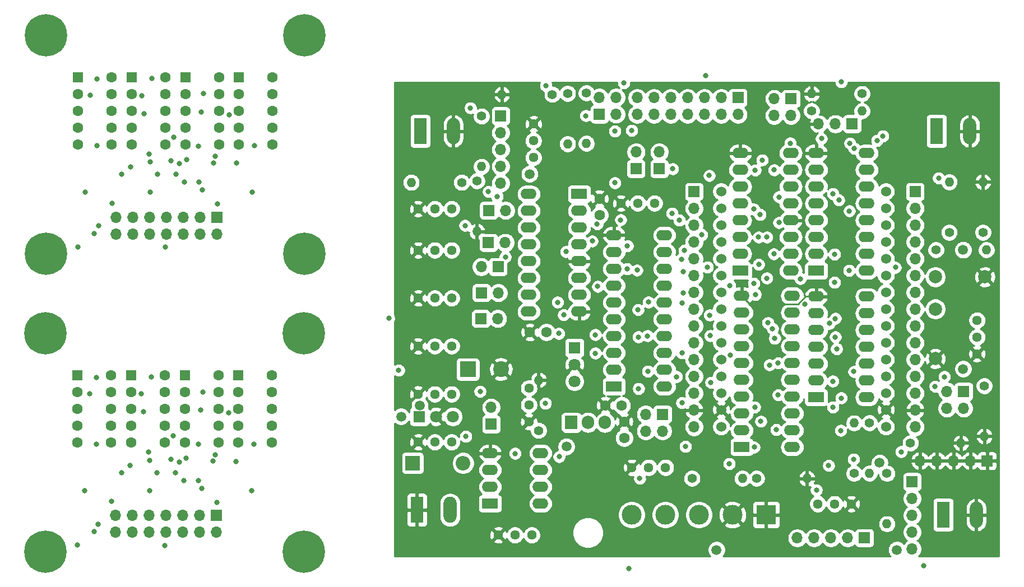
<source format=gbr>
%TF.GenerationSoftware,KiCad,Pcbnew,5.1.10-88a1d61d58~90~ubuntu20.04.1*%
%TF.CreationDate,2021-10-14T14:42:22+02:00*%
%TF.ProjectId,menelaos,6d656e65-6c61-46f7-932e-6b696361645f,rev?*%
%TF.SameCoordinates,Original*%
%TF.FileFunction,Copper,L3,Inr*%
%TF.FilePolarity,Positive*%
%FSLAX46Y46*%
G04 Gerber Fmt 4.6, Leading zero omitted, Abs format (unit mm)*
G04 Created by KiCad (PCBNEW 5.1.10-88a1d61d58~90~ubuntu20.04.1) date 2021-10-14 14:42:22*
%MOMM*%
%LPD*%
G01*
G04 APERTURE LIST*
%TA.AperFunction,ComponentPad*%
%ADD10R,1.700000X1.700000*%
%TD*%
%TA.AperFunction,ComponentPad*%
%ADD11O,1.700000X1.700000*%
%TD*%
%TA.AperFunction,ComponentPad*%
%ADD12C,6.400000*%
%TD*%
%TA.AperFunction,ComponentPad*%
%ADD13C,0.800000*%
%TD*%
%TA.AperFunction,ComponentPad*%
%ADD14R,1.600000X1.600000*%
%TD*%
%TA.AperFunction,ComponentPad*%
%ADD15C,1.600000*%
%TD*%
%TA.AperFunction,ComponentPad*%
%ADD16C,2.000000*%
%TD*%
%TA.AperFunction,ComponentPad*%
%ADD17O,1.980000X3.960000*%
%TD*%
%TA.AperFunction,ComponentPad*%
%ADD18R,1.980000X3.960000*%
%TD*%
%TA.AperFunction,ComponentPad*%
%ADD19O,2.400000X1.600000*%
%TD*%
%TA.AperFunction,ComponentPad*%
%ADD20R,2.400000X1.600000*%
%TD*%
%TA.AperFunction,ComponentPad*%
%ADD21R,2.400000X2.400000*%
%TD*%
%TA.AperFunction,ComponentPad*%
%ADD22C,2.400000*%
%TD*%
%TA.AperFunction,ComponentPad*%
%ADD23R,2.200000X2.200000*%
%TD*%
%TA.AperFunction,ComponentPad*%
%ADD24O,2.200000X2.200000*%
%TD*%
%TA.AperFunction,ComponentPad*%
%ADD25C,3.000000*%
%TD*%
%TA.AperFunction,ComponentPad*%
%ADD26R,3.000000X3.000000*%
%TD*%
%TA.AperFunction,ComponentPad*%
%ADD27R,1.905000X2.000000*%
%TD*%
%TA.AperFunction,ComponentPad*%
%ADD28O,1.905000X2.000000*%
%TD*%
%TA.AperFunction,ComponentPad*%
%ADD29O,1.400000X1.400000*%
%TD*%
%TA.AperFunction,ComponentPad*%
%ADD30C,1.400000*%
%TD*%
%TA.AperFunction,ComponentPad*%
%ADD31C,1.440000*%
%TD*%
%TA.AperFunction,ComponentPad*%
%ADD32C,1.800000*%
%TD*%
%TA.AperFunction,ComponentPad*%
%ADD33R,1.800000X1.800000*%
%TD*%
%TA.AperFunction,ComponentPad*%
%ADD34C,1.524000*%
%TD*%
%TA.AperFunction,ViaPad*%
%ADD35C,0.800000*%
%TD*%
%TA.AperFunction,ViaPad*%
%ADD36C,1.500000*%
%TD*%
%TA.AperFunction,Conductor*%
%ADD37C,0.250000*%
%TD*%
%TA.AperFunction,Conductor*%
%ADD38C,0.254000*%
%TD*%
%TA.AperFunction,Conductor*%
%ADD39C,0.100000*%
%TD*%
G04 APERTURE END LIST*
D10*
%TO.N,N/C*%
%TO.C,J21*%
X85780000Y-103000000D03*
D11*
X85780000Y-105540000D03*
X83240000Y-103000000D03*
X83240000Y-105540000D03*
X80700000Y-103000000D03*
X80700000Y-105540000D03*
X78160000Y-103000000D03*
X78160000Y-105540000D03*
X75620000Y-103000000D03*
X75620000Y-105540000D03*
X73080000Y-103000000D03*
X73080000Y-105540000D03*
X70540000Y-103000000D03*
X70540000Y-105540000D03*
%TD*%
D12*
%TO.N,N/C*%
%TO.C,H3*%
X59980000Y-108500000D03*
D13*
X62380000Y-108500000D03*
X61677056Y-110197056D03*
X59980000Y-110900000D03*
X58282944Y-110197056D03*
X57580000Y-108500000D03*
X58282944Y-106802944D03*
X59980000Y-106100000D03*
X61677056Y-106802944D03*
%TD*%
D12*
%TO.N,N/C*%
%TO.C,H1*%
X98980000Y-75500000D03*
D13*
X101380000Y-75500000D03*
X100677056Y-77197056D03*
X98980000Y-77900000D03*
X97282944Y-77197056D03*
X96580000Y-75500000D03*
X97282944Y-73802944D03*
X98980000Y-73100000D03*
X100677056Y-73802944D03*
%TD*%
D14*
%TO.N,N/C*%
%TO.C,U14*%
X64800000Y-81840000D03*
D15*
X64800000Y-84380000D03*
X64800000Y-86920000D03*
X64800000Y-89460000D03*
X64800000Y-92000000D03*
X69880000Y-92000000D03*
X69880000Y-89460000D03*
X69880000Y-86920000D03*
X69880000Y-84380000D03*
X69880000Y-81840000D03*
%TD*%
%TO.N,N/C*%
%TO.C,U12*%
X94180000Y-81840000D03*
X94180000Y-84380000D03*
X94180000Y-86920000D03*
X94180000Y-89460000D03*
X94180000Y-92000000D03*
X89100000Y-92000000D03*
X89100000Y-89460000D03*
X89100000Y-86920000D03*
X89100000Y-84380000D03*
D14*
X89100000Y-81840000D03*
%TD*%
%TO.N,N/C*%
%TO.C,U10*%
X81000000Y-81840000D03*
D15*
X81000000Y-84380000D03*
X81000000Y-86920000D03*
X81000000Y-89460000D03*
X81000000Y-92000000D03*
X86080000Y-92000000D03*
X86080000Y-89460000D03*
X86080000Y-86920000D03*
X86080000Y-84380000D03*
X86080000Y-81840000D03*
%TD*%
%TO.N,N/C*%
%TO.C,U8*%
X77980000Y-81840000D03*
X77980000Y-84380000D03*
X77980000Y-86920000D03*
X77980000Y-89460000D03*
X77980000Y-92000000D03*
X72900000Y-92000000D03*
X72900000Y-89460000D03*
X72900000Y-86920000D03*
X72900000Y-84380000D03*
D14*
X72900000Y-81840000D03*
%TD*%
D12*
%TO.N,N/C*%
%TO.C,H2*%
X59980000Y-75500000D03*
D13*
X62380000Y-75500000D03*
X61677056Y-77197056D03*
X59980000Y-77900000D03*
X58282944Y-77197056D03*
X57580000Y-75500000D03*
X58282944Y-73802944D03*
X59980000Y-73100000D03*
X61677056Y-73802944D03*
%TD*%
D12*
%TO.N,N/C*%
%TO.C,H4*%
X98980000Y-108500000D03*
D13*
X101380000Y-108500000D03*
X100677056Y-110197056D03*
X98980000Y-110900000D03*
X97282944Y-110197056D03*
X96580000Y-108500000D03*
X97282944Y-106802944D03*
X98980000Y-106100000D03*
X100677056Y-106802944D03*
%TD*%
D11*
%TO.N,_ones*%
%TO.C,J2*%
X146090000Y-84910000D03*
%TO.N,_onesBoard*%
X143550000Y-84910000D03*
%TO.N,ones33*%
X146090000Y-87450000D03*
D10*
%TO.N,_onesBoard*%
X143550000Y-87450000D03*
%TD*%
D11*
%TO.N,Net-(J21-Pad8)*%
%TO.C,J21*%
X70460000Y-150640000D03*
%TO.N,Net-(J21-Pad7)*%
X70460000Y-148100000D03*
%TO.N,+g*%
X73000000Y-150640000D03*
%TO.N,+f*%
X73000000Y-148100000D03*
%TO.N,+dp*%
X75540000Y-150640000D03*
%TO.N,+e*%
X75540000Y-148100000D03*
%TO.N,+ones*%
X78080000Y-150640000D03*
%TO.N,+d*%
X78080000Y-148100000D03*
%TO.N,+tens*%
X80620000Y-150640000D03*
%TO.N,+c*%
X80620000Y-148100000D03*
%TO.N,+hundreds*%
X83160000Y-150640000D03*
%TO.N,+b*%
X83160000Y-148100000D03*
%TO.N,+thousands*%
X85700000Y-150640000D03*
D10*
%TO.N,+a*%
X85700000Y-148100000D03*
%TD*%
D11*
%TO.N,Net-(J20-Pad8)*%
%TO.C,J20*%
X149260000Y-87490000D03*
%TO.N,Net-(J20-Pad7)*%
X149260000Y-84950000D03*
%TO.N,_g*%
X151800000Y-87490000D03*
%TO.N,_f*%
X151800000Y-84950000D03*
%TO.N,_dp*%
X154340000Y-87490000D03*
%TO.N,_e*%
X154340000Y-84950000D03*
%TO.N,ones*%
X156880000Y-87490000D03*
%TO.N,_d*%
X156880000Y-84950000D03*
%TO.N,tens*%
X159420000Y-87490000D03*
%TO.N,_c*%
X159420000Y-84950000D03*
%TO.N,hundreds*%
X161960000Y-87490000D03*
%TO.N,_b*%
X161960000Y-84950000D03*
%TO.N,thousands*%
X164500000Y-87490000D03*
D10*
%TO.N,_a*%
X164500000Y-84950000D03*
%TD*%
D13*
%TO.N,N/C*%
%TO.C,H4*%
X100597056Y-151902944D03*
X98900000Y-151200000D03*
X97202944Y-151902944D03*
X96500000Y-153600000D03*
X97202944Y-155297056D03*
X98900000Y-156000000D03*
X100597056Y-155297056D03*
X101300000Y-153600000D03*
D12*
X98900000Y-153600000D03*
%TD*%
D13*
%TO.N,N/C*%
%TO.C,H3*%
X61597056Y-151902944D03*
X59900000Y-151200000D03*
X58202944Y-151902944D03*
X57500000Y-153600000D03*
X58202944Y-155297056D03*
X59900000Y-156000000D03*
X61597056Y-155297056D03*
X62300000Y-153600000D03*
D12*
X59900000Y-153600000D03*
%TD*%
D13*
%TO.N,N/C*%
%TO.C,H2*%
X61597056Y-118902944D03*
X59900000Y-118200000D03*
X58202944Y-118902944D03*
X57500000Y-120600000D03*
X58202944Y-122297056D03*
X59900000Y-123000000D03*
X61597056Y-122297056D03*
X62300000Y-120600000D03*
D12*
X59900000Y-120600000D03*
%TD*%
D13*
%TO.N,N/C*%
%TO.C,H1*%
X100597056Y-118902944D03*
X98900000Y-118200000D03*
X97202944Y-118902944D03*
X96500000Y-120600000D03*
X97202944Y-122297056D03*
X98900000Y-123000000D03*
X100597056Y-122297056D03*
X101300000Y-120600000D03*
D12*
X98900000Y-120600000D03*
%TD*%
D15*
%TO.N,POWER-IN-*%
%TO.C,Murata-Ceramic-Capacitor-50v1-22uF1*%
X147300000Y-133900000D03*
%TO.N,+12V*%
X147300000Y-136400000D03*
%TD*%
D16*
%TO.N,POWER-IN-*%
%TO.C,C2*%
X194300000Y-124400000D03*
%TO.N,_chB*%
X194300000Y-116900000D03*
%TD*%
%TO.N,POWER-IN-*%
%TO.C,C3*%
X201800000Y-112050000D03*
%TO.N,_chA*%
X194300000Y-112050000D03*
%TD*%
D15*
%TO.N,POWER-IN-*%
%TO.C,Murata-Ceramic-Capacitor-50v1-22uF2*%
X144450000Y-131450000D03*
%TO.N,+12V*%
X146950000Y-131450000D03*
%TD*%
%TO.N,POWER-IN-*%
%TO.C,Murata-Ceramic-Capacitor-50v1-22uF3*%
X143600000Y-100200000D03*
%TO.N,+5VP*%
X143600000Y-102700000D03*
%TD*%
%TO.N,POWER-IN-*%
%TO.C,Murata-Ceramic-Capacitor-50v1-22uF4*%
X133050000Y-120400000D03*
%TO.N,+5VL*%
X135550000Y-120400000D03*
%TD*%
D17*
%TO.N,POWER-IN+*%
%TO.C,S4*%
X121000000Y-147250000D03*
D18*
%TO.N,POWER-IN-*%
X116000000Y-147250000D03*
%TD*%
D19*
%TO.N,+5VL*%
%TO.C,U16*%
X134670000Y-146300000D03*
%TO.N,POWER-IN-*%
X127050000Y-138680000D03*
%TO.N,_save*%
X134670000Y-143760000D03*
%TO.N,Net-(U16-Pad3)*%
X127050000Y-141220000D03*
%TO.N,Net-(RV9-Pad2)*%
X134670000Y-141220000D03*
%TO.N,Net-(U16-Pad2)*%
X127050000Y-143760000D03*
%TO.N,Net-(RV10-Pad2)*%
X134670000Y-138680000D03*
D20*
%TO.N,Net-(U16-Pad1)*%
X127050000Y-146300000D03*
%TD*%
D21*
%TO.N,+5VL*%
%TO.C,C1*%
X123700000Y-126000000D03*
D22*
%TO.N,POWER-IN-*%
X128700000Y-126000000D03*
%TD*%
D23*
%TO.N,+12V*%
%TO.C,D1*%
X115350000Y-140175000D03*
D24*
%TO.N,Net-(D1-Pad2)*%
X122970000Y-140175000D03*
%TD*%
D10*
%TO.N,POWER-IN-*%
%TO.C,J1*%
X202150000Y-139850000D03*
D11*
X199610000Y-139850000D03*
X197070000Y-139850000D03*
X194530000Y-139850000D03*
X191990000Y-139850000D03*
%TD*%
D10*
%TO.N,+12V*%
%TO.C,J3*%
X128650000Y-87700000D03*
D11*
X128650000Y-90240000D03*
X128650000Y-92780000D03*
X128650000Y-95320000D03*
X128650000Y-97860000D03*
%TD*%
%TO.N,+5VP*%
%TO.C,J4*%
X173440000Y-151500000D03*
X175980000Y-151500000D03*
X178520000Y-151500000D03*
X181060000Y-151500000D03*
D10*
X183600000Y-151500000D03*
%TD*%
D11*
%TO.N,+3V3*%
%TO.C,J5*%
X190800000Y-153160000D03*
X190800000Y-150620000D03*
X190800000Y-148080000D03*
X190800000Y-145540000D03*
D10*
X190800000Y-143000000D03*
%TD*%
%TO.N,_thousandsBoard*%
%TO.C,J6*%
X198600000Y-129350000D03*
D11*
%TO.N,thousands33*%
X196060000Y-129350000D03*
%TO.N,_thousandsBoard*%
X198600000Y-131890000D03*
%TO.N,_thousands*%
X196060000Y-131890000D03*
%TD*%
D10*
%TO.N,_tensBoard*%
%TO.C,J7*%
X153100000Y-132800000D03*
D11*
%TO.N,Net-(J7-Pad1)*%
X150560000Y-132800000D03*
%TO.N,_tensBoard*%
X153100000Y-135340000D03*
%TO.N,_tens*%
X150560000Y-135340000D03*
%TD*%
%TO.N,_hundreds*%
%TO.C,J8*%
X169960000Y-87640000D03*
%TO.N,_hundredsBoard*%
X172500000Y-87640000D03*
%TO.N,hundreds33*%
X169960000Y-85100000D03*
D10*
%TO.N,_hundredsBoard*%
X172500000Y-85100000D03*
%TD*%
D11*
%TO.N,+5VL*%
%TO.C,J9*%
X157850000Y-134710000D03*
%TO.N,POWER-IN-*%
X157850000Y-132170000D03*
%TO.N,_mode*%
X157850000Y-129630000D03*
%TO.N,_dpBoard*%
X157850000Y-127090000D03*
%TO.N,_zero*%
X157850000Y-124550000D03*
%TO.N,_a1*%
X157850000Y-122010000D03*
%TO.N,_a2*%
X157850000Y-119470000D03*
%TO.N,_onesBoard*%
X157850000Y-116930000D03*
%TO.N,Net-(J9-Pad7)*%
X157850000Y-114390000D03*
%TO.N,_clk*%
X157850000Y-111850000D03*
%TO.N,Net-(J9-Pad5)*%
X157850000Y-109310000D03*
%TO.N,_config*%
X157850000Y-106770000D03*
%TO.N,Net-(J9-Pad3)*%
X157850000Y-104230000D03*
%TO.N,Net-(J9-Pad2)*%
X157850000Y-101690000D03*
D10*
%TO.N,Net-(J9-Pad1)*%
X157850000Y-99150000D03*
%TD*%
%TO.N,_tensBoard*%
%TO.C,J10*%
X191250000Y-99150000D03*
D11*
%TO.N,_hundredsBoard*%
X191250000Y-101690000D03*
%TO.N,Net-(J10-Pad3)*%
X191250000Y-104230000D03*
%TO.N,Net-(J10-Pad4)*%
X191250000Y-106770000D03*
%TO.N,_chA*%
X191250000Y-109310000D03*
%TO.N,_a4*%
X191250000Y-111850000D03*
%TO.N,_a3*%
X191250000Y-114390000D03*
%TO.N,_chB*%
X191250000Y-116930000D03*
%TO.N,Net-(J10-Pad9)*%
X191250000Y-119470000D03*
%TO.N,Net-(J10-Pad10)*%
X191250000Y-122010000D03*
%TO.N,_thousandsBoard*%
X191250000Y-124550000D03*
%TO.N,Net-(J10-Pad12)*%
X191250000Y-127090000D03*
%TO.N,_save*%
X191250000Y-129630000D03*
%TO.N,POWER-IN-*%
X191250000Y-132170000D03*
%TO.N,+3V3*%
X191250000Y-134710000D03*
%TD*%
%TO.N,a*%
%TO.C,J11*%
X125710000Y-110500000D03*
D10*
%TO.N,_a*%
X128250000Y-110500000D03*
%TD*%
D11*
%TO.N,b*%
%TO.C,J12*%
X129340000Y-106850000D03*
D10*
%TO.N,_b*%
X126800000Y-106850000D03*
%TD*%
%TO.N,_c*%
%TO.C,J13*%
X125750000Y-114450000D03*
D11*
%TO.N,c*%
X128290000Y-114450000D03*
%TD*%
D10*
%TO.N,_d*%
%TO.C,J14*%
X125650000Y-118350000D03*
D11*
%TO.N,d*%
X128190000Y-118350000D03*
%TD*%
D10*
%TO.N,_e*%
%TO.C,J15*%
X127200000Y-134300000D03*
D11*
%TO.N,e*%
X127200000Y-131760000D03*
%TD*%
%TO.N,f*%
%TO.C,J16*%
X129390000Y-102000000D03*
D10*
%TO.N,_f*%
X126850000Y-102000000D03*
%TD*%
D11*
%TO.N,g*%
%TO.C,J17*%
X149100000Y-93160000D03*
D10*
%TO.N,_g*%
X149100000Y-95700000D03*
%TD*%
%TO.N,_dp*%
%TO.C,J18*%
X152600000Y-95700000D03*
D11*
%TO.N,_dpBoard*%
X152600000Y-93160000D03*
%TD*%
D10*
%TO.N,+5VP*%
%TO.C,J19*%
X181750000Y-88900000D03*
D11*
%TO.N,Net-(J19-Pad2)*%
X179210000Y-88900000D03*
%TO.N,POWER-IN-*%
X176670000Y-88900000D03*
%TD*%
D25*
%TO.N,POWER-IN-*%
%TO.C,J23*%
X163670000Y-148000000D03*
%TO.N,white*%
X158590000Y-148000000D03*
D26*
%TO.N,POWER-IN-*%
X168750000Y-148000000D03*
D25*
%TO.N,yellow*%
X153510000Y-148000000D03*
%TO.N,gray*%
X148430000Y-148000000D03*
%TD*%
D27*
%TO.N,Net-(D1-Pad2)*%
%TO.C,Q1*%
X139300000Y-134050000D03*
D28*
%TO.N,POWER-IN+*%
X141840000Y-134050000D03*
%TO.N,+12V*%
X144380000Y-134050000D03*
%TD*%
D29*
%TO.N,ones33*%
%TO.C,R1*%
X141600000Y-91870000D03*
D30*
%TO.N,_ones*%
X141600000Y-84250000D03*
%TD*%
%TO.N,ones33*%
%TO.C,R2*%
X136450000Y-84450000D03*
D29*
%TO.N,POWER-IN-*%
X128830000Y-84450000D03*
%TD*%
D30*
%TO.N,_tens*%
%TO.C,R3*%
X157550000Y-142500000D03*
D29*
%TO.N,tens33*%
X165170000Y-142500000D03*
%TD*%
D30*
%TO.N,tens33*%
%TO.C,R4*%
X167300000Y-142500000D03*
D29*
%TO.N,POWER-IN-*%
X174920000Y-142500000D03*
%TD*%
%TO.N,hundreds33*%
%TO.C,R5*%
X183220000Y-86950000D03*
D30*
%TO.N,_hundreds*%
X175600000Y-86950000D03*
%TD*%
%TO.N,hundreds33*%
%TO.C,R6*%
X183250000Y-84350000D03*
D29*
%TO.N,POWER-IN-*%
X175630000Y-84350000D03*
%TD*%
D30*
%TO.N,_thousands*%
%TO.C,R7*%
X138750000Y-84300000D03*
D29*
%TO.N,thousands33*%
X138750000Y-91920000D03*
%TD*%
%TO.N,POWER-IN-*%
%TO.C,R8*%
X201700000Y-136120000D03*
D30*
%TO.N,thousands33*%
X201700000Y-128500000D03*
%TD*%
D29*
%TO.N,POWER-IN-*%
%TO.C,R9*%
X134375000Y-127630000D03*
D30*
%TO.N,Net-(D1-Pad2)*%
X134375000Y-135250000D03*
%TD*%
D29*
%TO.N,_save*%
%TO.C,R10*%
X182025000Y-134130000D03*
D30*
%TO.N,+5VL*%
X182025000Y-141750000D03*
%TD*%
D29*
%TO.N,Net-(R11-Pad2)*%
%TO.C,R11*%
X184350000Y-141720000D03*
D30*
%TO.N,+5VL*%
X184350000Y-134100000D03*
%TD*%
%TO.N,Net-(R11-Pad2)*%
%TO.C,R12*%
X190550000Y-137150000D03*
D29*
%TO.N,POWER-IN-*%
X198170000Y-137150000D03*
%TD*%
%TO.N,Net-(R13-Pad2)*%
%TO.C,R13*%
X202020000Y-107950000D03*
D30*
%TO.N,+5VL*%
X194400000Y-107950000D03*
%TD*%
%TO.N,Net-(R11-Pad2)*%
%TO.C,R14*%
X187000000Y-141750000D03*
D29*
%TO.N,_zero*%
X187000000Y-149370000D03*
%TD*%
D30*
%TO.N,Net-(R13-Pad2)*%
%TO.C,R15*%
X201500000Y-105300000D03*
D29*
%TO.N,POWER-IN-*%
X201500000Y-97680000D03*
%TD*%
D30*
%TO.N,+5VL*%
%TO.C,R16*%
X125750000Y-87750000D03*
D29*
%TO.N,Net-(R16-Pad2)*%
X125750000Y-95370000D03*
%TD*%
%TO.N,POWER-IN-*%
%TO.C,R17*%
X125050000Y-105170000D03*
D30*
%TO.N,Net-(R16-Pad2)*%
X125050000Y-97550000D03*
%TD*%
%TO.N,Net-(R13-Pad2)*%
%TO.C,R18*%
X196400000Y-105300000D03*
D29*
%TO.N,_mode*%
X196400000Y-97680000D03*
%TD*%
%TO.N,_config*%
%TO.C,R19*%
X115130000Y-97750000D03*
D30*
%TO.N,Net-(R16-Pad2)*%
X122750000Y-97750000D03*
%TD*%
D31*
%TO.N,_a*%
%TO.C,RV1*%
X121250000Y-108000000D03*
%TO.N,a*%
X118710000Y-108000000D03*
%TO.N,POWER-IN-*%
X116170000Y-108000000D03*
%TD*%
%TO.N,POWER-IN-*%
%TO.C,RV2*%
X116170000Y-115250000D03*
%TO.N,b*%
X118710000Y-115250000D03*
%TO.N,_b*%
X121250000Y-115250000D03*
%TD*%
%TO.N,_c*%
%TO.C,RV3*%
X121250000Y-122500000D03*
%TO.N,c*%
X118710000Y-122500000D03*
%TO.N,POWER-IN-*%
X116170000Y-122500000D03*
%TD*%
%TO.N,POWER-IN-*%
%TO.C,RV4*%
X116170000Y-129750000D03*
%TO.N,d*%
X118710000Y-129750000D03*
%TO.N,_d*%
X121250000Y-129750000D03*
%TD*%
%TO.N,_e*%
%TO.C,RV5*%
X121250000Y-137000000D03*
%TO.N,e*%
X118710000Y-137000000D03*
%TO.N,POWER-IN-*%
X116170000Y-137000000D03*
%TD*%
%TO.N,POWER-IN-*%
%TO.C,RV6*%
X116170000Y-101750000D03*
%TO.N,f*%
X118710000Y-101750000D03*
%TO.N,_f*%
X121250000Y-101750000D03*
%TD*%
%TO.N,_g*%
%TO.C,RV7*%
X133600000Y-94000000D03*
%TO.N,g*%
X133600000Y-91460000D03*
%TO.N,POWER-IN-*%
X133600000Y-88920000D03*
%TD*%
%TO.N,_dp*%
%TO.C,RV8*%
X151900000Y-100900000D03*
%TO.N,_dpBoard*%
X149360000Y-100900000D03*
%TO.N,POWER-IN-*%
X146820000Y-100900000D03*
%TD*%
%TO.N,POWER-IN-*%
%TO.C,RV9*%
X132900000Y-133930000D03*
%TO.N,Net-(RV9-Pad2)*%
X132900000Y-131390000D03*
%TO.N,+12V*%
X132900000Y-128850000D03*
%TD*%
%TO.N,+5VL*%
%TO.C,RV10*%
X133350000Y-151050000D03*
%TO.N,Net-(RV10-Pad2)*%
X130810000Y-151050000D03*
%TO.N,POWER-IN-*%
X128270000Y-151050000D03*
%TD*%
%TO.N,POWER-IN-*%
%TO.C,RV11*%
X200600000Y-123680000D03*
%TO.N,_chB*%
X200600000Y-121140000D03*
%TO.N,gray*%
X200600000Y-118600000D03*
%TD*%
%TO.N,POWER-IN-*%
%TO.C,RV12*%
X148470000Y-140850000D03*
%TO.N,_chA*%
X151010000Y-140850000D03*
%TO.N,yellow*%
X153550000Y-140850000D03*
%TD*%
%TO.N,+5VP*%
%TO.C,RV13*%
X176550000Y-146350000D03*
%TO.N,white*%
X179090000Y-146350000D03*
%TO.N,POWER-IN-*%
X181630000Y-146350000D03*
%TD*%
D18*
%TO.N,_zero*%
%TO.C,S1*%
X195500000Y-148000000D03*
D17*
%TO.N,POWER-IN-*%
X200500000Y-148000000D03*
%TD*%
D18*
%TO.N,_mode*%
%TO.C,S2*%
X194500000Y-90000000D03*
D17*
%TO.N,POWER-IN-*%
X199500000Y-90000000D03*
%TD*%
%TO.N,POWER-IN-*%
%TO.C,S3*%
X121500000Y-90000000D03*
D18*
%TO.N,_config*%
X116500000Y-90000000D03*
%TD*%
D19*
%TO.N,+5VP*%
%TO.C,U1*%
X172670000Y-137750000D03*
%TO.N,POWER-IN-*%
X165050000Y-114890000D03*
%TO.N,_ones*%
X172670000Y-135210000D03*
%TO.N,/7-segmet-display/BCD_out4*%
X165050000Y-117430000D03*
%TO.N,/7-segmet-display/BCD_out1*%
X172670000Y-132670000D03*
%TO.N,_a4*%
X165050000Y-119970000D03*
%TO.N,_a1*%
X172670000Y-130130000D03*
%TO.N,/7-segmet-display/BCD_out3*%
X165050000Y-122510000D03*
%TO.N,/7-segmet-display/BCD_out2*%
X172670000Y-127590000D03*
%TO.N,_a3*%
X165050000Y-125050000D03*
%TO.N,_a2*%
X172670000Y-125050000D03*
%TO.N,/7-segmet-display/BCD_out2*%
X165050000Y-127590000D03*
%TO.N,/7-segmet-display/BCD_out3*%
X172670000Y-122510000D03*
%TO.N,_a2*%
X165050000Y-130130000D03*
%TO.N,_a3*%
X172670000Y-119970000D03*
%TO.N,/7-segmet-display/BCD_out1*%
X165050000Y-132670000D03*
%TO.N,/7-segmet-display/BCD_out4*%
X172670000Y-117430000D03*
%TO.N,_a1*%
X165050000Y-135210000D03*
%TO.N,_a4*%
X172670000Y-114890000D03*
D20*
%TO.N,_thousands*%
X165050000Y-137750000D03*
%TD*%
%TO.N,Net-(U2-Pad1)*%
%TO.C,U2*%
X164850000Y-111100000D03*
D19*
%TO.N,Net-(U2-Pad9)*%
X172470000Y-93320000D03*
%TO.N,Net-(U2-Pad2)*%
X164850000Y-108560000D03*
%TO.N,Net-(U2-Pad10)*%
X172470000Y-95860000D03*
%TO.N,Net-(U2-Pad3)*%
X164850000Y-106020000D03*
%TO.N,Net-(U2-Pad11)*%
X172470000Y-98400000D03*
%TO.N,Net-(U2-Pad4)*%
X164850000Y-103480000D03*
%TO.N,Net-(J19-Pad2)*%
X172470000Y-100940000D03*
%TO.N,Net-(U2-Pad5)*%
X164850000Y-100940000D03*
%TO.N,POWER-IN-*%
X172470000Y-103480000D03*
%TO.N,Net-(U2-Pad6)*%
X164850000Y-98400000D03*
%TO.N,_clk*%
X172470000Y-106020000D03*
%TO.N,Net-(U2-Pad7)*%
X164850000Y-95860000D03*
%TO.N,Net-(U2-Pad10)*%
X172470000Y-108560000D03*
%TO.N,POWER-IN-*%
X164850000Y-93320000D03*
%TO.N,+5VP*%
X172470000Y-111100000D03*
%TD*%
D20*
%TO.N,Net-(U2-Pad3)*%
%TO.C,U3*%
X176300000Y-130250000D03*
D19*
%TO.N,_hundreds*%
X183920000Y-115010000D03*
%TO.N,_thousands*%
X176300000Y-127710000D03*
%TO.N,Net-(U2-Pad7)*%
X183920000Y-117550000D03*
%TO.N,Net-(U2-Pad2)*%
X176300000Y-125170000D03*
%TO.N,N/C*%
X183920000Y-120090000D03*
%TO.N,_ones*%
X176300000Y-122630000D03*
%TO.N,N/C*%
X183920000Y-122630000D03*
%TO.N,Net-(U2-Pad4)*%
X176300000Y-120090000D03*
%TO.N,N/C*%
X183920000Y-125170000D03*
%TO.N,_tens*%
X176300000Y-117550000D03*
%TO.N,N/C*%
X183920000Y-127710000D03*
%TO.N,POWER-IN-*%
X176300000Y-115010000D03*
%TO.N,+5VP*%
X183920000Y-130250000D03*
%TD*%
%TO.N,+5VP*%
%TO.C,U4*%
X132880000Y-99500000D03*
%TO.N,POWER-IN-*%
X140500000Y-117280000D03*
%TO.N,f*%
X132880000Y-102040000D03*
%TO.N,/7-segmet-display/BCD_out1*%
X140500000Y-114740000D03*
%TO.N,g*%
X132880000Y-104580000D03*
%TO.N,/7-segmet-display/BCD_out4*%
X140500000Y-112200000D03*
%TO.N,a*%
X132880000Y-107120000D03*
%TO.N,POWER-IN-*%
X140500000Y-109660000D03*
%TO.N,b*%
X132880000Y-109660000D03*
%TO.N,+5VP*%
X140500000Y-107120000D03*
%TO.N,c*%
X132880000Y-112200000D03*
%TO.N,+5VP*%
X140500000Y-104580000D03*
%TO.N,d*%
X132880000Y-114740000D03*
%TO.N,/7-segmet-display/BCD_out3*%
X140500000Y-102040000D03*
%TO.N,e*%
X132880000Y-117280000D03*
D20*
%TO.N,/7-segmet-display/BCD_out2*%
X140500000Y-99500000D03*
%TD*%
%TO.N,_tens*%
%TO.C,U5*%
X145750000Y-128600000D03*
D19*
%TO.N,_a4*%
X153370000Y-105740000D03*
%TO.N,_a1*%
X145750000Y-126060000D03*
%TO.N,/7-segmet-display/BCD_out4*%
X153370000Y-108280000D03*
%TO.N,/7-segmet-display/BCD_out1*%
X145750000Y-123520000D03*
%TO.N,_a3*%
X153370000Y-110820000D03*
%TO.N,_a2*%
X145750000Y-120980000D03*
%TO.N,/7-segmet-display/BCD_out3*%
X153370000Y-113360000D03*
%TO.N,/7-segmet-display/BCD_out2*%
X145750000Y-118440000D03*
%TO.N,_a2*%
X153370000Y-115900000D03*
%TO.N,_a3*%
X145750000Y-115900000D03*
%TO.N,/7-segmet-display/BCD_out2*%
X153370000Y-118440000D03*
%TO.N,/7-segmet-display/BCD_out3*%
X145750000Y-113360000D03*
%TO.N,_a1*%
X153370000Y-120980000D03*
%TO.N,_a4*%
X145750000Y-110820000D03*
%TO.N,/7-segmet-display/BCD_out1*%
X153370000Y-123520000D03*
%TO.N,/7-segmet-display/BCD_out4*%
X145750000Y-108280000D03*
%TO.N,_hundreds*%
X153370000Y-126060000D03*
%TO.N,POWER-IN-*%
X145750000Y-105740000D03*
%TO.N,+5VP*%
X153370000Y-128600000D03*
%TD*%
D20*
%TO.N,Net-(U2-Pad3)*%
%TO.C,U6*%
X176300000Y-111100000D03*
D19*
%TO.N,Net-(U6-Pad9)*%
X183920000Y-93320000D03*
%TO.N,Net-(U2-Pad2)*%
X176300000Y-108560000D03*
%TO.N,Net-(U6-Pad10)*%
X183920000Y-95860000D03*
%TO.N,Net-(U2-Pad4)*%
X176300000Y-106020000D03*
%TO.N,Net-(U6-Pad11)*%
X183920000Y-98400000D03*
%TO.N,Net-(U2-Pad7)*%
X176300000Y-103480000D03*
%TO.N,Net-(U6-Pad12)*%
X183920000Y-100940000D03*
%TO.N,Net-(U6-Pad5)*%
X176300000Y-100940000D03*
%TO.N,hundreds*%
X183920000Y-103480000D03*
%TO.N,Net-(U6-Pad6)*%
X176300000Y-98400000D03*
%TO.N,tens*%
X183920000Y-106020000D03*
%TO.N,Net-(U6-Pad7)*%
X176300000Y-95860000D03*
%TO.N,ones*%
X183920000Y-108560000D03*
%TO.N,POWER-IN-*%
X176300000Y-93320000D03*
%TO.N,thousands*%
X183920000Y-111100000D03*
%TD*%
D14*
%TO.N,+ones*%
%TO.C,U8*%
X72820000Y-126940000D03*
D15*
%TO.N,+f*%
X72820000Y-129480000D03*
%TO.N,+g*%
X72820000Y-132020000D03*
%TO.N,+e*%
X72820000Y-134560000D03*
%TO.N,+d*%
X72820000Y-137100000D03*
%TO.N,+ones*%
X77900000Y-137100000D03*
%TO.N,+dp*%
X77900000Y-134560000D03*
%TO.N,+c*%
X77900000Y-132020000D03*
%TO.N,+b*%
X77900000Y-129480000D03*
%TO.N,+a*%
X77900000Y-126940000D03*
%TD*%
%TO.N,+a*%
%TO.C,U10*%
X86000000Y-126940000D03*
%TO.N,+b*%
X86000000Y-129480000D03*
%TO.N,+c*%
X86000000Y-132020000D03*
%TO.N,+dp*%
X86000000Y-134560000D03*
%TO.N,+tens*%
X86000000Y-137100000D03*
%TO.N,+d*%
X80920000Y-137100000D03*
%TO.N,+e*%
X80920000Y-134560000D03*
%TO.N,+g*%
X80920000Y-132020000D03*
%TO.N,+f*%
X80920000Y-129480000D03*
D14*
%TO.N,+tens*%
X80920000Y-126940000D03*
%TD*%
%TO.N,+hundreds*%
%TO.C,U12*%
X89020000Y-126940000D03*
D15*
%TO.N,+f*%
X89020000Y-129480000D03*
%TO.N,+g*%
X89020000Y-132020000D03*
%TO.N,+e*%
X89020000Y-134560000D03*
%TO.N,+d*%
X89020000Y-137100000D03*
%TO.N,+hundreds*%
X94100000Y-137100000D03*
%TO.N,+dp*%
X94100000Y-134560000D03*
%TO.N,+c*%
X94100000Y-132020000D03*
%TO.N,+b*%
X94100000Y-129480000D03*
%TO.N,+a*%
X94100000Y-126940000D03*
%TD*%
%TO.N,+a*%
%TO.C,U14*%
X69800000Y-126940000D03*
%TO.N,+b*%
X69800000Y-129480000D03*
%TO.N,+c*%
X69800000Y-132020000D03*
%TO.N,+dp*%
X69800000Y-134560000D03*
%TO.N,+thousands*%
X69800000Y-137100000D03*
%TO.N,+d*%
X64720000Y-137100000D03*
%TO.N,+e*%
X64720000Y-134560000D03*
%TO.N,+g*%
X64720000Y-132020000D03*
%TO.N,+f*%
X64720000Y-129480000D03*
D14*
%TO.N,+thousands*%
X64720000Y-126940000D03*
%TD*%
D32*
%TO.N,+5VP*%
%TO.C,U17*%
X121430000Y-133150000D03*
%TO.N,POWER-IN-*%
X118890000Y-133150000D03*
D33*
%TO.N,+12V*%
X116350000Y-133150000D03*
%TD*%
%TO.N,+12V*%
%TO.C,U18*%
X139800000Y-122750000D03*
D32*
%TO.N,POWER-IN-*%
X139800000Y-125290000D03*
%TO.N,+5VL*%
X139800000Y-127830000D03*
%TD*%
D34*
%TO.N,Net-(J9-Pad1)*%
%TO.C,U24*%
X161954000Y-99116000D03*
%TO.N,Net-(J9-Pad2)*%
X161954000Y-101656000D03*
%TO.N,Net-(J9-Pad3)*%
X161954000Y-104196000D03*
%TO.N,_config*%
X161954000Y-106736000D03*
%TO.N,Net-(J9-Pad5)*%
X161954000Y-109276000D03*
%TO.N,_clk*%
X161954000Y-111816000D03*
%TO.N,Net-(J9-Pad7)*%
X161954000Y-114356000D03*
%TO.N,_onesBoard*%
X161954000Y-116896000D03*
%TO.N,_a2*%
X161954000Y-119436000D03*
%TO.N,_a1*%
X161954000Y-121976000D03*
%TO.N,_zero*%
X161954000Y-124516000D03*
%TO.N,_dpBoard*%
X161954000Y-127056000D03*
%TO.N,_mode*%
X161954000Y-129596000D03*
%TO.N,POWER-IN-*%
X161954000Y-132136000D03*
X161954000Y-132136000D03*
%TO.N,+5VL*%
X161954000Y-134676000D03*
%TO.N,+3V3*%
X186846000Y-134676000D03*
%TO.N,POWER-IN-*%
X186846000Y-132136000D03*
%TO.N,_save*%
X186846000Y-129596000D03*
%TO.N,Net-(J10-Pad12)*%
X186846000Y-127056000D03*
%TO.N,_thousandsBoard*%
X186846000Y-124516000D03*
%TO.N,Net-(J10-Pad10)*%
X186846000Y-121976000D03*
%TO.N,Net-(J10-Pad9)*%
X186846000Y-119436000D03*
%TO.N,_chB*%
X186846000Y-116896000D03*
%TO.N,_a3*%
X186846000Y-114356000D03*
%TO.N,_a4*%
X186846000Y-111816000D03*
%TO.N,_chA*%
X186846000Y-109276000D03*
%TO.N,Net-(J10-Pad4)*%
X186846000Y-106736000D03*
%TO.N,Net-(J10-Pad3)*%
X186846000Y-104196000D03*
%TO.N,_hundredsBoard*%
X186846000Y-101656000D03*
%TO.N,_tensBoard*%
X186846000Y-99116000D03*
%TD*%
D35*
%TO.N,*%
X75500000Y-93430000D03*
X85570000Y-93830000D03*
X83380000Y-87100000D03*
X83580000Y-98900000D03*
X67280000Y-105450000D03*
X66630000Y-84600000D03*
X75670000Y-94690000D03*
X75670000Y-94690000D03*
X78880000Y-94500000D03*
X79279999Y-90949999D03*
X87620000Y-87500000D03*
X75680000Y-99250000D03*
X65905000Y-99250000D03*
X75980000Y-82050000D03*
X64780000Y-107500000D03*
X77980000Y-107550000D03*
X85250000Y-94790000D03*
X81210000Y-94310000D03*
X80150000Y-94920000D03*
X72734999Y-95415001D03*
X83030000Y-92250000D03*
X83080000Y-97700000D03*
X80830000Y-97700000D03*
X79580000Y-96550000D03*
X71430000Y-96550000D03*
X74780000Y-87350000D03*
X76830000Y-96550000D03*
X91480000Y-92200000D03*
X91080000Y-99250000D03*
X74440000Y-84630000D03*
X83780000Y-84350000D03*
X69930000Y-100900000D03*
X85830000Y-101000000D03*
X67680000Y-82150000D03*
X67680000Y-92200000D03*
X67930000Y-104300000D03*
X88730000Y-94850000D03*
X94180000Y-81840000D03*
D36*
%TO.N,+5VL*%
X138575001Y-137674999D03*
D35*
X113250000Y-126150000D03*
D36*
X198500000Y-107950000D03*
X198500000Y-125950000D03*
X185885851Y-140135851D03*
X188500000Y-153300000D03*
X161250000Y-153300000D03*
D35*
%TO.N,_chA*%
X189150000Y-138475000D03*
D36*
%TO.N,+12V*%
X133025000Y-96475000D03*
X113600000Y-133150000D03*
X116421849Y-131501993D03*
D35*
%TO.N,Net-(D1-Pad2)*%
X123375000Y-136150000D03*
%TO.N,_ones*%
X180100000Y-82550000D03*
X180025000Y-135250000D03*
X179400000Y-122925000D03*
%TO.N,_onesBoard*%
X149400000Y-117000000D03*
X143550000Y-87450000D03*
%TO.N,ones33*%
X141500000Y-87675000D03*
%TO.N,thousands33*%
X195675000Y-127125000D03*
X194797347Y-97102653D03*
%TO.N,_thousands*%
X178850000Y-131725000D03*
X178825000Y-127800000D03*
X167025000Y-131725000D03*
X166950000Y-137775000D03*
X156550000Y-137675000D03*
X147262347Y-82712347D03*
%TO.N,_tensBoard*%
X179725000Y-100425000D03*
X178300000Y-119075000D03*
X169025000Y-118975000D03*
X167950000Y-133875000D03*
%TO.N,_tens*%
X149650000Y-142500000D03*
X176350000Y-144250001D03*
X149475000Y-128925000D03*
%TO.N,_hundreds*%
X177100000Y-91125000D03*
X185500000Y-91425000D03*
X182000000Y-126350000D03*
%TO.N,_hundredsBoard*%
X181325000Y-102075000D03*
X181400000Y-91850000D03*
X172375000Y-91825000D03*
%TO.N,_mode*%
X194266693Y-128591999D03*
%TO.N,_dpBoard*%
X155625000Y-103475000D03*
X155225000Y-127125000D03*
%TO.N,_zero*%
X163175000Y-140275000D03*
X178180000Y-140550000D03*
%TO.N,_a1*%
X150875000Y-126300000D03*
X150825000Y-120950000D03*
X170300000Y-135125000D03*
X170050000Y-121325000D03*
%TO.N,_a2*%
X170575000Y-125050000D03*
X170575000Y-129875000D03*
X156025000Y-116025000D03*
X149450000Y-121125000D03*
X150975000Y-115850000D03*
X163375000Y-123850000D03*
%TO.N,_clk*%
X168850000Y-106025000D03*
X168850000Y-112225000D03*
%TO.N,_a4*%
X147800000Y-107350000D03*
X147750000Y-110825000D03*
X154550000Y-102425000D03*
X170675000Y-103825000D03*
X173900000Y-112314990D03*
%TO.N,_a3*%
X167125000Y-114700000D03*
X169725000Y-119875000D03*
X169250000Y-125350000D03*
X149250000Y-111025000D03*
X156225000Y-111275000D03*
X156250000Y-114425000D03*
%TO.N,_save*%
X181950000Y-139600000D03*
X137475000Y-139225000D03*
%TO.N,a*%
X123263618Y-104263618D03*
%TO.N,_a*%
X159875000Y-110550000D03*
%TO.N,b*%
X129350000Y-109025000D03*
%TO.N,_b*%
X160149990Y-96725000D03*
X128100000Y-99900010D03*
%TO.N,_c*%
X137250000Y-115875000D03*
X135475000Y-83125000D03*
X159625000Y-81575000D03*
%TO.N,_d*%
X124075000Y-86500000D03*
X111750000Y-118300000D03*
%TO.N,d*%
X125550000Y-129350000D03*
%TO.N,_e*%
X137425000Y-120600000D03*
X142950000Y-120775000D03*
X146774046Y-103425954D03*
X142474999Y-106625001D03*
%TO.N,_f*%
X145900000Y-97825000D03*
X126800000Y-99150000D03*
X148450000Y-89900000D03*
X145900000Y-90000000D03*
%TO.N,_dp*%
X154625000Y-95700000D03*
%TO.N,Net-(J19-Pad2)*%
X178850000Y-99475000D03*
%TO.N,thousands*%
X186375000Y-90750000D03*
X188275000Y-110600000D03*
%TO.N,hundreds*%
X182050000Y-92618222D03*
X168150000Y-94375000D03*
%TO.N,tens*%
X159000000Y-105675000D03*
%TO.N,ones*%
X156400000Y-108050000D03*
%TO.N,+g*%
X75420000Y-138530000D03*
X85490000Y-138930000D03*
X83300000Y-132200000D03*
X83500000Y-144000000D03*
%TO.N,+f*%
X67200000Y-150550000D03*
X66550000Y-129700000D03*
%TO.N,+dp*%
X75590000Y-139790000D03*
X75590000Y-139790000D03*
X78800000Y-139600000D03*
X79199999Y-136049999D03*
%TO.N,+e*%
X87540000Y-132600000D03*
X75600000Y-144350000D03*
X65825000Y-144350000D03*
%TO.N,+ones*%
X75900000Y-127150000D03*
%TO.N,+d*%
X64700000Y-152600000D03*
X77900000Y-152650000D03*
X85170000Y-139890000D03*
X81130000Y-139410000D03*
X80070000Y-140020000D03*
X72654999Y-140515001D03*
%TO.N,+tens*%
X82950000Y-137350000D03*
X83000000Y-142800000D03*
X80750000Y-142800000D03*
%TO.N,+c*%
X79500000Y-141650000D03*
X71350000Y-141650000D03*
X74700000Y-132450000D03*
X76750000Y-141650000D03*
%TO.N,+hundreds*%
X91400000Y-137300000D03*
X91000000Y-144350000D03*
%TO.N,+b*%
X74360000Y-129730000D03*
X83700000Y-129450000D03*
%TO.N,+thousands*%
X69850000Y-146000000D03*
X85750000Y-146100000D03*
X67600000Y-127250000D03*
X67600000Y-137300000D03*
%TO.N,+a*%
X67850000Y-149400000D03*
X88650000Y-139950000D03*
X94100000Y-126940000D03*
%TO.N,gray*%
X192550000Y-155700000D03*
X148000000Y-156100000D03*
%TO.N,Net-(RV9-Pad2)*%
X135400000Y-131150000D03*
%TO.N,Net-(RV10-Pad2)*%
X130825000Y-138725000D03*
%TO.N,/7-segmet-display/BCD_out4*%
X138525000Y-108225000D03*
X155950000Y-109375000D03*
X160225000Y-117825000D03*
%TO.N,/7-segmet-display/BCD_out1*%
X142950000Y-123575000D03*
X156050000Y-123525000D03*
X156025000Y-131075000D03*
%TO.N,/7-segmet-display/BCD_out3*%
X143218748Y-104047091D03*
X143300000Y-113475000D03*
X163250000Y-113350000D03*
%TO.N,/7-segmet-display/BCD_out2*%
X138150000Y-117775000D03*
X160300000Y-120925000D03*
X160400000Y-128000000D03*
%TO.N,Net-(U2-Pad2)*%
X179075000Y-108600000D03*
X179200000Y-118325000D03*
X179200000Y-121125000D03*
X166875000Y-113039990D03*
X179075000Y-112869001D03*
%TO.N,Net-(U2-Pad10)*%
X169950000Y-95875000D03*
X169900000Y-108575000D03*
%TO.N,Net-(U2-Pad3)*%
X167625000Y-110150000D03*
X167600000Y-106025000D03*
X180100000Y-130350000D03*
X181275000Y-111075000D03*
%TO.N,Net-(U2-Pad4)*%
X170675000Y-99950000D03*
X166875000Y-101800000D03*
%TO.N,Net-(U2-Pad7)*%
X174625000Y-116175000D03*
X167100000Y-95900000D03*
X167825000Y-102625000D03*
%TD*%
D37*
%TO.N,POWER-IN-*%
X165050000Y-114890000D02*
X166310000Y-116150000D01*
X174716998Y-115010000D02*
X176300000Y-115010000D01*
X173576998Y-116150000D02*
X174716998Y-115010000D01*
X166310000Y-116150000D02*
X173576998Y-116150000D01*
%TD*%
D38*
%TO.N,POWER-IN-*%
X134557795Y-82634744D02*
X134479774Y-82823102D01*
X134440000Y-83023061D01*
X134440000Y-83226939D01*
X134479774Y-83426898D01*
X134557795Y-83615256D01*
X134671063Y-83784774D01*
X134815226Y-83928937D01*
X134984744Y-84042205D01*
X135155863Y-84113085D01*
X135115000Y-84318514D01*
X135115000Y-84581486D01*
X135166304Y-84839405D01*
X135266939Y-85082359D01*
X135413038Y-85301013D01*
X135598987Y-85486962D01*
X135817641Y-85633061D01*
X136060595Y-85733696D01*
X136318514Y-85785000D01*
X136581486Y-85785000D01*
X136839405Y-85733696D01*
X137082359Y-85633061D01*
X137301013Y-85486962D01*
X137486962Y-85301013D01*
X137633061Y-85082359D01*
X137646112Y-85050851D01*
X137713038Y-85151013D01*
X137898987Y-85336962D01*
X138117641Y-85483061D01*
X138360595Y-85583696D01*
X138618514Y-85635000D01*
X138881486Y-85635000D01*
X139139405Y-85583696D01*
X139382359Y-85483061D01*
X139601013Y-85336962D01*
X139786962Y-85151013D01*
X139933061Y-84932359D01*
X140033696Y-84689405D01*
X140085000Y-84431486D01*
X140085000Y-84168514D01*
X140033696Y-83910595D01*
X139933061Y-83667641D01*
X139786962Y-83448987D01*
X139601013Y-83263038D01*
X139382359Y-83116939D01*
X139139405Y-83016304D01*
X138881486Y-82965000D01*
X138618514Y-82965000D01*
X138360595Y-83016304D01*
X138117641Y-83116939D01*
X137898987Y-83263038D01*
X137713038Y-83448987D01*
X137566939Y-83667641D01*
X137553888Y-83699149D01*
X137486962Y-83598987D01*
X137301013Y-83413038D01*
X137082359Y-83266939D01*
X136839405Y-83166304D01*
X136581486Y-83115000D01*
X136510000Y-83115000D01*
X136510000Y-83023061D01*
X136470226Y-82823102D01*
X136392205Y-82634744D01*
X136387031Y-82627000D01*
X146227347Y-82627000D01*
X146227347Y-82814286D01*
X146267121Y-83014245D01*
X146345142Y-83202603D01*
X146458410Y-83372121D01*
X146600317Y-83514028D01*
X146523158Y-83482068D01*
X146236260Y-83425000D01*
X145943740Y-83425000D01*
X145656842Y-83482068D01*
X145386589Y-83594010D01*
X145143368Y-83756525D01*
X144936525Y-83963368D01*
X144820000Y-84137760D01*
X144703475Y-83963368D01*
X144496632Y-83756525D01*
X144253411Y-83594010D01*
X143983158Y-83482068D01*
X143696260Y-83425000D01*
X143403740Y-83425000D01*
X143116842Y-83482068D01*
X142846589Y-83594010D01*
X142789166Y-83632379D01*
X142783061Y-83617641D01*
X142636962Y-83398987D01*
X142451013Y-83213038D01*
X142232359Y-83066939D01*
X141989405Y-82966304D01*
X141731486Y-82915000D01*
X141468514Y-82915000D01*
X141210595Y-82966304D01*
X140967641Y-83066939D01*
X140748987Y-83213038D01*
X140563038Y-83398987D01*
X140416939Y-83617641D01*
X140316304Y-83860595D01*
X140265000Y-84118514D01*
X140265000Y-84381486D01*
X140316304Y-84639405D01*
X140416939Y-84882359D01*
X140563038Y-85101013D01*
X140748987Y-85286962D01*
X140967641Y-85433061D01*
X141210595Y-85533696D01*
X141468514Y-85585000D01*
X141731486Y-85585000D01*
X141989405Y-85533696D01*
X142170005Y-85458889D01*
X142234010Y-85613411D01*
X142396525Y-85856632D01*
X142528380Y-85988487D01*
X142455820Y-86010498D01*
X142345506Y-86069463D01*
X142248815Y-86148815D01*
X142169463Y-86245506D01*
X142110498Y-86355820D01*
X142074188Y-86475518D01*
X142061928Y-86600000D01*
X142061928Y-86805685D01*
X141990256Y-86757795D01*
X141801898Y-86679774D01*
X141601939Y-86640000D01*
X141398061Y-86640000D01*
X141198102Y-86679774D01*
X141009744Y-86757795D01*
X140840226Y-86871063D01*
X140696063Y-87015226D01*
X140582795Y-87184744D01*
X140504774Y-87373102D01*
X140465000Y-87573061D01*
X140465000Y-87776939D01*
X140504774Y-87976898D01*
X140582795Y-88165256D01*
X140696063Y-88334774D01*
X140840226Y-88478937D01*
X141009744Y-88592205D01*
X141198102Y-88670226D01*
X141398061Y-88710000D01*
X141601939Y-88710000D01*
X141801898Y-88670226D01*
X141990256Y-88592205D01*
X142102347Y-88517309D01*
X142110498Y-88544180D01*
X142169463Y-88654494D01*
X142248815Y-88751185D01*
X142345506Y-88830537D01*
X142455820Y-88889502D01*
X142575518Y-88925812D01*
X142700000Y-88938072D01*
X144400000Y-88938072D01*
X144524482Y-88925812D01*
X144644180Y-88889502D01*
X144754494Y-88830537D01*
X144851185Y-88751185D01*
X144930537Y-88654494D01*
X144989502Y-88544180D01*
X145011513Y-88471620D01*
X145143368Y-88603475D01*
X145386589Y-88765990D01*
X145656842Y-88877932D01*
X145943740Y-88935000D01*
X146236260Y-88935000D01*
X146523158Y-88877932D01*
X146793411Y-88765990D01*
X147036632Y-88603475D01*
X147243475Y-88396632D01*
X147405990Y-88153411D01*
X147517932Y-87883158D01*
X147575000Y-87596260D01*
X147575000Y-87303740D01*
X147517932Y-87016842D01*
X147405990Y-86746589D01*
X147243475Y-86503368D01*
X147036632Y-86296525D01*
X146862240Y-86180000D01*
X147036632Y-86063475D01*
X147243475Y-85856632D01*
X147405990Y-85613411D01*
X147517932Y-85343158D01*
X147575000Y-85056260D01*
X147575000Y-84803740D01*
X147775000Y-84803740D01*
X147775000Y-85096260D01*
X147832068Y-85383158D01*
X147944010Y-85653411D01*
X148106525Y-85896632D01*
X148313368Y-86103475D01*
X148487760Y-86220000D01*
X148313368Y-86336525D01*
X148106525Y-86543368D01*
X147944010Y-86786589D01*
X147832068Y-87056842D01*
X147775000Y-87343740D01*
X147775000Y-87636260D01*
X147832068Y-87923158D01*
X147944010Y-88193411D01*
X148106525Y-88436632D01*
X148313368Y-88643475D01*
X148556589Y-88805990D01*
X148826842Y-88917932D01*
X149113740Y-88975000D01*
X149406260Y-88975000D01*
X149693158Y-88917932D01*
X149963411Y-88805990D01*
X150206632Y-88643475D01*
X150413475Y-88436632D01*
X150530000Y-88262240D01*
X150646525Y-88436632D01*
X150853368Y-88643475D01*
X151096589Y-88805990D01*
X151366842Y-88917932D01*
X151653740Y-88975000D01*
X151946260Y-88975000D01*
X152233158Y-88917932D01*
X152503411Y-88805990D01*
X152746632Y-88643475D01*
X152953475Y-88436632D01*
X153070000Y-88262240D01*
X153186525Y-88436632D01*
X153393368Y-88643475D01*
X153636589Y-88805990D01*
X153906842Y-88917932D01*
X154193740Y-88975000D01*
X154486260Y-88975000D01*
X154773158Y-88917932D01*
X155043411Y-88805990D01*
X155286632Y-88643475D01*
X155493475Y-88436632D01*
X155610000Y-88262240D01*
X155726525Y-88436632D01*
X155933368Y-88643475D01*
X156176589Y-88805990D01*
X156446842Y-88917932D01*
X156733740Y-88975000D01*
X157026260Y-88975000D01*
X157313158Y-88917932D01*
X157583411Y-88805990D01*
X157826632Y-88643475D01*
X158033475Y-88436632D01*
X158150000Y-88262240D01*
X158266525Y-88436632D01*
X158473368Y-88643475D01*
X158716589Y-88805990D01*
X158986842Y-88917932D01*
X159273740Y-88975000D01*
X159566260Y-88975000D01*
X159853158Y-88917932D01*
X160123411Y-88805990D01*
X160366632Y-88643475D01*
X160573475Y-88436632D01*
X160690000Y-88262240D01*
X160806525Y-88436632D01*
X161013368Y-88643475D01*
X161256589Y-88805990D01*
X161526842Y-88917932D01*
X161813740Y-88975000D01*
X162106260Y-88975000D01*
X162393158Y-88917932D01*
X162663411Y-88805990D01*
X162906632Y-88643475D01*
X163113475Y-88436632D01*
X163230000Y-88262240D01*
X163346525Y-88436632D01*
X163553368Y-88643475D01*
X163796589Y-88805990D01*
X164066842Y-88917932D01*
X164353740Y-88975000D01*
X164646260Y-88975000D01*
X164933158Y-88917932D01*
X165203411Y-88805990D01*
X165446632Y-88643475D01*
X165653475Y-88436632D01*
X165815990Y-88193411D01*
X165927932Y-87923158D01*
X165985000Y-87636260D01*
X165985000Y-87343740D01*
X165927932Y-87056842D01*
X165815990Y-86786589D01*
X165653475Y-86543368D01*
X165521620Y-86411513D01*
X165594180Y-86389502D01*
X165704494Y-86330537D01*
X165801185Y-86251185D01*
X165880537Y-86154494D01*
X165939502Y-86044180D01*
X165975812Y-85924482D01*
X165988072Y-85800000D01*
X165988072Y-84953740D01*
X168475000Y-84953740D01*
X168475000Y-85246260D01*
X168532068Y-85533158D01*
X168644010Y-85803411D01*
X168806525Y-86046632D01*
X169013368Y-86253475D01*
X169187760Y-86370000D01*
X169013368Y-86486525D01*
X168806525Y-86693368D01*
X168644010Y-86936589D01*
X168532068Y-87206842D01*
X168475000Y-87493740D01*
X168475000Y-87786260D01*
X168532068Y-88073158D01*
X168644010Y-88343411D01*
X168806525Y-88586632D01*
X169013368Y-88793475D01*
X169256589Y-88955990D01*
X169526842Y-89067932D01*
X169813740Y-89125000D01*
X170106260Y-89125000D01*
X170393158Y-89067932D01*
X170663411Y-88955990D01*
X170906632Y-88793475D01*
X171113475Y-88586632D01*
X171230000Y-88412240D01*
X171346525Y-88586632D01*
X171553368Y-88793475D01*
X171796589Y-88955990D01*
X172066842Y-89067932D01*
X172353740Y-89125000D01*
X172646260Y-89125000D01*
X172933158Y-89067932D01*
X173203411Y-88955990D01*
X173446632Y-88793475D01*
X173653475Y-88586632D01*
X173815990Y-88343411D01*
X173927932Y-88073158D01*
X173985000Y-87786260D01*
X173985000Y-87493740D01*
X173927932Y-87206842D01*
X173815990Y-86936589D01*
X173737095Y-86818514D01*
X174265000Y-86818514D01*
X174265000Y-87081486D01*
X174316304Y-87339405D01*
X174416939Y-87582359D01*
X174563038Y-87801013D01*
X174748987Y-87986962D01*
X174967641Y-88133061D01*
X175210595Y-88233696D01*
X175332302Y-88257905D01*
X175325843Y-88268748D01*
X175228519Y-88543109D01*
X175349186Y-88773000D01*
X176543000Y-88773000D01*
X176543000Y-88753000D01*
X176797000Y-88753000D01*
X176797000Y-88773000D01*
X176817000Y-88773000D01*
X176817000Y-89027000D01*
X176797000Y-89027000D01*
X176797000Y-89047000D01*
X176543000Y-89047000D01*
X176543000Y-89027000D01*
X175349186Y-89027000D01*
X175228519Y-89256891D01*
X175325843Y-89531252D01*
X175474822Y-89781355D01*
X175669731Y-89997588D01*
X175903080Y-90171641D01*
X176165901Y-90296825D01*
X176313110Y-90341476D01*
X176542998Y-90220156D01*
X176542998Y-90252393D01*
X176440226Y-90321063D01*
X176296063Y-90465226D01*
X176182795Y-90634744D01*
X176104774Y-90823102D01*
X176065000Y-91023061D01*
X176065000Y-91226939D01*
X176104774Y-91426898D01*
X176182795Y-91615256D01*
X176296063Y-91784774D01*
X176427000Y-91915711D01*
X176427000Y-93193000D01*
X177969915Y-93193000D01*
X178091904Y-92970961D01*
X178074367Y-92888182D01*
X177963715Y-92628354D01*
X177804500Y-92395105D01*
X177602839Y-92197399D01*
X177452669Y-92099196D01*
X177590256Y-92042205D01*
X177759774Y-91928937D01*
X177903937Y-91784774D01*
X178017205Y-91615256D01*
X178095226Y-91426898D01*
X178135000Y-91226939D01*
X178135000Y-91023061D01*
X178095226Y-90823102D01*
X178017205Y-90634744D01*
X177903937Y-90465226D01*
X177759774Y-90321063D01*
X177590256Y-90207795D01*
X177460504Y-90154050D01*
X177670269Y-89997588D01*
X177865178Y-89781355D01*
X177934805Y-89664466D01*
X178056525Y-89846632D01*
X178263368Y-90053475D01*
X178506589Y-90215990D01*
X178776842Y-90327932D01*
X179063740Y-90385000D01*
X179356260Y-90385000D01*
X179643158Y-90327932D01*
X179913411Y-90215990D01*
X180156632Y-90053475D01*
X180288487Y-89921620D01*
X180310498Y-89994180D01*
X180369463Y-90104494D01*
X180448815Y-90201185D01*
X180545506Y-90280537D01*
X180655820Y-90339502D01*
X180775518Y-90375812D01*
X180900000Y-90388072D01*
X182600000Y-90388072D01*
X182724482Y-90375812D01*
X182844180Y-90339502D01*
X182954494Y-90280537D01*
X183051185Y-90201185D01*
X183130537Y-90104494D01*
X183189502Y-89994180D01*
X183225812Y-89874482D01*
X183238072Y-89750000D01*
X183238072Y-88285000D01*
X183351486Y-88285000D01*
X183609405Y-88233696D01*
X183852359Y-88133061D01*
X184021567Y-88020000D01*
X192871928Y-88020000D01*
X192871928Y-91980000D01*
X192884188Y-92104482D01*
X192920498Y-92224180D01*
X192979463Y-92334494D01*
X193058815Y-92431185D01*
X193155506Y-92510537D01*
X193265820Y-92569502D01*
X193385518Y-92605812D01*
X193510000Y-92618072D01*
X195490000Y-92618072D01*
X195614482Y-92605812D01*
X195734180Y-92569502D01*
X195844494Y-92510537D01*
X195941185Y-92431185D01*
X196020537Y-92334494D01*
X196079502Y-92224180D01*
X196115812Y-92104482D01*
X196128072Y-91980000D01*
X196128072Y-90127000D01*
X197875000Y-90127000D01*
X197875000Y-91117000D01*
X197931000Y-91431582D01*
X198047296Y-91729194D01*
X198219419Y-91998399D01*
X198440754Y-92228852D01*
X198702795Y-92411696D01*
X198995472Y-92539905D01*
X199121135Y-92570218D01*
X199373000Y-92450740D01*
X199373000Y-90127000D01*
X199627000Y-90127000D01*
X199627000Y-92450740D01*
X199878865Y-92570218D01*
X200004528Y-92539905D01*
X200297205Y-92411696D01*
X200559246Y-92228852D01*
X200780581Y-91998399D01*
X200952704Y-91729194D01*
X201069000Y-91431582D01*
X201125000Y-91117000D01*
X201125000Y-90127000D01*
X199627000Y-90127000D01*
X199373000Y-90127000D01*
X197875000Y-90127000D01*
X196128072Y-90127000D01*
X196128072Y-88883000D01*
X197875000Y-88883000D01*
X197875000Y-89873000D01*
X199373000Y-89873000D01*
X199373000Y-87549260D01*
X199627000Y-87549260D01*
X199627000Y-89873000D01*
X201125000Y-89873000D01*
X201125000Y-88883000D01*
X201069000Y-88568418D01*
X200952704Y-88270806D01*
X200780581Y-88001601D01*
X200559246Y-87771148D01*
X200297205Y-87588304D01*
X200004528Y-87460095D01*
X199878865Y-87429782D01*
X199627000Y-87549260D01*
X199373000Y-87549260D01*
X199121135Y-87429782D01*
X198995472Y-87460095D01*
X198702795Y-87588304D01*
X198440754Y-87771148D01*
X198219419Y-88001601D01*
X198047296Y-88270806D01*
X197931000Y-88568418D01*
X197875000Y-88883000D01*
X196128072Y-88883000D01*
X196128072Y-88020000D01*
X196115812Y-87895518D01*
X196079502Y-87775820D01*
X196020537Y-87665506D01*
X195941185Y-87568815D01*
X195844494Y-87489463D01*
X195734180Y-87430498D01*
X195614482Y-87394188D01*
X195490000Y-87381928D01*
X193510000Y-87381928D01*
X193385518Y-87394188D01*
X193265820Y-87430498D01*
X193155506Y-87489463D01*
X193058815Y-87568815D01*
X192979463Y-87665506D01*
X192920498Y-87775820D01*
X192884188Y-87895518D01*
X192871928Y-88020000D01*
X184021567Y-88020000D01*
X184071013Y-87986962D01*
X184256962Y-87801013D01*
X184403061Y-87582359D01*
X184503696Y-87339405D01*
X184555000Y-87081486D01*
X184555000Y-86818514D01*
X184503696Y-86560595D01*
X184403061Y-86317641D01*
X184256962Y-86098987D01*
X184071013Y-85913038D01*
X183852359Y-85766939D01*
X183609405Y-85666304D01*
X183542440Y-85652984D01*
X183639405Y-85633696D01*
X183882359Y-85533061D01*
X184101013Y-85386962D01*
X184286962Y-85201013D01*
X184433061Y-84982359D01*
X184533696Y-84739405D01*
X184585000Y-84481486D01*
X184585000Y-84218514D01*
X184533696Y-83960595D01*
X184433061Y-83717641D01*
X184286962Y-83498987D01*
X184101013Y-83313038D01*
X183882359Y-83166939D01*
X183639405Y-83066304D01*
X183381486Y-83015000D01*
X183118514Y-83015000D01*
X182860595Y-83066304D01*
X182617641Y-83166939D01*
X182398987Y-83313038D01*
X182213038Y-83498987D01*
X182066939Y-83717641D01*
X181966304Y-83960595D01*
X181915000Y-84218514D01*
X181915000Y-84481486D01*
X181966304Y-84739405D01*
X182066939Y-84982359D01*
X182213038Y-85201013D01*
X182398987Y-85386962D01*
X182617641Y-85533061D01*
X182860595Y-85633696D01*
X182927560Y-85647016D01*
X182830595Y-85666304D01*
X182587641Y-85766939D01*
X182368987Y-85913038D01*
X182183038Y-86098987D01*
X182036939Y-86317641D01*
X181936304Y-86560595D01*
X181885000Y-86818514D01*
X181885000Y-87081486D01*
X181936304Y-87339405D01*
X181966344Y-87411928D01*
X180900000Y-87411928D01*
X180775518Y-87424188D01*
X180655820Y-87460498D01*
X180545506Y-87519463D01*
X180448815Y-87598815D01*
X180369463Y-87695506D01*
X180310498Y-87805820D01*
X180288487Y-87878380D01*
X180156632Y-87746525D01*
X179913411Y-87584010D01*
X179643158Y-87472068D01*
X179356260Y-87415000D01*
X179063740Y-87415000D01*
X178776842Y-87472068D01*
X178506589Y-87584010D01*
X178263368Y-87746525D01*
X178056525Y-87953368D01*
X177934805Y-88135534D01*
X177865178Y-88018645D01*
X177670269Y-87802412D01*
X177436920Y-87628359D01*
X177174099Y-87503175D01*
X177026890Y-87458524D01*
X176797002Y-87579844D01*
X176797002Y-87548703D01*
X176883696Y-87339405D01*
X176935000Y-87081486D01*
X176935000Y-86818514D01*
X176883696Y-86560595D01*
X176783061Y-86317641D01*
X176636962Y-86098987D01*
X176451013Y-85913038D01*
X176232359Y-85766939D01*
X175989405Y-85666304D01*
X175757002Y-85620076D01*
X175757002Y-85520202D01*
X175963330Y-85642722D01*
X176209123Y-85552853D01*
X176432660Y-85416759D01*
X176625351Y-85239670D01*
X176779792Y-85028392D01*
X176890047Y-84791044D01*
X176922716Y-84683329D01*
X176799374Y-84477000D01*
X175757000Y-84477000D01*
X175757000Y-84497000D01*
X175503000Y-84497000D01*
X175503000Y-84477000D01*
X174460626Y-84477000D01*
X174337284Y-84683329D01*
X174369953Y-84791044D01*
X174480208Y-85028392D01*
X174634649Y-85239670D01*
X174827340Y-85416759D01*
X175050877Y-85552853D01*
X175296670Y-85642722D01*
X175502998Y-85520202D01*
X175502998Y-85615000D01*
X175468514Y-85615000D01*
X175210595Y-85666304D01*
X174967641Y-85766939D01*
X174748987Y-85913038D01*
X174563038Y-86098987D01*
X174416939Y-86317641D01*
X174316304Y-86560595D01*
X174265000Y-86818514D01*
X173737095Y-86818514D01*
X173653475Y-86693368D01*
X173521620Y-86561513D01*
X173594180Y-86539502D01*
X173704494Y-86480537D01*
X173801185Y-86401185D01*
X173880537Y-86304494D01*
X173939502Y-86194180D01*
X173975812Y-86074482D01*
X173988072Y-85950000D01*
X173988072Y-84250000D01*
X173975812Y-84125518D01*
X173942794Y-84016671D01*
X174337284Y-84016671D01*
X174460626Y-84223000D01*
X175503000Y-84223000D01*
X175503000Y-83179799D01*
X175757000Y-83179799D01*
X175757000Y-84223000D01*
X176799374Y-84223000D01*
X176922716Y-84016671D01*
X176890047Y-83908956D01*
X176779792Y-83671608D01*
X176625351Y-83460330D01*
X176432660Y-83283241D01*
X176209123Y-83147147D01*
X175963330Y-83057278D01*
X175757000Y-83179799D01*
X175503000Y-83179799D01*
X175296670Y-83057278D01*
X175050877Y-83147147D01*
X174827340Y-83283241D01*
X174634649Y-83460330D01*
X174480208Y-83671608D01*
X174369953Y-83908956D01*
X174337284Y-84016671D01*
X173942794Y-84016671D01*
X173939502Y-84005820D01*
X173880537Y-83895506D01*
X173801185Y-83798815D01*
X173704494Y-83719463D01*
X173594180Y-83660498D01*
X173474482Y-83624188D01*
X173350000Y-83611928D01*
X171650000Y-83611928D01*
X171525518Y-83624188D01*
X171405820Y-83660498D01*
X171295506Y-83719463D01*
X171198815Y-83798815D01*
X171119463Y-83895506D01*
X171060498Y-84005820D01*
X171038487Y-84078380D01*
X170906632Y-83946525D01*
X170663411Y-83784010D01*
X170393158Y-83672068D01*
X170106260Y-83615000D01*
X169813740Y-83615000D01*
X169526842Y-83672068D01*
X169256589Y-83784010D01*
X169013368Y-83946525D01*
X168806525Y-84153368D01*
X168644010Y-84396589D01*
X168532068Y-84666842D01*
X168475000Y-84953740D01*
X165988072Y-84953740D01*
X165988072Y-84100000D01*
X165975812Y-83975518D01*
X165939502Y-83855820D01*
X165880537Y-83745506D01*
X165801185Y-83648815D01*
X165704494Y-83569463D01*
X165594180Y-83510498D01*
X165474482Y-83474188D01*
X165350000Y-83461928D01*
X163650000Y-83461928D01*
X163525518Y-83474188D01*
X163405820Y-83510498D01*
X163295506Y-83569463D01*
X163198815Y-83648815D01*
X163119463Y-83745506D01*
X163060498Y-83855820D01*
X163038487Y-83928380D01*
X162906632Y-83796525D01*
X162663411Y-83634010D01*
X162393158Y-83522068D01*
X162106260Y-83465000D01*
X161813740Y-83465000D01*
X161526842Y-83522068D01*
X161256589Y-83634010D01*
X161013368Y-83796525D01*
X160806525Y-84003368D01*
X160690000Y-84177760D01*
X160573475Y-84003368D01*
X160366632Y-83796525D01*
X160123411Y-83634010D01*
X159853158Y-83522068D01*
X159566260Y-83465000D01*
X159273740Y-83465000D01*
X158986842Y-83522068D01*
X158716589Y-83634010D01*
X158473368Y-83796525D01*
X158266525Y-84003368D01*
X158150000Y-84177760D01*
X158033475Y-84003368D01*
X157826632Y-83796525D01*
X157583411Y-83634010D01*
X157313158Y-83522068D01*
X157026260Y-83465000D01*
X156733740Y-83465000D01*
X156446842Y-83522068D01*
X156176589Y-83634010D01*
X155933368Y-83796525D01*
X155726525Y-84003368D01*
X155610000Y-84177760D01*
X155493475Y-84003368D01*
X155286632Y-83796525D01*
X155043411Y-83634010D01*
X154773158Y-83522068D01*
X154486260Y-83465000D01*
X154193740Y-83465000D01*
X153906842Y-83522068D01*
X153636589Y-83634010D01*
X153393368Y-83796525D01*
X153186525Y-84003368D01*
X153070000Y-84177760D01*
X152953475Y-84003368D01*
X152746632Y-83796525D01*
X152503411Y-83634010D01*
X152233158Y-83522068D01*
X151946260Y-83465000D01*
X151653740Y-83465000D01*
X151366842Y-83522068D01*
X151096589Y-83634010D01*
X150853368Y-83796525D01*
X150646525Y-84003368D01*
X150530000Y-84177760D01*
X150413475Y-84003368D01*
X150206632Y-83796525D01*
X149963411Y-83634010D01*
X149693158Y-83522068D01*
X149406260Y-83465000D01*
X149113740Y-83465000D01*
X148826842Y-83522068D01*
X148556589Y-83634010D01*
X148313368Y-83796525D01*
X148106525Y-84003368D01*
X147944010Y-84246589D01*
X147832068Y-84516842D01*
X147775000Y-84803740D01*
X147575000Y-84803740D01*
X147575000Y-84763740D01*
X147517932Y-84476842D01*
X147405990Y-84206589D01*
X147243475Y-83963368D01*
X147036632Y-83756525D01*
X146964608Y-83708400D01*
X147160408Y-83747347D01*
X147364286Y-83747347D01*
X147564245Y-83707573D01*
X147752603Y-83629552D01*
X147922121Y-83516284D01*
X148066284Y-83372121D01*
X148179552Y-83202603D01*
X148257573Y-83014245D01*
X148297347Y-82814286D01*
X148297347Y-82627000D01*
X179065000Y-82627000D01*
X179065000Y-82651939D01*
X179104774Y-82851898D01*
X179182795Y-83040256D01*
X179296063Y-83209774D01*
X179440226Y-83353937D01*
X179609744Y-83467205D01*
X179798102Y-83545226D01*
X179998061Y-83585000D01*
X180201939Y-83585000D01*
X180401898Y-83545226D01*
X180590256Y-83467205D01*
X180759774Y-83353937D01*
X180903937Y-83209774D01*
X181017205Y-83040256D01*
X181095226Y-82851898D01*
X181135000Y-82651939D01*
X181135000Y-82627000D01*
X203898000Y-82627000D01*
X203898000Y-154298000D01*
X191762107Y-154298000D01*
X191953475Y-154106632D01*
X192115990Y-153863411D01*
X192227932Y-153593158D01*
X192285000Y-153306260D01*
X192285000Y-153013740D01*
X192227932Y-152726842D01*
X192115990Y-152456589D01*
X191953475Y-152213368D01*
X191746632Y-152006525D01*
X191572240Y-151890000D01*
X191746632Y-151773475D01*
X191953475Y-151566632D01*
X192115990Y-151323411D01*
X192227932Y-151053158D01*
X192285000Y-150766260D01*
X192285000Y-150473740D01*
X192227932Y-150186842D01*
X192115990Y-149916589D01*
X191953475Y-149673368D01*
X191746632Y-149466525D01*
X191572240Y-149350000D01*
X191746632Y-149233475D01*
X191953475Y-149026632D01*
X192115990Y-148783411D01*
X192227932Y-148513158D01*
X192285000Y-148226260D01*
X192285000Y-147933740D01*
X192227932Y-147646842D01*
X192115990Y-147376589D01*
X191953475Y-147133368D01*
X191746632Y-146926525D01*
X191572240Y-146810000D01*
X191746632Y-146693475D01*
X191953475Y-146486632D01*
X192115990Y-146243411D01*
X192208529Y-146020000D01*
X193871928Y-146020000D01*
X193871928Y-149980000D01*
X193884188Y-150104482D01*
X193920498Y-150224180D01*
X193979463Y-150334494D01*
X194058815Y-150431185D01*
X194155506Y-150510537D01*
X194265820Y-150569502D01*
X194385518Y-150605812D01*
X194510000Y-150618072D01*
X196490000Y-150618072D01*
X196614482Y-150605812D01*
X196734180Y-150569502D01*
X196844494Y-150510537D01*
X196941185Y-150431185D01*
X197020537Y-150334494D01*
X197079502Y-150224180D01*
X197115812Y-150104482D01*
X197128072Y-149980000D01*
X197128072Y-148127000D01*
X198875000Y-148127000D01*
X198875000Y-149117000D01*
X198931000Y-149431582D01*
X199047296Y-149729194D01*
X199219419Y-149998399D01*
X199440754Y-150228852D01*
X199702795Y-150411696D01*
X199995472Y-150539905D01*
X200121135Y-150570218D01*
X200373000Y-150450740D01*
X200373000Y-148127000D01*
X200627000Y-148127000D01*
X200627000Y-150450740D01*
X200878865Y-150570218D01*
X201004528Y-150539905D01*
X201297205Y-150411696D01*
X201559246Y-150228852D01*
X201780581Y-149998399D01*
X201952704Y-149729194D01*
X202069000Y-149431582D01*
X202125000Y-149117000D01*
X202125000Y-148127000D01*
X200627000Y-148127000D01*
X200373000Y-148127000D01*
X198875000Y-148127000D01*
X197128072Y-148127000D01*
X197128072Y-146883000D01*
X198875000Y-146883000D01*
X198875000Y-147873000D01*
X200373000Y-147873000D01*
X200373000Y-145549260D01*
X200627000Y-145549260D01*
X200627000Y-147873000D01*
X202125000Y-147873000D01*
X202125000Y-146883000D01*
X202069000Y-146568418D01*
X201952704Y-146270806D01*
X201780581Y-146001601D01*
X201559246Y-145771148D01*
X201297205Y-145588304D01*
X201004528Y-145460095D01*
X200878865Y-145429782D01*
X200627000Y-145549260D01*
X200373000Y-145549260D01*
X200121135Y-145429782D01*
X199995472Y-145460095D01*
X199702795Y-145588304D01*
X199440754Y-145771148D01*
X199219419Y-146001601D01*
X199047296Y-146270806D01*
X198931000Y-146568418D01*
X198875000Y-146883000D01*
X197128072Y-146883000D01*
X197128072Y-146020000D01*
X197115812Y-145895518D01*
X197079502Y-145775820D01*
X197020537Y-145665506D01*
X196941185Y-145568815D01*
X196844494Y-145489463D01*
X196734180Y-145430498D01*
X196614482Y-145394188D01*
X196490000Y-145381928D01*
X194510000Y-145381928D01*
X194385518Y-145394188D01*
X194265820Y-145430498D01*
X194155506Y-145489463D01*
X194058815Y-145568815D01*
X193979463Y-145665506D01*
X193920498Y-145775820D01*
X193884188Y-145895518D01*
X193871928Y-146020000D01*
X192208529Y-146020000D01*
X192227932Y-145973158D01*
X192285000Y-145686260D01*
X192285000Y-145393740D01*
X192227932Y-145106842D01*
X192115990Y-144836589D01*
X191953475Y-144593368D01*
X191821620Y-144461513D01*
X191894180Y-144439502D01*
X192004494Y-144380537D01*
X192101185Y-144301185D01*
X192180537Y-144204494D01*
X192239502Y-144094180D01*
X192275812Y-143974482D01*
X192288072Y-143850000D01*
X192288072Y-142150000D01*
X192275812Y-142025518D01*
X192239502Y-141905820D01*
X192180537Y-141795506D01*
X192101185Y-141698815D01*
X192004494Y-141619463D01*
X191894180Y-141560498D01*
X191774482Y-141524188D01*
X191650000Y-141511928D01*
X189950000Y-141511928D01*
X189825518Y-141524188D01*
X189705820Y-141560498D01*
X189595506Y-141619463D01*
X189498815Y-141698815D01*
X189419463Y-141795506D01*
X189360498Y-141905820D01*
X189324188Y-142025518D01*
X189311928Y-142150000D01*
X189311928Y-143850000D01*
X189324188Y-143974482D01*
X189360498Y-144094180D01*
X189419463Y-144204494D01*
X189498815Y-144301185D01*
X189595506Y-144380537D01*
X189705820Y-144439502D01*
X189778380Y-144461513D01*
X189646525Y-144593368D01*
X189484010Y-144836589D01*
X189372068Y-145106842D01*
X189315000Y-145393740D01*
X189315000Y-145686260D01*
X189372068Y-145973158D01*
X189484010Y-146243411D01*
X189646525Y-146486632D01*
X189853368Y-146693475D01*
X190027760Y-146810000D01*
X189853368Y-146926525D01*
X189646525Y-147133368D01*
X189484010Y-147376589D01*
X189372068Y-147646842D01*
X189315000Y-147933740D01*
X189315000Y-148226260D01*
X189372068Y-148513158D01*
X189484010Y-148783411D01*
X189646525Y-149026632D01*
X189853368Y-149233475D01*
X190027760Y-149350000D01*
X189853368Y-149466525D01*
X189646525Y-149673368D01*
X189484010Y-149916589D01*
X189372068Y-150186842D01*
X189315000Y-150473740D01*
X189315000Y-150766260D01*
X189372068Y-151053158D01*
X189484010Y-151323411D01*
X189646525Y-151566632D01*
X189853368Y-151773475D01*
X190027760Y-151890000D01*
X189853368Y-152006525D01*
X189646525Y-152213368D01*
X189536587Y-152377902D01*
X189382886Y-152224201D01*
X189156043Y-152072629D01*
X188903989Y-151968225D01*
X188636411Y-151915000D01*
X188363589Y-151915000D01*
X188096011Y-151968225D01*
X187843957Y-152072629D01*
X187617114Y-152224201D01*
X187424201Y-152417114D01*
X187272629Y-152643957D01*
X187168225Y-152896011D01*
X187115000Y-153163589D01*
X187115000Y-153436411D01*
X187168225Y-153703989D01*
X187272629Y-153956043D01*
X187424201Y-154182886D01*
X187539315Y-154298000D01*
X162210685Y-154298000D01*
X162325799Y-154182886D01*
X162477371Y-153956043D01*
X162581775Y-153703989D01*
X162635000Y-153436411D01*
X162635000Y-153163589D01*
X162581775Y-152896011D01*
X162477371Y-152643957D01*
X162325799Y-152417114D01*
X162132886Y-152224201D01*
X161906043Y-152072629D01*
X161653989Y-151968225D01*
X161386411Y-151915000D01*
X161113589Y-151915000D01*
X160846011Y-151968225D01*
X160593957Y-152072629D01*
X160367114Y-152224201D01*
X160174201Y-152417114D01*
X160022629Y-152643957D01*
X159918225Y-152896011D01*
X159865000Y-153163589D01*
X159865000Y-153436411D01*
X159918225Y-153703989D01*
X160022629Y-153956043D01*
X160174201Y-154182886D01*
X160289315Y-154298000D01*
X112652000Y-154298000D01*
X112652000Y-151985560D01*
X127514045Y-151985560D01*
X127575932Y-152221368D01*
X127817790Y-152334266D01*
X128077027Y-152397811D01*
X128343680Y-152409561D01*
X128607501Y-152369063D01*
X128858353Y-152277875D01*
X128964068Y-152221368D01*
X129025955Y-151985560D01*
X128270000Y-151229605D01*
X127514045Y-151985560D01*
X112652000Y-151985560D01*
X112652000Y-151123680D01*
X126910439Y-151123680D01*
X126950937Y-151387501D01*
X127042125Y-151638353D01*
X127098632Y-151744068D01*
X127334440Y-151805955D01*
X128090395Y-151050000D01*
X128449605Y-151050000D01*
X129205560Y-151805955D01*
X129441368Y-151744068D01*
X129541764Y-151528993D01*
X129609215Y-151691833D01*
X129757503Y-151913762D01*
X129946238Y-152102497D01*
X130168167Y-152250785D01*
X130414761Y-152352928D01*
X130676544Y-152405000D01*
X130943456Y-152405000D01*
X131205239Y-152352928D01*
X131451833Y-152250785D01*
X131673762Y-152102497D01*
X131862497Y-151913762D01*
X132010785Y-151691833D01*
X132080000Y-151524734D01*
X132149215Y-151691833D01*
X132297503Y-151913762D01*
X132486238Y-152102497D01*
X132708167Y-152250785D01*
X132954761Y-152352928D01*
X133216544Y-152405000D01*
X133483456Y-152405000D01*
X133745239Y-152352928D01*
X133991833Y-152250785D01*
X134213762Y-152102497D01*
X134402497Y-151913762D01*
X134550785Y-151691833D01*
X134652928Y-151445239D01*
X134705000Y-151183456D01*
X134705000Y-150916544D01*
X134652928Y-150654761D01*
X134578509Y-150475098D01*
X139455000Y-150475098D01*
X139455000Y-150944902D01*
X139546654Y-151405679D01*
X139726440Y-151839721D01*
X139987450Y-152230349D01*
X140319651Y-152562550D01*
X140710279Y-152823560D01*
X141144321Y-153003346D01*
X141605098Y-153095000D01*
X142074902Y-153095000D01*
X142535679Y-153003346D01*
X142969721Y-152823560D01*
X143360349Y-152562550D01*
X143692550Y-152230349D01*
X143953560Y-151839721D01*
X144133346Y-151405679D01*
X144143677Y-151353740D01*
X171955000Y-151353740D01*
X171955000Y-151646260D01*
X172012068Y-151933158D01*
X172124010Y-152203411D01*
X172286525Y-152446632D01*
X172493368Y-152653475D01*
X172736589Y-152815990D01*
X173006842Y-152927932D01*
X173293740Y-152985000D01*
X173586260Y-152985000D01*
X173873158Y-152927932D01*
X174143411Y-152815990D01*
X174386632Y-152653475D01*
X174593475Y-152446632D01*
X174710000Y-152272240D01*
X174826525Y-152446632D01*
X175033368Y-152653475D01*
X175276589Y-152815990D01*
X175546842Y-152927932D01*
X175833740Y-152985000D01*
X176126260Y-152985000D01*
X176413158Y-152927932D01*
X176683411Y-152815990D01*
X176926632Y-152653475D01*
X177133475Y-152446632D01*
X177250000Y-152272240D01*
X177366525Y-152446632D01*
X177573368Y-152653475D01*
X177816589Y-152815990D01*
X178086842Y-152927932D01*
X178373740Y-152985000D01*
X178666260Y-152985000D01*
X178953158Y-152927932D01*
X179223411Y-152815990D01*
X179466632Y-152653475D01*
X179673475Y-152446632D01*
X179790000Y-152272240D01*
X179906525Y-152446632D01*
X180113368Y-152653475D01*
X180356589Y-152815990D01*
X180626842Y-152927932D01*
X180913740Y-152985000D01*
X181206260Y-152985000D01*
X181493158Y-152927932D01*
X181763411Y-152815990D01*
X182006632Y-152653475D01*
X182138487Y-152521620D01*
X182160498Y-152594180D01*
X182219463Y-152704494D01*
X182298815Y-152801185D01*
X182395506Y-152880537D01*
X182505820Y-152939502D01*
X182625518Y-152975812D01*
X182750000Y-152988072D01*
X184450000Y-152988072D01*
X184574482Y-152975812D01*
X184694180Y-152939502D01*
X184804494Y-152880537D01*
X184901185Y-152801185D01*
X184980537Y-152704494D01*
X185039502Y-152594180D01*
X185075812Y-152474482D01*
X185088072Y-152350000D01*
X185088072Y-150650000D01*
X185075812Y-150525518D01*
X185039502Y-150405820D01*
X184980537Y-150295506D01*
X184901185Y-150198815D01*
X184804494Y-150119463D01*
X184694180Y-150060498D01*
X184574482Y-150024188D01*
X184450000Y-150011928D01*
X182750000Y-150011928D01*
X182625518Y-150024188D01*
X182505820Y-150060498D01*
X182395506Y-150119463D01*
X182298815Y-150198815D01*
X182219463Y-150295506D01*
X182160498Y-150405820D01*
X182138487Y-150478380D01*
X182006632Y-150346525D01*
X181763411Y-150184010D01*
X181493158Y-150072068D01*
X181206260Y-150015000D01*
X180913740Y-150015000D01*
X180626842Y-150072068D01*
X180356589Y-150184010D01*
X180113368Y-150346525D01*
X179906525Y-150553368D01*
X179790000Y-150727760D01*
X179673475Y-150553368D01*
X179466632Y-150346525D01*
X179223411Y-150184010D01*
X178953158Y-150072068D01*
X178666260Y-150015000D01*
X178373740Y-150015000D01*
X178086842Y-150072068D01*
X177816589Y-150184010D01*
X177573368Y-150346525D01*
X177366525Y-150553368D01*
X177250000Y-150727760D01*
X177133475Y-150553368D01*
X176926632Y-150346525D01*
X176683411Y-150184010D01*
X176413158Y-150072068D01*
X176126260Y-150015000D01*
X175833740Y-150015000D01*
X175546842Y-150072068D01*
X175276589Y-150184010D01*
X175033368Y-150346525D01*
X174826525Y-150553368D01*
X174710000Y-150727760D01*
X174593475Y-150553368D01*
X174386632Y-150346525D01*
X174143411Y-150184010D01*
X173873158Y-150072068D01*
X173586260Y-150015000D01*
X173293740Y-150015000D01*
X173006842Y-150072068D01*
X172736589Y-150184010D01*
X172493368Y-150346525D01*
X172286525Y-150553368D01*
X172124010Y-150796589D01*
X172012068Y-151066842D01*
X171955000Y-151353740D01*
X144143677Y-151353740D01*
X144225000Y-150944902D01*
X144225000Y-150475098D01*
X144133346Y-150014321D01*
X143953560Y-149580279D01*
X143692550Y-149189651D01*
X143360349Y-148857450D01*
X142969721Y-148596440D01*
X142535679Y-148416654D01*
X142074902Y-148325000D01*
X141605098Y-148325000D01*
X141144321Y-148416654D01*
X140710279Y-148596440D01*
X140319651Y-148857450D01*
X139987450Y-149189651D01*
X139726440Y-149580279D01*
X139546654Y-150014321D01*
X139455000Y-150475098D01*
X134578509Y-150475098D01*
X134550785Y-150408167D01*
X134402497Y-150186238D01*
X134213762Y-149997503D01*
X133991833Y-149849215D01*
X133745239Y-149747072D01*
X133483456Y-149695000D01*
X133216544Y-149695000D01*
X132954761Y-149747072D01*
X132708167Y-149849215D01*
X132486238Y-149997503D01*
X132297503Y-150186238D01*
X132149215Y-150408167D01*
X132080000Y-150575266D01*
X132010785Y-150408167D01*
X131862497Y-150186238D01*
X131673762Y-149997503D01*
X131451833Y-149849215D01*
X131205239Y-149747072D01*
X130943456Y-149695000D01*
X130676544Y-149695000D01*
X130414761Y-149747072D01*
X130168167Y-149849215D01*
X129946238Y-149997503D01*
X129757503Y-150186238D01*
X129609215Y-150408167D01*
X129539562Y-150576324D01*
X129497875Y-150461647D01*
X129441368Y-150355932D01*
X129205560Y-150294045D01*
X128449605Y-151050000D01*
X128090395Y-151050000D01*
X127334440Y-150294045D01*
X127098632Y-150355932D01*
X126985734Y-150597790D01*
X126922189Y-150857027D01*
X126910439Y-151123680D01*
X112652000Y-151123680D01*
X112652000Y-150114440D01*
X127514045Y-150114440D01*
X128270000Y-150870395D01*
X129025955Y-150114440D01*
X128964068Y-149878632D01*
X128722210Y-149765734D01*
X128462973Y-149702189D01*
X128196320Y-149690439D01*
X127932499Y-149730937D01*
X127681647Y-149822125D01*
X127575932Y-149878632D01*
X127514045Y-150114440D01*
X112652000Y-150114440D01*
X112652000Y-149230000D01*
X114371928Y-149230000D01*
X114384188Y-149354482D01*
X114420498Y-149474180D01*
X114479463Y-149584494D01*
X114558815Y-149681185D01*
X114655506Y-149760537D01*
X114765820Y-149819502D01*
X114885518Y-149855812D01*
X115010000Y-149868072D01*
X115714250Y-149865000D01*
X115873000Y-149706250D01*
X115873000Y-147377000D01*
X116127000Y-147377000D01*
X116127000Y-149706250D01*
X116285750Y-149865000D01*
X116990000Y-149868072D01*
X117114482Y-149855812D01*
X117234180Y-149819502D01*
X117344494Y-149760537D01*
X117441185Y-149681185D01*
X117520537Y-149584494D01*
X117579502Y-149474180D01*
X117615812Y-149354482D01*
X117628072Y-149230000D01*
X117625000Y-147535750D01*
X117466250Y-147377000D01*
X116127000Y-147377000D01*
X115873000Y-147377000D01*
X114533750Y-147377000D01*
X114375000Y-147535750D01*
X114371928Y-149230000D01*
X112652000Y-149230000D01*
X112652000Y-145270000D01*
X114371928Y-145270000D01*
X114375000Y-146964250D01*
X114533750Y-147123000D01*
X115873000Y-147123000D01*
X115873000Y-144793750D01*
X116127000Y-144793750D01*
X116127000Y-147123000D01*
X117466250Y-147123000D01*
X117625000Y-146964250D01*
X117626421Y-146180177D01*
X119375000Y-146180177D01*
X119375001Y-148319824D01*
X119398514Y-148558556D01*
X119491433Y-148864869D01*
X119642326Y-149147170D01*
X119845393Y-149394608D01*
X120092831Y-149597675D01*
X120375132Y-149748568D01*
X120681445Y-149841487D01*
X121000000Y-149872862D01*
X121318556Y-149841487D01*
X121624869Y-149748568D01*
X121907170Y-149597675D01*
X122154608Y-149394608D01*
X122357675Y-149147170D01*
X122508568Y-148864869D01*
X122601487Y-148558556D01*
X122625000Y-148319824D01*
X122625000Y-147789721D01*
X146295000Y-147789721D01*
X146295000Y-148210279D01*
X146377047Y-148622756D01*
X146537988Y-149011302D01*
X146771637Y-149360983D01*
X147069017Y-149658363D01*
X147418698Y-149892012D01*
X147807244Y-150052953D01*
X148219721Y-150135000D01*
X148640279Y-150135000D01*
X149052756Y-150052953D01*
X149441302Y-149892012D01*
X149790983Y-149658363D01*
X150088363Y-149360983D01*
X150322012Y-149011302D01*
X150482953Y-148622756D01*
X150565000Y-148210279D01*
X150565000Y-147789721D01*
X151375000Y-147789721D01*
X151375000Y-148210279D01*
X151457047Y-148622756D01*
X151617988Y-149011302D01*
X151851637Y-149360983D01*
X152149017Y-149658363D01*
X152498698Y-149892012D01*
X152887244Y-150052953D01*
X153299721Y-150135000D01*
X153720279Y-150135000D01*
X154132756Y-150052953D01*
X154521302Y-149892012D01*
X154870983Y-149658363D01*
X155168363Y-149360983D01*
X155402012Y-149011302D01*
X155562953Y-148622756D01*
X155645000Y-148210279D01*
X155645000Y-147789721D01*
X156455000Y-147789721D01*
X156455000Y-148210279D01*
X156537047Y-148622756D01*
X156697988Y-149011302D01*
X156931637Y-149360983D01*
X157229017Y-149658363D01*
X157578698Y-149892012D01*
X157967244Y-150052953D01*
X158379721Y-150135000D01*
X158800279Y-150135000D01*
X159212756Y-150052953D01*
X159601302Y-149892012D01*
X159950983Y-149658363D01*
X160117693Y-149491653D01*
X162357952Y-149491653D01*
X162513962Y-149807214D01*
X162888745Y-149998020D01*
X163293551Y-150112044D01*
X163712824Y-150144902D01*
X164130451Y-150095334D01*
X164530383Y-149965243D01*
X164826038Y-149807214D01*
X164977921Y-149500000D01*
X166611928Y-149500000D01*
X166624188Y-149624482D01*
X166660498Y-149744180D01*
X166719463Y-149854494D01*
X166798815Y-149951185D01*
X166895506Y-150030537D01*
X167005820Y-150089502D01*
X167125518Y-150125812D01*
X167250000Y-150138072D01*
X168464250Y-150135000D01*
X168623000Y-149976250D01*
X168623000Y-148127000D01*
X168877000Y-148127000D01*
X168877000Y-149976250D01*
X169035750Y-150135000D01*
X170250000Y-150138072D01*
X170374482Y-150125812D01*
X170494180Y-150089502D01*
X170604494Y-150030537D01*
X170701185Y-149951185D01*
X170780537Y-149854494D01*
X170839502Y-149744180D01*
X170875812Y-149624482D01*
X170888072Y-149500000D01*
X170887411Y-149238514D01*
X185665000Y-149238514D01*
X185665000Y-149501486D01*
X185716304Y-149759405D01*
X185816939Y-150002359D01*
X185963038Y-150221013D01*
X186148987Y-150406962D01*
X186367641Y-150553061D01*
X186610595Y-150653696D01*
X186868514Y-150705000D01*
X187131486Y-150705000D01*
X187389405Y-150653696D01*
X187632359Y-150553061D01*
X187851013Y-150406962D01*
X188036962Y-150221013D01*
X188183061Y-150002359D01*
X188283696Y-149759405D01*
X188335000Y-149501486D01*
X188335000Y-149238514D01*
X188283696Y-148980595D01*
X188183061Y-148737641D01*
X188036962Y-148518987D01*
X187851013Y-148333038D01*
X187632359Y-148186939D01*
X187389405Y-148086304D01*
X187131486Y-148035000D01*
X186868514Y-148035000D01*
X186610595Y-148086304D01*
X186367641Y-148186939D01*
X186148987Y-148333038D01*
X185963038Y-148518987D01*
X185816939Y-148737641D01*
X185716304Y-148980595D01*
X185665000Y-149238514D01*
X170887411Y-149238514D01*
X170885000Y-148285750D01*
X170726250Y-148127000D01*
X168877000Y-148127000D01*
X168623000Y-148127000D01*
X166773750Y-148127000D01*
X166615000Y-148285750D01*
X166611928Y-149500000D01*
X164977921Y-149500000D01*
X164982048Y-149491653D01*
X163670000Y-148179605D01*
X162357952Y-149491653D01*
X160117693Y-149491653D01*
X160248363Y-149360983D01*
X160482012Y-149011302D01*
X160642953Y-148622756D01*
X160725000Y-148210279D01*
X160725000Y-148042824D01*
X161525098Y-148042824D01*
X161574666Y-148460451D01*
X161704757Y-148860383D01*
X161862786Y-149156038D01*
X162178347Y-149312048D01*
X163490395Y-148000000D01*
X163849605Y-148000000D01*
X165161653Y-149312048D01*
X165477214Y-149156038D01*
X165668020Y-148781255D01*
X165782044Y-148376449D01*
X165814902Y-147957176D01*
X165765334Y-147539549D01*
X165635243Y-147139617D01*
X165477214Y-146843962D01*
X165161653Y-146687952D01*
X163849605Y-148000000D01*
X163490395Y-148000000D01*
X162178347Y-146687952D01*
X161862786Y-146843962D01*
X161671980Y-147218745D01*
X161557956Y-147623551D01*
X161525098Y-148042824D01*
X160725000Y-148042824D01*
X160725000Y-147789721D01*
X160642953Y-147377244D01*
X160482012Y-146988698D01*
X160248363Y-146639017D01*
X160117693Y-146508347D01*
X162357952Y-146508347D01*
X163670000Y-147820395D01*
X164982048Y-146508347D01*
X164977922Y-146500000D01*
X166611928Y-146500000D01*
X166615000Y-147714250D01*
X166773750Y-147873000D01*
X168623000Y-147873000D01*
X168623000Y-146023750D01*
X168877000Y-146023750D01*
X168877000Y-147873000D01*
X170726250Y-147873000D01*
X170885000Y-147714250D01*
X170888072Y-146500000D01*
X170875812Y-146375518D01*
X170839502Y-146255820D01*
X170780537Y-146145506D01*
X170701185Y-146048815D01*
X170604494Y-145969463D01*
X170494180Y-145910498D01*
X170374482Y-145874188D01*
X170250000Y-145861928D01*
X169035750Y-145865000D01*
X168877000Y-146023750D01*
X168623000Y-146023750D01*
X168464250Y-145865000D01*
X167250000Y-145861928D01*
X167125518Y-145874188D01*
X167005820Y-145910498D01*
X166895506Y-145969463D01*
X166798815Y-146048815D01*
X166719463Y-146145506D01*
X166660498Y-146255820D01*
X166624188Y-146375518D01*
X166611928Y-146500000D01*
X164977922Y-146500000D01*
X164826038Y-146192786D01*
X164451255Y-146001980D01*
X164046449Y-145887956D01*
X163627176Y-145855098D01*
X163209549Y-145904666D01*
X162809617Y-146034757D01*
X162513962Y-146192786D01*
X162357952Y-146508347D01*
X160117693Y-146508347D01*
X159950983Y-146341637D01*
X159601302Y-146107988D01*
X159212756Y-145947047D01*
X158800279Y-145865000D01*
X158379721Y-145865000D01*
X157967244Y-145947047D01*
X157578698Y-146107988D01*
X157229017Y-146341637D01*
X156931637Y-146639017D01*
X156697988Y-146988698D01*
X156537047Y-147377244D01*
X156455000Y-147789721D01*
X155645000Y-147789721D01*
X155562953Y-147377244D01*
X155402012Y-146988698D01*
X155168363Y-146639017D01*
X154870983Y-146341637D01*
X154521302Y-146107988D01*
X154132756Y-145947047D01*
X153720279Y-145865000D01*
X153299721Y-145865000D01*
X152887244Y-145947047D01*
X152498698Y-146107988D01*
X152149017Y-146341637D01*
X151851637Y-146639017D01*
X151617988Y-146988698D01*
X151457047Y-147377244D01*
X151375000Y-147789721D01*
X150565000Y-147789721D01*
X150482953Y-147377244D01*
X150322012Y-146988698D01*
X150088363Y-146639017D01*
X149790983Y-146341637D01*
X149441302Y-146107988D01*
X149052756Y-145947047D01*
X148640279Y-145865000D01*
X148219721Y-145865000D01*
X147807244Y-145947047D01*
X147418698Y-146107988D01*
X147069017Y-146341637D01*
X146771637Y-146639017D01*
X146537988Y-146988698D01*
X146377047Y-147377244D01*
X146295000Y-147789721D01*
X122625000Y-147789721D01*
X122625000Y-146180176D01*
X122601487Y-145941444D01*
X122508568Y-145635131D01*
X122357675Y-145352830D01*
X122154608Y-145105392D01*
X121907169Y-144902325D01*
X121624868Y-144751432D01*
X121318555Y-144658513D01*
X121000000Y-144627138D01*
X120681444Y-144658513D01*
X120375131Y-144751432D01*
X120092830Y-144902325D01*
X119845392Y-145105392D01*
X119642325Y-145352831D01*
X119491432Y-145635132D01*
X119398513Y-145941445D01*
X119375000Y-146180177D01*
X117626421Y-146180177D01*
X117628072Y-145270000D01*
X117615812Y-145145518D01*
X117579502Y-145025820D01*
X117520537Y-144915506D01*
X117441185Y-144818815D01*
X117344494Y-144739463D01*
X117234180Y-144680498D01*
X117114482Y-144644188D01*
X116990000Y-144631928D01*
X116285750Y-144635000D01*
X116127000Y-144793750D01*
X115873000Y-144793750D01*
X115714250Y-144635000D01*
X115010000Y-144631928D01*
X114885518Y-144644188D01*
X114765820Y-144680498D01*
X114655506Y-144739463D01*
X114558815Y-144818815D01*
X114479463Y-144915506D01*
X114420498Y-145025820D01*
X114384188Y-145145518D01*
X114371928Y-145270000D01*
X112652000Y-145270000D01*
X112652000Y-139075000D01*
X113611928Y-139075000D01*
X113611928Y-141275000D01*
X113624188Y-141399482D01*
X113660498Y-141519180D01*
X113719463Y-141629494D01*
X113798815Y-141726185D01*
X113895506Y-141805537D01*
X114005820Y-141864502D01*
X114125518Y-141900812D01*
X114250000Y-141913072D01*
X116450000Y-141913072D01*
X116574482Y-141900812D01*
X116694180Y-141864502D01*
X116804494Y-141805537D01*
X116901185Y-141726185D01*
X116980537Y-141629494D01*
X117039502Y-141519180D01*
X117075812Y-141399482D01*
X117088072Y-141275000D01*
X117088072Y-140004117D01*
X121235000Y-140004117D01*
X121235000Y-140345883D01*
X121301675Y-140681081D01*
X121432463Y-140996831D01*
X121622337Y-141280998D01*
X121864002Y-141522663D01*
X122148169Y-141712537D01*
X122463919Y-141843325D01*
X122799117Y-141910000D01*
X123140883Y-141910000D01*
X123476081Y-141843325D01*
X123791831Y-141712537D01*
X124075998Y-141522663D01*
X124317663Y-141280998D01*
X124358420Y-141220000D01*
X125208057Y-141220000D01*
X125235764Y-141501309D01*
X125317818Y-141771808D01*
X125451068Y-142021101D01*
X125630392Y-142239608D01*
X125848899Y-142418932D01*
X125981858Y-142490000D01*
X125848899Y-142561068D01*
X125630392Y-142740392D01*
X125451068Y-142958899D01*
X125317818Y-143208192D01*
X125235764Y-143478691D01*
X125208057Y-143760000D01*
X125235764Y-144041309D01*
X125317818Y-144311808D01*
X125451068Y-144561101D01*
X125630392Y-144779608D01*
X125743482Y-144872419D01*
X125725518Y-144874188D01*
X125605820Y-144910498D01*
X125495506Y-144969463D01*
X125398815Y-145048815D01*
X125319463Y-145145506D01*
X125260498Y-145255820D01*
X125224188Y-145375518D01*
X125211928Y-145500000D01*
X125211928Y-147100000D01*
X125224188Y-147224482D01*
X125260498Y-147344180D01*
X125319463Y-147454494D01*
X125398815Y-147551185D01*
X125495506Y-147630537D01*
X125605820Y-147689502D01*
X125725518Y-147725812D01*
X125850000Y-147738072D01*
X128250000Y-147738072D01*
X128374482Y-147725812D01*
X128494180Y-147689502D01*
X128604494Y-147630537D01*
X128701185Y-147551185D01*
X128780537Y-147454494D01*
X128839502Y-147344180D01*
X128875812Y-147224482D01*
X128888072Y-147100000D01*
X128888072Y-145500000D01*
X128875812Y-145375518D01*
X128839502Y-145255820D01*
X128780537Y-145145506D01*
X128701185Y-145048815D01*
X128604494Y-144969463D01*
X128494180Y-144910498D01*
X128374482Y-144874188D01*
X128356518Y-144872419D01*
X128469608Y-144779608D01*
X128648932Y-144561101D01*
X128782182Y-144311808D01*
X128864236Y-144041309D01*
X128891943Y-143760000D01*
X128864236Y-143478691D01*
X128782182Y-143208192D01*
X128648932Y-142958899D01*
X128469608Y-142740392D01*
X128251101Y-142561068D01*
X128118142Y-142490000D01*
X128251101Y-142418932D01*
X128469608Y-142239608D01*
X128648932Y-142021101D01*
X128782182Y-141771808D01*
X128864236Y-141501309D01*
X128891943Y-141220000D01*
X128864236Y-140938691D01*
X128782182Y-140668192D01*
X128648932Y-140418899D01*
X128469608Y-140200392D01*
X128251101Y-140021068D01*
X128123259Y-139952735D01*
X128352839Y-139802601D01*
X128554500Y-139604895D01*
X128713715Y-139371646D01*
X128824367Y-139111818D01*
X128841904Y-139029039D01*
X128719915Y-138807000D01*
X127177000Y-138807000D01*
X127177000Y-138827000D01*
X126923000Y-138827000D01*
X126923000Y-138807000D01*
X125380085Y-138807000D01*
X125258096Y-139029039D01*
X125275633Y-139111818D01*
X125386285Y-139371646D01*
X125545500Y-139604895D01*
X125747161Y-139802601D01*
X125976741Y-139952735D01*
X125848899Y-140021068D01*
X125630392Y-140200392D01*
X125451068Y-140418899D01*
X125317818Y-140668192D01*
X125235764Y-140938691D01*
X125208057Y-141220000D01*
X124358420Y-141220000D01*
X124507537Y-140996831D01*
X124638325Y-140681081D01*
X124705000Y-140345883D01*
X124705000Y-140004117D01*
X124638325Y-139668919D01*
X124507537Y-139353169D01*
X124317663Y-139069002D01*
X124075998Y-138827337D01*
X123791831Y-138637463D01*
X123757062Y-138623061D01*
X129790000Y-138623061D01*
X129790000Y-138826939D01*
X129829774Y-139026898D01*
X129907795Y-139215256D01*
X130021063Y-139384774D01*
X130165226Y-139528937D01*
X130334744Y-139642205D01*
X130523102Y-139720226D01*
X130723061Y-139760000D01*
X130926939Y-139760000D01*
X131126898Y-139720226D01*
X131315256Y-139642205D01*
X131484774Y-139528937D01*
X131628937Y-139384774D01*
X131742205Y-139215256D01*
X131820226Y-139026898D01*
X131860000Y-138826939D01*
X131860000Y-138680000D01*
X132828057Y-138680000D01*
X132855764Y-138961309D01*
X132937818Y-139231808D01*
X133071068Y-139481101D01*
X133250392Y-139699608D01*
X133468899Y-139878932D01*
X133601858Y-139950000D01*
X133468899Y-140021068D01*
X133250392Y-140200392D01*
X133071068Y-140418899D01*
X132937818Y-140668192D01*
X132855764Y-140938691D01*
X132828057Y-141220000D01*
X132855764Y-141501309D01*
X132937818Y-141771808D01*
X133071068Y-142021101D01*
X133250392Y-142239608D01*
X133468899Y-142418932D01*
X133601858Y-142490000D01*
X133468899Y-142561068D01*
X133250392Y-142740392D01*
X133071068Y-142958899D01*
X132937818Y-143208192D01*
X132855764Y-143478691D01*
X132828057Y-143760000D01*
X132855764Y-144041309D01*
X132937818Y-144311808D01*
X133071068Y-144561101D01*
X133250392Y-144779608D01*
X133468899Y-144958932D01*
X133601858Y-145030000D01*
X133468899Y-145101068D01*
X133250392Y-145280392D01*
X133071068Y-145498899D01*
X132937818Y-145748192D01*
X132855764Y-146018691D01*
X132828057Y-146300000D01*
X132855764Y-146581309D01*
X132937818Y-146851808D01*
X133071068Y-147101101D01*
X133250392Y-147319608D01*
X133468899Y-147498932D01*
X133718192Y-147632182D01*
X133988691Y-147714236D01*
X134199508Y-147735000D01*
X135140492Y-147735000D01*
X135351309Y-147714236D01*
X135621808Y-147632182D01*
X135871101Y-147498932D01*
X136089608Y-147319608D01*
X136268932Y-147101101D01*
X136402182Y-146851808D01*
X136484236Y-146581309D01*
X136511943Y-146300000D01*
X136484236Y-146018691D01*
X136402182Y-145748192D01*
X136268932Y-145498899D01*
X136089608Y-145280392D01*
X135871101Y-145101068D01*
X135738142Y-145030000D01*
X135871101Y-144958932D01*
X136089608Y-144779608D01*
X136268932Y-144561101D01*
X136402182Y-144311808D01*
X136484236Y-144041309D01*
X136511943Y-143760000D01*
X136484236Y-143478691D01*
X136402182Y-143208192D01*
X136268932Y-142958899D01*
X136089608Y-142740392D01*
X135871101Y-142561068D01*
X135738142Y-142490000D01*
X135871101Y-142418932D01*
X136089608Y-142239608D01*
X136268932Y-142021101D01*
X136394831Y-141785560D01*
X147714045Y-141785560D01*
X147775932Y-142021368D01*
X148017790Y-142134266D01*
X148277027Y-142197811D01*
X148543680Y-142209561D01*
X148657249Y-142192128D01*
X148654774Y-142198102D01*
X148615000Y-142398061D01*
X148615000Y-142601939D01*
X148654774Y-142801898D01*
X148732795Y-142990256D01*
X148846063Y-143159774D01*
X148990226Y-143303937D01*
X149159744Y-143417205D01*
X149348102Y-143495226D01*
X149548061Y-143535000D01*
X149751939Y-143535000D01*
X149951898Y-143495226D01*
X150140256Y-143417205D01*
X150309774Y-143303937D01*
X150453937Y-143159774D01*
X150567205Y-142990256D01*
X150645226Y-142801898D01*
X150685000Y-142601939D01*
X150685000Y-142398061D01*
X150679123Y-142368514D01*
X156215000Y-142368514D01*
X156215000Y-142631486D01*
X156266304Y-142889405D01*
X156366939Y-143132359D01*
X156513038Y-143351013D01*
X156698987Y-143536962D01*
X156917641Y-143683061D01*
X157160595Y-143783696D01*
X157418514Y-143835000D01*
X157681486Y-143835000D01*
X157939405Y-143783696D01*
X158182359Y-143683061D01*
X158401013Y-143536962D01*
X158586962Y-143351013D01*
X158733061Y-143132359D01*
X158833696Y-142889405D01*
X158885000Y-142631486D01*
X158885000Y-142368514D01*
X163835000Y-142368514D01*
X163835000Y-142631486D01*
X163886304Y-142889405D01*
X163986939Y-143132359D01*
X164133038Y-143351013D01*
X164318987Y-143536962D01*
X164537641Y-143683061D01*
X164780595Y-143783696D01*
X165038514Y-143835000D01*
X165301486Y-143835000D01*
X165559405Y-143783696D01*
X165802359Y-143683061D01*
X166021013Y-143536962D01*
X166206962Y-143351013D01*
X166235000Y-143309051D01*
X166263038Y-143351013D01*
X166448987Y-143536962D01*
X166667641Y-143683061D01*
X166910595Y-143783696D01*
X167168514Y-143835000D01*
X167431486Y-143835000D01*
X167689405Y-143783696D01*
X167932359Y-143683061D01*
X168151013Y-143536962D01*
X168336962Y-143351013D01*
X168483061Y-143132359D01*
X168583696Y-142889405D01*
X168594850Y-142833329D01*
X173627284Y-142833329D01*
X173659953Y-142941044D01*
X173770208Y-143178392D01*
X173924649Y-143389670D01*
X174117340Y-143566759D01*
X174340877Y-143702853D01*
X174586670Y-143792722D01*
X174793000Y-143670201D01*
X174793000Y-142627000D01*
X175047000Y-142627000D01*
X175047000Y-143670201D01*
X175253330Y-143792722D01*
X175461655Y-143716552D01*
X175432795Y-143759745D01*
X175354774Y-143948103D01*
X175315000Y-144148062D01*
X175315000Y-144351940D01*
X175354774Y-144551899D01*
X175432795Y-144740257D01*
X175546063Y-144909775D01*
X175690226Y-145053938D01*
X175859744Y-145167206D01*
X175873015Y-145172703D01*
X175686238Y-145297503D01*
X175497503Y-145486238D01*
X175349215Y-145708167D01*
X175247072Y-145954761D01*
X175195000Y-146216544D01*
X175195000Y-146483456D01*
X175247072Y-146745239D01*
X175349215Y-146991833D01*
X175497503Y-147213762D01*
X175686238Y-147402497D01*
X175908167Y-147550785D01*
X176154761Y-147652928D01*
X176416544Y-147705000D01*
X176683456Y-147705000D01*
X176945239Y-147652928D01*
X177191833Y-147550785D01*
X177413762Y-147402497D01*
X177602497Y-147213762D01*
X177750785Y-146991833D01*
X177820000Y-146824734D01*
X177889215Y-146991833D01*
X178037503Y-147213762D01*
X178226238Y-147402497D01*
X178448167Y-147550785D01*
X178694761Y-147652928D01*
X178956544Y-147705000D01*
X179223456Y-147705000D01*
X179485239Y-147652928D01*
X179731833Y-147550785D01*
X179953762Y-147402497D01*
X180070699Y-147285560D01*
X180874045Y-147285560D01*
X180935932Y-147521368D01*
X181177790Y-147634266D01*
X181437027Y-147697811D01*
X181703680Y-147709561D01*
X181967501Y-147669063D01*
X182218353Y-147577875D01*
X182324068Y-147521368D01*
X182385955Y-147285560D01*
X181630000Y-146529605D01*
X180874045Y-147285560D01*
X180070699Y-147285560D01*
X180142497Y-147213762D01*
X180290785Y-146991833D01*
X180360438Y-146823676D01*
X180402125Y-146938353D01*
X180458632Y-147044068D01*
X180694440Y-147105955D01*
X181450395Y-146350000D01*
X181809605Y-146350000D01*
X182565560Y-147105955D01*
X182801368Y-147044068D01*
X182914266Y-146802210D01*
X182977811Y-146542973D01*
X182989561Y-146276320D01*
X182949063Y-146012499D01*
X182857875Y-145761647D01*
X182801368Y-145655932D01*
X182565560Y-145594045D01*
X181809605Y-146350000D01*
X181450395Y-146350000D01*
X180694440Y-145594045D01*
X180458632Y-145655932D01*
X180358236Y-145871007D01*
X180290785Y-145708167D01*
X180142497Y-145486238D01*
X180070699Y-145414440D01*
X180874045Y-145414440D01*
X181630000Y-146170395D01*
X182385955Y-145414440D01*
X182324068Y-145178632D01*
X182082210Y-145065734D01*
X181822973Y-145002189D01*
X181556320Y-144990439D01*
X181292499Y-145030937D01*
X181041647Y-145122125D01*
X180935932Y-145178632D01*
X180874045Y-145414440D01*
X180070699Y-145414440D01*
X179953762Y-145297503D01*
X179731833Y-145149215D01*
X179485239Y-145047072D01*
X179223456Y-144995000D01*
X178956544Y-144995000D01*
X178694761Y-145047072D01*
X178448167Y-145149215D01*
X178226238Y-145297503D01*
X178037503Y-145486238D01*
X177889215Y-145708167D01*
X177820000Y-145875266D01*
X177750785Y-145708167D01*
X177602497Y-145486238D01*
X177413762Y-145297503D01*
X177191833Y-145149215D01*
X176991421Y-145066201D01*
X177009774Y-145053938D01*
X177153937Y-144909775D01*
X177267205Y-144740257D01*
X177345226Y-144551899D01*
X177385000Y-144351940D01*
X177385000Y-144148062D01*
X177345226Y-143948103D01*
X177267205Y-143759745D01*
X177153937Y-143590227D01*
X177009774Y-143446064D01*
X176840256Y-143332796D01*
X176651898Y-143254775D01*
X176451939Y-143215001D01*
X176248061Y-143215001D01*
X176048102Y-143254775D01*
X175999129Y-143275061D01*
X176069792Y-143178392D01*
X176180047Y-142941044D01*
X176212716Y-142833329D01*
X176089374Y-142627000D01*
X175047000Y-142627000D01*
X174793000Y-142627000D01*
X173750626Y-142627000D01*
X173627284Y-142833329D01*
X168594850Y-142833329D01*
X168635000Y-142631486D01*
X168635000Y-142368514D01*
X168594851Y-142166671D01*
X173627284Y-142166671D01*
X173750626Y-142373000D01*
X174793000Y-142373000D01*
X174793000Y-141329799D01*
X175047000Y-141329799D01*
X175047000Y-142373000D01*
X176089374Y-142373000D01*
X176212716Y-142166671D01*
X176180047Y-142058956D01*
X176069792Y-141821608D01*
X175921334Y-141618514D01*
X180690000Y-141618514D01*
X180690000Y-141881486D01*
X180741304Y-142139405D01*
X180841939Y-142382359D01*
X180988038Y-142601013D01*
X181173987Y-142786962D01*
X181392641Y-142933061D01*
X181635595Y-143033696D01*
X181893514Y-143085000D01*
X182156486Y-143085000D01*
X182414405Y-143033696D01*
X182657359Y-142933061D01*
X182876013Y-142786962D01*
X183061962Y-142601013D01*
X183197523Y-142398131D01*
X183313038Y-142571013D01*
X183498987Y-142756962D01*
X183717641Y-142903061D01*
X183960595Y-143003696D01*
X184218514Y-143055000D01*
X184481486Y-143055000D01*
X184739405Y-143003696D01*
X184982359Y-142903061D01*
X185201013Y-142756962D01*
X185386962Y-142571013D01*
X185533061Y-142352359D01*
X185633696Y-142109405D01*
X185672016Y-141916759D01*
X185716304Y-142139405D01*
X185816939Y-142382359D01*
X185963038Y-142601013D01*
X186148987Y-142786962D01*
X186367641Y-142933061D01*
X186610595Y-143033696D01*
X186868514Y-143085000D01*
X187131486Y-143085000D01*
X187389405Y-143033696D01*
X187632359Y-142933061D01*
X187851013Y-142786962D01*
X188036962Y-142601013D01*
X188183061Y-142382359D01*
X188283696Y-142139405D01*
X188335000Y-141881486D01*
X188335000Y-141618514D01*
X188283696Y-141360595D01*
X188183061Y-141117641D01*
X188036962Y-140898987D01*
X187851013Y-140713038D01*
X187632359Y-140566939D01*
X187389405Y-140466304D01*
X187238235Y-140436234D01*
X187270851Y-140272262D01*
X187270851Y-140206891D01*
X190548519Y-140206891D01*
X190645843Y-140481252D01*
X190794822Y-140731355D01*
X190989731Y-140947588D01*
X191223080Y-141121641D01*
X191485901Y-141246825D01*
X191633110Y-141291476D01*
X191863000Y-141170155D01*
X191863000Y-139977000D01*
X192117000Y-139977000D01*
X192117000Y-141170155D01*
X192346890Y-141291476D01*
X192494099Y-141246825D01*
X192756920Y-141121641D01*
X192990269Y-140947588D01*
X193185178Y-140731355D01*
X193260000Y-140605745D01*
X193334822Y-140731355D01*
X193529731Y-140947588D01*
X193763080Y-141121641D01*
X194025901Y-141246825D01*
X194173110Y-141291476D01*
X194403000Y-141170155D01*
X194403000Y-139977000D01*
X194657000Y-139977000D01*
X194657000Y-141170155D01*
X194886890Y-141291476D01*
X195034099Y-141246825D01*
X195296920Y-141121641D01*
X195530269Y-140947588D01*
X195725178Y-140731355D01*
X195800000Y-140605745D01*
X195874822Y-140731355D01*
X196069731Y-140947588D01*
X196303080Y-141121641D01*
X196565901Y-141246825D01*
X196713110Y-141291476D01*
X196943000Y-141170155D01*
X196943000Y-139977000D01*
X197197000Y-139977000D01*
X197197000Y-141170155D01*
X197426890Y-141291476D01*
X197574099Y-141246825D01*
X197836920Y-141121641D01*
X198070269Y-140947588D01*
X198265178Y-140731355D01*
X198340000Y-140605745D01*
X198414822Y-140731355D01*
X198609731Y-140947588D01*
X198843080Y-141121641D01*
X199105901Y-141246825D01*
X199253110Y-141291476D01*
X199483000Y-141170155D01*
X199483000Y-139977000D01*
X199737000Y-139977000D01*
X199737000Y-141170155D01*
X199966890Y-141291476D01*
X200114099Y-141246825D01*
X200376920Y-141121641D01*
X200610269Y-140947588D01*
X200686034Y-140863534D01*
X200710498Y-140944180D01*
X200769463Y-141054494D01*
X200848815Y-141151185D01*
X200945506Y-141230537D01*
X201055820Y-141289502D01*
X201175518Y-141325812D01*
X201300000Y-141338072D01*
X201864250Y-141335000D01*
X202023000Y-141176250D01*
X202023000Y-139977000D01*
X202277000Y-139977000D01*
X202277000Y-141176250D01*
X202435750Y-141335000D01*
X203000000Y-141338072D01*
X203124482Y-141325812D01*
X203244180Y-141289502D01*
X203354494Y-141230537D01*
X203451185Y-141151185D01*
X203530537Y-141054494D01*
X203589502Y-140944180D01*
X203625812Y-140824482D01*
X203638072Y-140700000D01*
X203635000Y-140135750D01*
X203476250Y-139977000D01*
X202277000Y-139977000D01*
X202023000Y-139977000D01*
X199737000Y-139977000D01*
X199483000Y-139977000D01*
X197197000Y-139977000D01*
X196943000Y-139977000D01*
X194657000Y-139977000D01*
X194403000Y-139977000D01*
X192117000Y-139977000D01*
X191863000Y-139977000D01*
X190669186Y-139977000D01*
X190548519Y-140206891D01*
X187270851Y-140206891D01*
X187270851Y-139999440D01*
X187217626Y-139731862D01*
X187113222Y-139479808D01*
X186961650Y-139252965D01*
X186768737Y-139060052D01*
X186541894Y-138908480D01*
X186289840Y-138804076D01*
X186022262Y-138750851D01*
X185749440Y-138750851D01*
X185481862Y-138804076D01*
X185229808Y-138908480D01*
X185002965Y-139060052D01*
X184810052Y-139252965D01*
X184658480Y-139479808D01*
X184554076Y-139731862D01*
X184500851Y-139999440D01*
X184500851Y-140272262D01*
X184524998Y-140393655D01*
X184481486Y-140385000D01*
X184218514Y-140385000D01*
X183960595Y-140436304D01*
X183717641Y-140536939D01*
X183498987Y-140683038D01*
X183313038Y-140868987D01*
X183177477Y-141071869D01*
X183061962Y-140898987D01*
X182876013Y-140713038D01*
X182657359Y-140566939D01*
X182477390Y-140492393D01*
X182609774Y-140403937D01*
X182753937Y-140259774D01*
X182867205Y-140090256D01*
X182945226Y-139901898D01*
X182985000Y-139701939D01*
X182985000Y-139498061D01*
X182945226Y-139298102D01*
X182867205Y-139109744D01*
X182753937Y-138940226D01*
X182609774Y-138796063D01*
X182440256Y-138682795D01*
X182251898Y-138604774D01*
X182051939Y-138565000D01*
X181848061Y-138565000D01*
X181648102Y-138604774D01*
X181459744Y-138682795D01*
X181290226Y-138796063D01*
X181146063Y-138940226D01*
X181032795Y-139109744D01*
X180954774Y-139298102D01*
X180915000Y-139498061D01*
X180915000Y-139701939D01*
X180954774Y-139901898D01*
X181032795Y-140090256D01*
X181146063Y-140259774D01*
X181290226Y-140403937D01*
X181459744Y-140517205D01*
X181486227Y-140528175D01*
X181392641Y-140566939D01*
X181173987Y-140713038D01*
X180988038Y-140898987D01*
X180841939Y-141117641D01*
X180741304Y-141360595D01*
X180690000Y-141618514D01*
X175921334Y-141618514D01*
X175915351Y-141610330D01*
X175722660Y-141433241D01*
X175499123Y-141297147D01*
X175253330Y-141207278D01*
X175047000Y-141329799D01*
X174793000Y-141329799D01*
X174586670Y-141207278D01*
X174340877Y-141297147D01*
X174117340Y-141433241D01*
X173924649Y-141610330D01*
X173770208Y-141821608D01*
X173659953Y-142058956D01*
X173627284Y-142166671D01*
X168594851Y-142166671D01*
X168583696Y-142110595D01*
X168483061Y-141867641D01*
X168336962Y-141648987D01*
X168151013Y-141463038D01*
X167932359Y-141316939D01*
X167689405Y-141216304D01*
X167431486Y-141165000D01*
X167168514Y-141165000D01*
X166910595Y-141216304D01*
X166667641Y-141316939D01*
X166448987Y-141463038D01*
X166263038Y-141648987D01*
X166235000Y-141690949D01*
X166206962Y-141648987D01*
X166021013Y-141463038D01*
X165802359Y-141316939D01*
X165559405Y-141216304D01*
X165301486Y-141165000D01*
X165038514Y-141165000D01*
X164780595Y-141216304D01*
X164537641Y-141316939D01*
X164318987Y-141463038D01*
X164133038Y-141648987D01*
X163986939Y-141867641D01*
X163886304Y-142110595D01*
X163835000Y-142368514D01*
X158885000Y-142368514D01*
X158833696Y-142110595D01*
X158733061Y-141867641D01*
X158586962Y-141648987D01*
X158401013Y-141463038D01*
X158182359Y-141316939D01*
X157939405Y-141216304D01*
X157681486Y-141165000D01*
X157418514Y-141165000D01*
X157160595Y-141216304D01*
X156917641Y-141316939D01*
X156698987Y-141463038D01*
X156513038Y-141648987D01*
X156366939Y-141867641D01*
X156266304Y-142110595D01*
X156215000Y-142368514D01*
X150679123Y-142368514D01*
X150645226Y-142198102D01*
X150627570Y-142155476D01*
X150876544Y-142205000D01*
X151143456Y-142205000D01*
X151405239Y-142152928D01*
X151651833Y-142050785D01*
X151873762Y-141902497D01*
X152062497Y-141713762D01*
X152210785Y-141491833D01*
X152280000Y-141324734D01*
X152349215Y-141491833D01*
X152497503Y-141713762D01*
X152686238Y-141902497D01*
X152908167Y-142050785D01*
X153154761Y-142152928D01*
X153416544Y-142205000D01*
X153683456Y-142205000D01*
X153945239Y-142152928D01*
X154191833Y-142050785D01*
X154413762Y-141902497D01*
X154602497Y-141713762D01*
X154750785Y-141491833D01*
X154852928Y-141245239D01*
X154905000Y-140983456D01*
X154905000Y-140716544D01*
X154852928Y-140454761D01*
X154750785Y-140208167D01*
X154727328Y-140173061D01*
X162140000Y-140173061D01*
X162140000Y-140376939D01*
X162179774Y-140576898D01*
X162257795Y-140765256D01*
X162371063Y-140934774D01*
X162515226Y-141078937D01*
X162684744Y-141192205D01*
X162873102Y-141270226D01*
X163073061Y-141310000D01*
X163276939Y-141310000D01*
X163476898Y-141270226D01*
X163665256Y-141192205D01*
X163834774Y-141078937D01*
X163978937Y-140934774D01*
X164092205Y-140765256D01*
X164170226Y-140576898D01*
X164195853Y-140448061D01*
X177145000Y-140448061D01*
X177145000Y-140651939D01*
X177184774Y-140851898D01*
X177262795Y-141040256D01*
X177376063Y-141209774D01*
X177520226Y-141353937D01*
X177689744Y-141467205D01*
X177878102Y-141545226D01*
X178078061Y-141585000D01*
X178281939Y-141585000D01*
X178481898Y-141545226D01*
X178670256Y-141467205D01*
X178839774Y-141353937D01*
X178983937Y-141209774D01*
X179097205Y-141040256D01*
X179175226Y-140851898D01*
X179215000Y-140651939D01*
X179215000Y-140448061D01*
X179175226Y-140248102D01*
X179097205Y-140059744D01*
X178983937Y-139890226D01*
X178839774Y-139746063D01*
X178670256Y-139632795D01*
X178481898Y-139554774D01*
X178281939Y-139515000D01*
X178078061Y-139515000D01*
X177878102Y-139554774D01*
X177689744Y-139632795D01*
X177520226Y-139746063D01*
X177376063Y-139890226D01*
X177262795Y-140059744D01*
X177184774Y-140248102D01*
X177145000Y-140448061D01*
X164195853Y-140448061D01*
X164210000Y-140376939D01*
X164210000Y-140173061D01*
X164170226Y-139973102D01*
X164092205Y-139784744D01*
X163978937Y-139615226D01*
X163834774Y-139471063D01*
X163665256Y-139357795D01*
X163476898Y-139279774D01*
X163276939Y-139240000D01*
X163073061Y-139240000D01*
X162873102Y-139279774D01*
X162684744Y-139357795D01*
X162515226Y-139471063D01*
X162371063Y-139615226D01*
X162257795Y-139784744D01*
X162179774Y-139973102D01*
X162140000Y-140173061D01*
X154727328Y-140173061D01*
X154602497Y-139986238D01*
X154413762Y-139797503D01*
X154191833Y-139649215D01*
X153945239Y-139547072D01*
X153683456Y-139495000D01*
X153416544Y-139495000D01*
X153154761Y-139547072D01*
X152908167Y-139649215D01*
X152686238Y-139797503D01*
X152497503Y-139986238D01*
X152349215Y-140208167D01*
X152280000Y-140375266D01*
X152210785Y-140208167D01*
X152062497Y-139986238D01*
X151873762Y-139797503D01*
X151651833Y-139649215D01*
X151405239Y-139547072D01*
X151143456Y-139495000D01*
X150876544Y-139495000D01*
X150614761Y-139547072D01*
X150368167Y-139649215D01*
X150146238Y-139797503D01*
X149957503Y-139986238D01*
X149809215Y-140208167D01*
X149739562Y-140376324D01*
X149697875Y-140261647D01*
X149641368Y-140155932D01*
X149405560Y-140094045D01*
X148649605Y-140850000D01*
X148663748Y-140864143D01*
X148484143Y-141043748D01*
X148470000Y-141029605D01*
X147714045Y-141785560D01*
X136394831Y-141785560D01*
X136402182Y-141771808D01*
X136484236Y-141501309D01*
X136511943Y-141220000D01*
X136484236Y-140938691D01*
X136479683Y-140923680D01*
X147110439Y-140923680D01*
X147150937Y-141187501D01*
X147242125Y-141438353D01*
X147298632Y-141544068D01*
X147534440Y-141605955D01*
X148290395Y-140850000D01*
X147534440Y-140094045D01*
X147298632Y-140155932D01*
X147185734Y-140397790D01*
X147122189Y-140657027D01*
X147110439Y-140923680D01*
X136479683Y-140923680D01*
X136402182Y-140668192D01*
X136268932Y-140418899D01*
X136089608Y-140200392D01*
X135871101Y-140021068D01*
X135738142Y-139950000D01*
X135871101Y-139878932D01*
X136089608Y-139699608D01*
X136268932Y-139481101D01*
X136402182Y-139231808D01*
X136449200Y-139076808D01*
X136440000Y-139123061D01*
X136440000Y-139326939D01*
X136479774Y-139526898D01*
X136557795Y-139715256D01*
X136671063Y-139884774D01*
X136815226Y-140028937D01*
X136984744Y-140142205D01*
X137173102Y-140220226D01*
X137373061Y-140260000D01*
X137576939Y-140260000D01*
X137776898Y-140220226D01*
X137965256Y-140142205D01*
X138134774Y-140028937D01*
X138249271Y-139914440D01*
X147714045Y-139914440D01*
X148470000Y-140670395D01*
X149225955Y-139914440D01*
X149164068Y-139678632D01*
X148922210Y-139565734D01*
X148662973Y-139502189D01*
X148396320Y-139490439D01*
X148132499Y-139530937D01*
X147881647Y-139622125D01*
X147775932Y-139678632D01*
X147714045Y-139914440D01*
X138249271Y-139914440D01*
X138278937Y-139884774D01*
X138392205Y-139715256D01*
X138470226Y-139526898D01*
X138510000Y-139326939D01*
X138510000Y-139123061D01*
X138497456Y-139059999D01*
X138711412Y-139059999D01*
X138978990Y-139006774D01*
X139231044Y-138902370D01*
X139457887Y-138750798D01*
X139650800Y-138557885D01*
X139802372Y-138331042D01*
X139906776Y-138078988D01*
X139960001Y-137811410D01*
X139960001Y-137538588D01*
X139906776Y-137271010D01*
X139802372Y-137018956D01*
X139650800Y-136792113D01*
X139457887Y-136599200D01*
X139231044Y-136447628D01*
X138978990Y-136343224D01*
X138711412Y-136289999D01*
X138438590Y-136289999D01*
X138171012Y-136343224D01*
X137918958Y-136447628D01*
X137692115Y-136599200D01*
X137499202Y-136792113D01*
X137347630Y-137018956D01*
X137243226Y-137271010D01*
X137190001Y-137538588D01*
X137190001Y-137811410D01*
X137243226Y-138078988D01*
X137295591Y-138205410D01*
X137173102Y-138229774D01*
X136984744Y-138307795D01*
X136815226Y-138421063D01*
X136671063Y-138565226D01*
X136557795Y-138734744D01*
X136490565Y-138897050D01*
X136511943Y-138680000D01*
X136484236Y-138398691D01*
X136402182Y-138128192D01*
X136268932Y-137878899D01*
X136089608Y-137660392D01*
X135871101Y-137481068D01*
X135621808Y-137347818D01*
X135351309Y-137265764D01*
X135140492Y-137245000D01*
X134199508Y-137245000D01*
X133988691Y-137265764D01*
X133718192Y-137347818D01*
X133468899Y-137481068D01*
X133250392Y-137660392D01*
X133071068Y-137878899D01*
X132937818Y-138128192D01*
X132855764Y-138398691D01*
X132828057Y-138680000D01*
X131860000Y-138680000D01*
X131860000Y-138623061D01*
X131820226Y-138423102D01*
X131742205Y-138234744D01*
X131628937Y-138065226D01*
X131484774Y-137921063D01*
X131315256Y-137807795D01*
X131126898Y-137729774D01*
X130926939Y-137690000D01*
X130723061Y-137690000D01*
X130523102Y-137729774D01*
X130334744Y-137807795D01*
X130165226Y-137921063D01*
X130021063Y-138065226D01*
X129907795Y-138234744D01*
X129829774Y-138423102D01*
X129790000Y-138623061D01*
X123757062Y-138623061D01*
X123476081Y-138506675D01*
X123140883Y-138440000D01*
X122799117Y-138440000D01*
X122463919Y-138506675D01*
X122148169Y-138637463D01*
X121864002Y-138827337D01*
X121622337Y-139069002D01*
X121432463Y-139353169D01*
X121301675Y-139668919D01*
X121235000Y-140004117D01*
X117088072Y-140004117D01*
X117088072Y-139075000D01*
X117075812Y-138950518D01*
X117039502Y-138830820D01*
X116980537Y-138720506D01*
X116901185Y-138623815D01*
X116804494Y-138544463D01*
X116694180Y-138485498D01*
X116574482Y-138449188D01*
X116450000Y-138436928D01*
X114250000Y-138436928D01*
X114125518Y-138449188D01*
X114005820Y-138485498D01*
X113895506Y-138544463D01*
X113798815Y-138623815D01*
X113719463Y-138720506D01*
X113660498Y-138830820D01*
X113624188Y-138950518D01*
X113611928Y-139075000D01*
X112652000Y-139075000D01*
X112652000Y-137935560D01*
X115414045Y-137935560D01*
X115475932Y-138171368D01*
X115717790Y-138284266D01*
X115977027Y-138347811D01*
X116243680Y-138359561D01*
X116507501Y-138319063D01*
X116758353Y-138227875D01*
X116864068Y-138171368D01*
X116925955Y-137935560D01*
X116170000Y-137179605D01*
X115414045Y-137935560D01*
X112652000Y-137935560D01*
X112652000Y-137073680D01*
X114810439Y-137073680D01*
X114850937Y-137337501D01*
X114942125Y-137588353D01*
X114998632Y-137694068D01*
X115234440Y-137755955D01*
X115990395Y-137000000D01*
X116349605Y-137000000D01*
X117105560Y-137755955D01*
X117341368Y-137694068D01*
X117441764Y-137478993D01*
X117509215Y-137641833D01*
X117657503Y-137863762D01*
X117846238Y-138052497D01*
X118068167Y-138200785D01*
X118314761Y-138302928D01*
X118576544Y-138355000D01*
X118843456Y-138355000D01*
X119105239Y-138302928D01*
X119351833Y-138200785D01*
X119573762Y-138052497D01*
X119762497Y-137863762D01*
X119910785Y-137641833D01*
X119980000Y-137474734D01*
X120049215Y-137641833D01*
X120197503Y-137863762D01*
X120386238Y-138052497D01*
X120608167Y-138200785D01*
X120854761Y-138302928D01*
X121116544Y-138355000D01*
X121383456Y-138355000D01*
X121504307Y-138330961D01*
X125258096Y-138330961D01*
X125380085Y-138553000D01*
X126923000Y-138553000D01*
X126923000Y-137245000D01*
X127177000Y-137245000D01*
X127177000Y-138553000D01*
X128719915Y-138553000D01*
X128841904Y-138330961D01*
X128824367Y-138248182D01*
X128713715Y-137988354D01*
X128554500Y-137755105D01*
X128352839Y-137557399D01*
X128116483Y-137402834D01*
X127854514Y-137297350D01*
X127577000Y-137245000D01*
X127177000Y-137245000D01*
X126923000Y-137245000D01*
X126523000Y-137245000D01*
X126245486Y-137297350D01*
X125983517Y-137402834D01*
X125747161Y-137557399D01*
X125545500Y-137755105D01*
X125386285Y-137988354D01*
X125275633Y-138248182D01*
X125258096Y-138330961D01*
X121504307Y-138330961D01*
X121645239Y-138302928D01*
X121891833Y-138200785D01*
X122113762Y-138052497D01*
X122302497Y-137863762D01*
X122450785Y-137641833D01*
X122552928Y-137395239D01*
X122605000Y-137133456D01*
X122605000Y-136866544D01*
X122599330Y-136838041D01*
X122715226Y-136953937D01*
X122884744Y-137067205D01*
X123073102Y-137145226D01*
X123273061Y-137185000D01*
X123476939Y-137185000D01*
X123676898Y-137145226D01*
X123865256Y-137067205D01*
X124034774Y-136953937D01*
X124178937Y-136809774D01*
X124292205Y-136640256D01*
X124370226Y-136451898D01*
X124410000Y-136251939D01*
X124410000Y-136048061D01*
X124370226Y-135848102D01*
X124292205Y-135659744D01*
X124178937Y-135490226D01*
X124034774Y-135346063D01*
X123865256Y-135232795D01*
X123676898Y-135154774D01*
X123476939Y-135115000D01*
X123273061Y-135115000D01*
X123073102Y-135154774D01*
X122884744Y-135232795D01*
X122715226Y-135346063D01*
X122571063Y-135490226D01*
X122457795Y-135659744D01*
X122379774Y-135848102D01*
X122340000Y-136048061D01*
X122340000Y-136192365D01*
X122302497Y-136136238D01*
X122113762Y-135947503D01*
X121891833Y-135799215D01*
X121645239Y-135697072D01*
X121383456Y-135645000D01*
X121116544Y-135645000D01*
X120854761Y-135697072D01*
X120608167Y-135799215D01*
X120386238Y-135947503D01*
X120197503Y-136136238D01*
X120049215Y-136358167D01*
X119980000Y-136525266D01*
X119910785Y-136358167D01*
X119762497Y-136136238D01*
X119573762Y-135947503D01*
X119351833Y-135799215D01*
X119105239Y-135697072D01*
X118843456Y-135645000D01*
X118576544Y-135645000D01*
X118314761Y-135697072D01*
X118068167Y-135799215D01*
X117846238Y-135947503D01*
X117657503Y-136136238D01*
X117509215Y-136358167D01*
X117439562Y-136526324D01*
X117397875Y-136411647D01*
X117341368Y-136305932D01*
X117105560Y-136244045D01*
X116349605Y-137000000D01*
X115990395Y-137000000D01*
X115234440Y-136244045D01*
X114998632Y-136305932D01*
X114885734Y-136547790D01*
X114822189Y-136807027D01*
X114810439Y-137073680D01*
X112652000Y-137073680D01*
X112652000Y-136064440D01*
X115414045Y-136064440D01*
X116170000Y-136820395D01*
X116925955Y-136064440D01*
X116864068Y-135828632D01*
X116622210Y-135715734D01*
X116362973Y-135652189D01*
X116096320Y-135640439D01*
X115832499Y-135680937D01*
X115581647Y-135772125D01*
X115475932Y-135828632D01*
X115414045Y-136064440D01*
X112652000Y-136064440D01*
X112652000Y-134160685D01*
X112717114Y-134225799D01*
X112943957Y-134377371D01*
X113196011Y-134481775D01*
X113463589Y-134535000D01*
X113736411Y-134535000D01*
X114003989Y-134481775D01*
X114256043Y-134377371D01*
X114482886Y-134225799D01*
X114675799Y-134032886D01*
X114811928Y-133829155D01*
X114811928Y-134050000D01*
X114824188Y-134174482D01*
X114860498Y-134294180D01*
X114919463Y-134404494D01*
X114998815Y-134501185D01*
X115095506Y-134580537D01*
X115205820Y-134639502D01*
X115325518Y-134675812D01*
X115450000Y-134688072D01*
X117250000Y-134688072D01*
X117374482Y-134675812D01*
X117494180Y-134639502D01*
X117604494Y-134580537D01*
X117701185Y-134501185D01*
X117780537Y-134404494D01*
X117839502Y-134294180D01*
X117842813Y-134283265D01*
X117889578Y-134330030D01*
X118005526Y-134214082D01*
X118089208Y-134468261D01*
X118361775Y-134599158D01*
X118654642Y-134674365D01*
X118956553Y-134690991D01*
X119255907Y-134648397D01*
X119541199Y-134548222D01*
X119690792Y-134468261D01*
X119774475Y-134214080D01*
X118890000Y-133329605D01*
X118875858Y-133343748D01*
X118696253Y-133164143D01*
X118710395Y-133150000D01*
X119069605Y-133150000D01*
X119954080Y-134034475D01*
X120135049Y-133974895D01*
X120237688Y-134128505D01*
X120451495Y-134342312D01*
X120702905Y-134510299D01*
X120982257Y-134626011D01*
X121278816Y-134685000D01*
X121581184Y-134685000D01*
X121877743Y-134626011D01*
X122157095Y-134510299D01*
X122408505Y-134342312D01*
X122622312Y-134128505D01*
X122790299Y-133877095D01*
X122906011Y-133597743D01*
X122935398Y-133450000D01*
X125711928Y-133450000D01*
X125711928Y-135150000D01*
X125724188Y-135274482D01*
X125760498Y-135394180D01*
X125819463Y-135504494D01*
X125898815Y-135601185D01*
X125995506Y-135680537D01*
X126105820Y-135739502D01*
X126225518Y-135775812D01*
X126350000Y-135788072D01*
X128050000Y-135788072D01*
X128174482Y-135775812D01*
X128294180Y-135739502D01*
X128404494Y-135680537D01*
X128501185Y-135601185D01*
X128580537Y-135504494D01*
X128639502Y-135394180D01*
X128675812Y-135274482D01*
X128688072Y-135150000D01*
X128688072Y-134865560D01*
X132144045Y-134865560D01*
X132205932Y-135101368D01*
X132447790Y-135214266D01*
X132707027Y-135277811D01*
X132973680Y-135289561D01*
X133040000Y-135279381D01*
X133040000Y-135381486D01*
X133091304Y-135639405D01*
X133191939Y-135882359D01*
X133338038Y-136101013D01*
X133523987Y-136286962D01*
X133742641Y-136433061D01*
X133985595Y-136533696D01*
X134243514Y-136585000D01*
X134506486Y-136585000D01*
X134764405Y-136533696D01*
X135007359Y-136433061D01*
X135226013Y-136286962D01*
X135254310Y-136258665D01*
X145865000Y-136258665D01*
X145865000Y-136541335D01*
X145920147Y-136818574D01*
X146028320Y-137079727D01*
X146185363Y-137314759D01*
X146385241Y-137514637D01*
X146620273Y-137671680D01*
X146881426Y-137779853D01*
X147158665Y-137835000D01*
X147441335Y-137835000D01*
X147718574Y-137779853D01*
X147979727Y-137671680D01*
X148127321Y-137573061D01*
X155515000Y-137573061D01*
X155515000Y-137776939D01*
X155554774Y-137976898D01*
X155632795Y-138165256D01*
X155746063Y-138334774D01*
X155890226Y-138478937D01*
X156059744Y-138592205D01*
X156248102Y-138670226D01*
X156448061Y-138710000D01*
X156651939Y-138710000D01*
X156851898Y-138670226D01*
X157040256Y-138592205D01*
X157209774Y-138478937D01*
X157353937Y-138334774D01*
X157467205Y-138165256D01*
X157545226Y-137976898D01*
X157585000Y-137776939D01*
X157585000Y-137573061D01*
X157545226Y-137373102D01*
X157467205Y-137184744D01*
X157353937Y-137015226D01*
X157209774Y-136871063D01*
X157040256Y-136757795D01*
X156851898Y-136679774D01*
X156651939Y-136640000D01*
X156448061Y-136640000D01*
X156248102Y-136679774D01*
X156059744Y-136757795D01*
X155890226Y-136871063D01*
X155746063Y-137015226D01*
X155632795Y-137184744D01*
X155554774Y-137373102D01*
X155515000Y-137573061D01*
X148127321Y-137573061D01*
X148214759Y-137514637D01*
X148414637Y-137314759D01*
X148571680Y-137079727D01*
X148679853Y-136818574D01*
X148735000Y-136541335D01*
X148735000Y-136258665D01*
X148679853Y-135981426D01*
X148571680Y-135720273D01*
X148414637Y-135485241D01*
X148214759Y-135285363D01*
X148014131Y-135151308D01*
X148041514Y-135136671D01*
X148113097Y-134892702D01*
X147300000Y-134079605D01*
X146486903Y-134892702D01*
X146558486Y-135136671D01*
X146587341Y-135150324D01*
X146385241Y-135285363D01*
X146185363Y-135485241D01*
X146028320Y-135720273D01*
X145920147Y-135981426D01*
X145865000Y-136258665D01*
X135254310Y-136258665D01*
X135411962Y-136101013D01*
X135558061Y-135882359D01*
X135658696Y-135639405D01*
X135710000Y-135381486D01*
X135710000Y-135118514D01*
X135658696Y-134860595D01*
X135558061Y-134617641D01*
X135411962Y-134398987D01*
X135226013Y-134213038D01*
X135007359Y-134066939D01*
X134764405Y-133966304D01*
X134506486Y-133915000D01*
X134256975Y-133915000D01*
X134259561Y-133856320D01*
X134219063Y-133592499D01*
X134127875Y-133341647D01*
X134071368Y-133235932D01*
X133835560Y-133174045D01*
X133079605Y-133930000D01*
X133093748Y-133944143D01*
X132914143Y-134123748D01*
X132900000Y-134109605D01*
X132144045Y-134865560D01*
X128688072Y-134865560D01*
X128688072Y-134003680D01*
X131540439Y-134003680D01*
X131580937Y-134267501D01*
X131672125Y-134518353D01*
X131728632Y-134624068D01*
X131964440Y-134685955D01*
X132720395Y-133930000D01*
X131964440Y-133174045D01*
X131728632Y-133235932D01*
X131615734Y-133477790D01*
X131552189Y-133737027D01*
X131540439Y-134003680D01*
X128688072Y-134003680D01*
X128688072Y-133450000D01*
X128675812Y-133325518D01*
X128639502Y-133205820D01*
X128580537Y-133095506D01*
X128501185Y-132998815D01*
X128404494Y-132919463D01*
X128294180Y-132860498D01*
X128221620Y-132838487D01*
X128353475Y-132706632D01*
X128515990Y-132463411D01*
X128627932Y-132193158D01*
X128685000Y-131906260D01*
X128685000Y-131613740D01*
X128627932Y-131326842D01*
X128515990Y-131056589D01*
X128353475Y-130813368D01*
X128146632Y-130606525D01*
X127903411Y-130444010D01*
X127633158Y-130332068D01*
X127346260Y-130275000D01*
X127053740Y-130275000D01*
X126766842Y-130332068D01*
X126496589Y-130444010D01*
X126253368Y-130606525D01*
X126046525Y-130813368D01*
X125884010Y-131056589D01*
X125772068Y-131326842D01*
X125715000Y-131613740D01*
X125715000Y-131906260D01*
X125772068Y-132193158D01*
X125884010Y-132463411D01*
X126046525Y-132706632D01*
X126178380Y-132838487D01*
X126105820Y-132860498D01*
X125995506Y-132919463D01*
X125898815Y-132998815D01*
X125819463Y-133095506D01*
X125760498Y-133205820D01*
X125724188Y-133325518D01*
X125711928Y-133450000D01*
X122935398Y-133450000D01*
X122965000Y-133301184D01*
X122965000Y-132998816D01*
X122906011Y-132702257D01*
X122790299Y-132422905D01*
X122622312Y-132171495D01*
X122408505Y-131957688D01*
X122157095Y-131789701D01*
X121877743Y-131673989D01*
X121581184Y-131615000D01*
X121278816Y-131615000D01*
X120982257Y-131673989D01*
X120702905Y-131789701D01*
X120451495Y-131957688D01*
X120237688Y-132171495D01*
X120135049Y-132325105D01*
X119954080Y-132265525D01*
X119069605Y-133150000D01*
X118710395Y-133150000D01*
X118696253Y-133135858D01*
X118875858Y-132956253D01*
X118890000Y-132970395D01*
X119774475Y-132085920D01*
X119690792Y-131831739D01*
X119418225Y-131700842D01*
X119125358Y-131625635D01*
X118823447Y-131609009D01*
X118524093Y-131651603D01*
X118238801Y-131751778D01*
X118089208Y-131831739D01*
X118005526Y-132085918D01*
X117889578Y-131969970D01*
X117842813Y-132016735D01*
X117839502Y-132005820D01*
X117780537Y-131895506D01*
X117760552Y-131871154D01*
X117806849Y-131638404D01*
X117806849Y-131365582D01*
X117753624Y-131098004D01*
X117649220Y-130845950D01*
X117497648Y-130619107D01*
X117326509Y-130447968D01*
X117341368Y-130444068D01*
X117441764Y-130228993D01*
X117509215Y-130391833D01*
X117657503Y-130613762D01*
X117846238Y-130802497D01*
X118068167Y-130950785D01*
X118314761Y-131052928D01*
X118576544Y-131105000D01*
X118843456Y-131105000D01*
X119105239Y-131052928D01*
X119351833Y-130950785D01*
X119573762Y-130802497D01*
X119762497Y-130613762D01*
X119910785Y-130391833D01*
X119980000Y-130224734D01*
X120049215Y-130391833D01*
X120197503Y-130613762D01*
X120386238Y-130802497D01*
X120608167Y-130950785D01*
X120854761Y-131052928D01*
X121116544Y-131105000D01*
X121383456Y-131105000D01*
X121645239Y-131052928D01*
X121891833Y-130950785D01*
X122113762Y-130802497D01*
X122302497Y-130613762D01*
X122450785Y-130391833D01*
X122552928Y-130145239D01*
X122605000Y-129883456D01*
X122605000Y-129616544D01*
X122552928Y-129354761D01*
X122508732Y-129248061D01*
X124515000Y-129248061D01*
X124515000Y-129451939D01*
X124554774Y-129651898D01*
X124632795Y-129840256D01*
X124746063Y-130009774D01*
X124890226Y-130153937D01*
X125059744Y-130267205D01*
X125248102Y-130345226D01*
X125448061Y-130385000D01*
X125651939Y-130385000D01*
X125851898Y-130345226D01*
X126040256Y-130267205D01*
X126209774Y-130153937D01*
X126353937Y-130009774D01*
X126467205Y-129840256D01*
X126545226Y-129651898D01*
X126585000Y-129451939D01*
X126585000Y-129248061D01*
X126545226Y-129048102D01*
X126467205Y-128859744D01*
X126371523Y-128716544D01*
X131545000Y-128716544D01*
X131545000Y-128983456D01*
X131597072Y-129245239D01*
X131699215Y-129491833D01*
X131847503Y-129713762D01*
X132036238Y-129902497D01*
X132258167Y-130050785D01*
X132425266Y-130120000D01*
X132258167Y-130189215D01*
X132036238Y-130337503D01*
X131847503Y-130526238D01*
X131699215Y-130748167D01*
X131597072Y-130994761D01*
X131545000Y-131256544D01*
X131545000Y-131523456D01*
X131597072Y-131785239D01*
X131699215Y-132031833D01*
X131847503Y-132253762D01*
X132036238Y-132442497D01*
X132258167Y-132590785D01*
X132426324Y-132660438D01*
X132311647Y-132702125D01*
X132205932Y-132758632D01*
X132144045Y-132994440D01*
X132900000Y-133750395D01*
X133600395Y-133050000D01*
X137709428Y-133050000D01*
X137709428Y-135050000D01*
X137721688Y-135174482D01*
X137757998Y-135294180D01*
X137816963Y-135404494D01*
X137896315Y-135501185D01*
X137993006Y-135580537D01*
X138103320Y-135639502D01*
X138223018Y-135675812D01*
X138347500Y-135688072D01*
X140252500Y-135688072D01*
X140376982Y-135675812D01*
X140496680Y-135639502D01*
X140606994Y-135580537D01*
X140703685Y-135501185D01*
X140783037Y-135404494D01*
X140827905Y-135320553D01*
X140953766Y-135423845D01*
X141229552Y-135571255D01*
X141528797Y-135662030D01*
X141840000Y-135692681D01*
X142151204Y-135662030D01*
X142450449Y-135571255D01*
X142726235Y-135423845D01*
X142967963Y-135225463D01*
X143110000Y-135052391D01*
X143252037Y-135225463D01*
X143493766Y-135423845D01*
X143769552Y-135571255D01*
X144068797Y-135662030D01*
X144380000Y-135692681D01*
X144691204Y-135662030D01*
X144990449Y-135571255D01*
X145266235Y-135423845D01*
X145507963Y-135225463D01*
X145706345Y-134983734D01*
X145853755Y-134707948D01*
X145944530Y-134408703D01*
X145947422Y-134379343D01*
X145996397Y-134516292D01*
X146063329Y-134641514D01*
X146307298Y-134713097D01*
X147120395Y-133900000D01*
X147479605Y-133900000D01*
X148292702Y-134713097D01*
X148536671Y-134641514D01*
X148657571Y-134386004D01*
X148726300Y-134111816D01*
X148740217Y-133829488D01*
X148698787Y-133549870D01*
X148603603Y-133283708D01*
X148536671Y-133158486D01*
X148292702Y-133086903D01*
X147479605Y-133900000D01*
X147120395Y-133900000D01*
X146307298Y-133086903D01*
X146063329Y-133158486D01*
X145942429Y-133413996D01*
X145905320Y-133562038D01*
X145853755Y-133392051D01*
X145706345Y-133116265D01*
X145507963Y-132874537D01*
X145266234Y-132676155D01*
X145204311Y-132643057D01*
X145263097Y-132442702D01*
X144450000Y-131629605D01*
X143636903Y-132442702D01*
X143676709Y-132578370D01*
X143493765Y-132676155D01*
X143252037Y-132874537D01*
X143110000Y-133047609D01*
X142967963Y-132874537D01*
X142726234Y-132676155D01*
X142450448Y-132528745D01*
X142151203Y-132437970D01*
X141840000Y-132407319D01*
X141528796Y-132437970D01*
X141229551Y-132528745D01*
X140953765Y-132676155D01*
X140827905Y-132779446D01*
X140783037Y-132695506D01*
X140703685Y-132598815D01*
X140606994Y-132519463D01*
X140496680Y-132460498D01*
X140376982Y-132424188D01*
X140252500Y-132411928D01*
X138347500Y-132411928D01*
X138223018Y-132424188D01*
X138103320Y-132460498D01*
X137993006Y-132519463D01*
X137896315Y-132598815D01*
X137816963Y-132695506D01*
X137757998Y-132805820D01*
X137721688Y-132925518D01*
X137709428Y-133050000D01*
X133600395Y-133050000D01*
X133655955Y-132994440D01*
X133594068Y-132758632D01*
X133378993Y-132658236D01*
X133541833Y-132590785D01*
X133763762Y-132442497D01*
X133952497Y-132253762D01*
X134100785Y-132031833D01*
X134202928Y-131785239D01*
X134255000Y-131523456D01*
X134255000Y-131256544D01*
X134213531Y-131048061D01*
X134365000Y-131048061D01*
X134365000Y-131251939D01*
X134404774Y-131451898D01*
X134482795Y-131640256D01*
X134596063Y-131809774D01*
X134740226Y-131953937D01*
X134909744Y-132067205D01*
X135098102Y-132145226D01*
X135298061Y-132185000D01*
X135501939Y-132185000D01*
X135701898Y-132145226D01*
X135890256Y-132067205D01*
X136059774Y-131953937D01*
X136203937Y-131809774D01*
X136317205Y-131640256D01*
X136366804Y-131520512D01*
X143009783Y-131520512D01*
X143051213Y-131800130D01*
X143146397Y-132066292D01*
X143213329Y-132191514D01*
X143457298Y-132263097D01*
X144270395Y-131450000D01*
X143457298Y-130636903D01*
X143213329Y-130708486D01*
X143092429Y-130963996D01*
X143023700Y-131238184D01*
X143009783Y-131520512D01*
X136366804Y-131520512D01*
X136395226Y-131451898D01*
X136435000Y-131251939D01*
X136435000Y-131048061D01*
X136395226Y-130848102D01*
X136317205Y-130659744D01*
X136203937Y-130490226D01*
X136059774Y-130346063D01*
X135890256Y-130232795D01*
X135701898Y-130154774D01*
X135501939Y-130115000D01*
X135298061Y-130115000D01*
X135098102Y-130154774D01*
X134909744Y-130232795D01*
X134740226Y-130346063D01*
X134596063Y-130490226D01*
X134482795Y-130659744D01*
X134404774Y-130848102D01*
X134365000Y-131048061D01*
X134213531Y-131048061D01*
X134202928Y-130994761D01*
X134100785Y-130748167D01*
X133952497Y-130526238D01*
X133763762Y-130337503D01*
X133541833Y-130189215D01*
X133374734Y-130120000D01*
X133541833Y-130050785D01*
X133763762Y-129902497D01*
X133952497Y-129713762D01*
X134100785Y-129491833D01*
X134202928Y-129245239D01*
X134255000Y-128983456D01*
X134255000Y-128716544D01*
X134248000Y-128681353D01*
X134248000Y-127757000D01*
X134502000Y-127757000D01*
X134502000Y-128799374D01*
X134708329Y-128922716D01*
X134816044Y-128890047D01*
X135053392Y-128779792D01*
X135264670Y-128625351D01*
X135441759Y-128432660D01*
X135577853Y-128209123D01*
X135667722Y-127963330D01*
X135545201Y-127757000D01*
X134502000Y-127757000D01*
X134248000Y-127757000D01*
X134228000Y-127757000D01*
X134228000Y-127678816D01*
X138265000Y-127678816D01*
X138265000Y-127981184D01*
X138323989Y-128277743D01*
X138439701Y-128557095D01*
X138607688Y-128808505D01*
X138821495Y-129022312D01*
X139072905Y-129190299D01*
X139352257Y-129306011D01*
X139648816Y-129365000D01*
X139951184Y-129365000D01*
X140247743Y-129306011D01*
X140527095Y-129190299D01*
X140778505Y-129022312D01*
X140992312Y-128808505D01*
X141160299Y-128557095D01*
X141276011Y-128277743D01*
X141335000Y-127981184D01*
X141335000Y-127678816D01*
X141276011Y-127382257D01*
X141160299Y-127102905D01*
X140992312Y-126851495D01*
X140778505Y-126637688D01*
X140624895Y-126535049D01*
X140684475Y-126354080D01*
X139800000Y-125469605D01*
X138915525Y-126354080D01*
X138975105Y-126535049D01*
X138821495Y-126637688D01*
X138607688Y-126851495D01*
X138439701Y-127102905D01*
X138323989Y-127382257D01*
X138265000Y-127678816D01*
X134228000Y-127678816D01*
X134228000Y-127503000D01*
X134248000Y-127503000D01*
X134248000Y-126460626D01*
X134502000Y-126460626D01*
X134502000Y-127503000D01*
X135545201Y-127503000D01*
X135667722Y-127296670D01*
X135577853Y-127050877D01*
X135441759Y-126827340D01*
X135264670Y-126634649D01*
X135053392Y-126480208D01*
X134816044Y-126369953D01*
X134708329Y-126337284D01*
X134502000Y-126460626D01*
X134248000Y-126460626D01*
X134041671Y-126337284D01*
X133933956Y-126369953D01*
X133696608Y-126480208D01*
X133485330Y-126634649D01*
X133308241Y-126827340D01*
X133172147Y-127050877D01*
X133082278Y-127296670D01*
X133204798Y-127502998D01*
X133073665Y-127502998D01*
X133033456Y-127495000D01*
X132766544Y-127495000D01*
X132504761Y-127547072D01*
X132258167Y-127649215D01*
X132036238Y-127797503D01*
X131847503Y-127986238D01*
X131699215Y-128208167D01*
X131597072Y-128454761D01*
X131545000Y-128716544D01*
X126371523Y-128716544D01*
X126353937Y-128690226D01*
X126209774Y-128546063D01*
X126040256Y-128432795D01*
X125851898Y-128354774D01*
X125651939Y-128315000D01*
X125448061Y-128315000D01*
X125248102Y-128354774D01*
X125059744Y-128432795D01*
X124890226Y-128546063D01*
X124746063Y-128690226D01*
X124632795Y-128859744D01*
X124554774Y-129048102D01*
X124515000Y-129248061D01*
X122508732Y-129248061D01*
X122450785Y-129108167D01*
X122302497Y-128886238D01*
X122113762Y-128697503D01*
X121891833Y-128549215D01*
X121645239Y-128447072D01*
X121383456Y-128395000D01*
X121116544Y-128395000D01*
X120854761Y-128447072D01*
X120608167Y-128549215D01*
X120386238Y-128697503D01*
X120197503Y-128886238D01*
X120049215Y-129108167D01*
X119980000Y-129275266D01*
X119910785Y-129108167D01*
X119762497Y-128886238D01*
X119573762Y-128697503D01*
X119351833Y-128549215D01*
X119105239Y-128447072D01*
X118843456Y-128395000D01*
X118576544Y-128395000D01*
X118314761Y-128447072D01*
X118068167Y-128549215D01*
X117846238Y-128697503D01*
X117657503Y-128886238D01*
X117509215Y-129108167D01*
X117439562Y-129276324D01*
X117397875Y-129161647D01*
X117341368Y-129055932D01*
X117105560Y-128994045D01*
X116349605Y-129750000D01*
X116363748Y-129764143D01*
X116184143Y-129943748D01*
X116170000Y-129929605D01*
X115866827Y-130232778D01*
X115765806Y-130274622D01*
X115538963Y-130426194D01*
X115346050Y-130619107D01*
X115194478Y-130845950D01*
X115090074Y-131098004D01*
X115036849Y-131365582D01*
X115036849Y-131638404D01*
X115058942Y-131749470D01*
X114998815Y-131798815D01*
X114919463Y-131895506D01*
X114860498Y-132005820D01*
X114824188Y-132125518D01*
X114811928Y-132250000D01*
X114811928Y-132470845D01*
X114675799Y-132267114D01*
X114482886Y-132074201D01*
X114256043Y-131922629D01*
X114003989Y-131818225D01*
X113736411Y-131765000D01*
X113463589Y-131765000D01*
X113196011Y-131818225D01*
X112943957Y-131922629D01*
X112717114Y-132074201D01*
X112652000Y-132139315D01*
X112652000Y-129823680D01*
X114810439Y-129823680D01*
X114850937Y-130087501D01*
X114942125Y-130338353D01*
X114998632Y-130444068D01*
X115234440Y-130505955D01*
X115990395Y-129750000D01*
X115234440Y-128994045D01*
X114998632Y-129055932D01*
X114885734Y-129297790D01*
X114822189Y-129557027D01*
X114810439Y-129823680D01*
X112652000Y-129823680D01*
X112652000Y-128814440D01*
X115414045Y-128814440D01*
X116170000Y-129570395D01*
X116925955Y-128814440D01*
X116864068Y-128578632D01*
X116622210Y-128465734D01*
X116362973Y-128402189D01*
X116096320Y-128390439D01*
X115832499Y-128430937D01*
X115581647Y-128522125D01*
X115475932Y-128578632D01*
X115414045Y-128814440D01*
X112652000Y-128814440D01*
X112652000Y-126995213D01*
X112759744Y-127067205D01*
X112948102Y-127145226D01*
X113148061Y-127185000D01*
X113351939Y-127185000D01*
X113551898Y-127145226D01*
X113740256Y-127067205D01*
X113909774Y-126953937D01*
X114053937Y-126809774D01*
X114167205Y-126640256D01*
X114245226Y-126451898D01*
X114285000Y-126251939D01*
X114285000Y-126048061D01*
X114245226Y-125848102D01*
X114167205Y-125659744D01*
X114053937Y-125490226D01*
X113909774Y-125346063D01*
X113740256Y-125232795D01*
X113551898Y-125154774D01*
X113351939Y-125115000D01*
X113148061Y-125115000D01*
X112948102Y-125154774D01*
X112759744Y-125232795D01*
X112652000Y-125304787D01*
X112652000Y-124800000D01*
X121861928Y-124800000D01*
X121861928Y-127200000D01*
X121874188Y-127324482D01*
X121910498Y-127444180D01*
X121969463Y-127554494D01*
X122048815Y-127651185D01*
X122145506Y-127730537D01*
X122255820Y-127789502D01*
X122375518Y-127825812D01*
X122500000Y-127838072D01*
X124900000Y-127838072D01*
X125024482Y-127825812D01*
X125144180Y-127789502D01*
X125254494Y-127730537D01*
X125351185Y-127651185D01*
X125430537Y-127554494D01*
X125489502Y-127444180D01*
X125525812Y-127324482D01*
X125530391Y-127277980D01*
X127601626Y-127277980D01*
X127721514Y-127562836D01*
X128045210Y-127723699D01*
X128394069Y-127818322D01*
X128754684Y-127843067D01*
X129113198Y-127796985D01*
X129455833Y-127681846D01*
X129678486Y-127562836D01*
X129798374Y-127277980D01*
X128700000Y-126179605D01*
X127601626Y-127277980D01*
X125530391Y-127277980D01*
X125538072Y-127200000D01*
X125538072Y-126054684D01*
X126856933Y-126054684D01*
X126903015Y-126413198D01*
X127018154Y-126755833D01*
X127137164Y-126978486D01*
X127422020Y-127098374D01*
X128520395Y-126000000D01*
X128879605Y-126000000D01*
X129977980Y-127098374D01*
X130262836Y-126978486D01*
X130423699Y-126654790D01*
X130518322Y-126305931D01*
X130543067Y-125945316D01*
X130496985Y-125586802D01*
X130419613Y-125356553D01*
X138259009Y-125356553D01*
X138301603Y-125655907D01*
X138401778Y-125941199D01*
X138481739Y-126090792D01*
X138735920Y-126174475D01*
X139620395Y-125290000D01*
X139606253Y-125275858D01*
X139785858Y-125096253D01*
X139800000Y-125110395D01*
X139814143Y-125096253D01*
X139993748Y-125275858D01*
X139979605Y-125290000D01*
X140864080Y-126174475D01*
X141118261Y-126090792D01*
X141249158Y-125818225D01*
X141324365Y-125525358D01*
X141340991Y-125223447D01*
X141298397Y-124924093D01*
X141198222Y-124638801D01*
X141118261Y-124489208D01*
X140864082Y-124405526D01*
X140980030Y-124289578D01*
X140933265Y-124242813D01*
X140944180Y-124239502D01*
X141054494Y-124180537D01*
X141151185Y-124101185D01*
X141230537Y-124004494D01*
X141289502Y-123894180D01*
X141325812Y-123774482D01*
X141338072Y-123650000D01*
X141338072Y-121850000D01*
X141325812Y-121725518D01*
X141289502Y-121605820D01*
X141230537Y-121495506D01*
X141151185Y-121398815D01*
X141054494Y-121319463D01*
X140944180Y-121260498D01*
X140824482Y-121224188D01*
X140700000Y-121211928D01*
X138900000Y-121211928D01*
X138775518Y-121224188D01*
X138655820Y-121260498D01*
X138545506Y-121319463D01*
X138448815Y-121398815D01*
X138369463Y-121495506D01*
X138310498Y-121605820D01*
X138274188Y-121725518D01*
X138261928Y-121850000D01*
X138261928Y-123650000D01*
X138274188Y-123774482D01*
X138310498Y-123894180D01*
X138369463Y-124004494D01*
X138448815Y-124101185D01*
X138545506Y-124180537D01*
X138655820Y-124239502D01*
X138666735Y-124242813D01*
X138619970Y-124289578D01*
X138735918Y-124405526D01*
X138481739Y-124489208D01*
X138350842Y-124761775D01*
X138275635Y-125054642D01*
X138259009Y-125356553D01*
X130419613Y-125356553D01*
X130381846Y-125244167D01*
X130262836Y-125021514D01*
X129977980Y-124901626D01*
X128879605Y-126000000D01*
X128520395Y-126000000D01*
X127422020Y-124901626D01*
X127137164Y-125021514D01*
X126976301Y-125345210D01*
X126881678Y-125694069D01*
X126856933Y-126054684D01*
X125538072Y-126054684D01*
X125538072Y-124800000D01*
X125530392Y-124722020D01*
X127601626Y-124722020D01*
X128700000Y-125820395D01*
X129798374Y-124722020D01*
X129678486Y-124437164D01*
X129354790Y-124276301D01*
X129005931Y-124181678D01*
X128645316Y-124156933D01*
X128286802Y-124203015D01*
X127944167Y-124318154D01*
X127721514Y-124437164D01*
X127601626Y-124722020D01*
X125530392Y-124722020D01*
X125525812Y-124675518D01*
X125489502Y-124555820D01*
X125430537Y-124445506D01*
X125351185Y-124348815D01*
X125254494Y-124269463D01*
X125144180Y-124210498D01*
X125024482Y-124174188D01*
X124900000Y-124161928D01*
X122500000Y-124161928D01*
X122375518Y-124174188D01*
X122255820Y-124210498D01*
X122145506Y-124269463D01*
X122048815Y-124348815D01*
X121969463Y-124445506D01*
X121910498Y-124555820D01*
X121874188Y-124675518D01*
X121861928Y-124800000D01*
X112652000Y-124800000D01*
X112652000Y-123435560D01*
X115414045Y-123435560D01*
X115475932Y-123671368D01*
X115717790Y-123784266D01*
X115977027Y-123847811D01*
X116243680Y-123859561D01*
X116507501Y-123819063D01*
X116758353Y-123727875D01*
X116864068Y-123671368D01*
X116925955Y-123435560D01*
X116170000Y-122679605D01*
X115414045Y-123435560D01*
X112652000Y-123435560D01*
X112652000Y-122573680D01*
X114810439Y-122573680D01*
X114850937Y-122837501D01*
X114942125Y-123088353D01*
X114998632Y-123194068D01*
X115234440Y-123255955D01*
X115990395Y-122500000D01*
X116349605Y-122500000D01*
X117105560Y-123255955D01*
X117341368Y-123194068D01*
X117441764Y-122978993D01*
X117509215Y-123141833D01*
X117657503Y-123363762D01*
X117846238Y-123552497D01*
X118068167Y-123700785D01*
X118314761Y-123802928D01*
X118576544Y-123855000D01*
X118843456Y-123855000D01*
X119105239Y-123802928D01*
X119351833Y-123700785D01*
X119573762Y-123552497D01*
X119762497Y-123363762D01*
X119910785Y-123141833D01*
X119980000Y-122974734D01*
X120049215Y-123141833D01*
X120197503Y-123363762D01*
X120386238Y-123552497D01*
X120608167Y-123700785D01*
X120854761Y-123802928D01*
X121116544Y-123855000D01*
X121383456Y-123855000D01*
X121645239Y-123802928D01*
X121891833Y-123700785D01*
X122113762Y-123552497D01*
X122302497Y-123363762D01*
X122450785Y-123141833D01*
X122552928Y-122895239D01*
X122605000Y-122633456D01*
X122605000Y-122366544D01*
X122552928Y-122104761D01*
X122450785Y-121858167D01*
X122302497Y-121636238D01*
X122113762Y-121447503D01*
X122031747Y-121392702D01*
X132236903Y-121392702D01*
X132308486Y-121636671D01*
X132563996Y-121757571D01*
X132838184Y-121826300D01*
X133120512Y-121840217D01*
X133400130Y-121798787D01*
X133666292Y-121703603D01*
X133791514Y-121636671D01*
X133863097Y-121392702D01*
X133050000Y-120579605D01*
X132236903Y-121392702D01*
X122031747Y-121392702D01*
X121891833Y-121299215D01*
X121645239Y-121197072D01*
X121383456Y-121145000D01*
X121116544Y-121145000D01*
X120854761Y-121197072D01*
X120608167Y-121299215D01*
X120386238Y-121447503D01*
X120197503Y-121636238D01*
X120049215Y-121858167D01*
X119980000Y-122025266D01*
X119910785Y-121858167D01*
X119762497Y-121636238D01*
X119573762Y-121447503D01*
X119351833Y-121299215D01*
X119105239Y-121197072D01*
X118843456Y-121145000D01*
X118576544Y-121145000D01*
X118314761Y-121197072D01*
X118068167Y-121299215D01*
X117846238Y-121447503D01*
X117657503Y-121636238D01*
X117509215Y-121858167D01*
X117439562Y-122026324D01*
X117397875Y-121911647D01*
X117341368Y-121805932D01*
X117105560Y-121744045D01*
X116349605Y-122500000D01*
X115990395Y-122500000D01*
X115234440Y-121744045D01*
X114998632Y-121805932D01*
X114885734Y-122047790D01*
X114822189Y-122307027D01*
X114810439Y-122573680D01*
X112652000Y-122573680D01*
X112652000Y-121564440D01*
X115414045Y-121564440D01*
X116170000Y-122320395D01*
X116925955Y-121564440D01*
X116864068Y-121328632D01*
X116622210Y-121215734D01*
X116362973Y-121152189D01*
X116096320Y-121140439D01*
X115832499Y-121180937D01*
X115581647Y-121272125D01*
X115475932Y-121328632D01*
X115414045Y-121564440D01*
X112652000Y-121564440D01*
X112652000Y-120470512D01*
X131609783Y-120470512D01*
X131651213Y-120750130D01*
X131746397Y-121016292D01*
X131813329Y-121141514D01*
X132057298Y-121213097D01*
X132870395Y-120400000D01*
X133229605Y-120400000D01*
X134042702Y-121213097D01*
X134286671Y-121141514D01*
X134300324Y-121112659D01*
X134435363Y-121314759D01*
X134635241Y-121514637D01*
X134870273Y-121671680D01*
X135131426Y-121779853D01*
X135408665Y-121835000D01*
X135691335Y-121835000D01*
X135968574Y-121779853D01*
X136229727Y-121671680D01*
X136464759Y-121514637D01*
X136664637Y-121314759D01*
X136669208Y-121307919D01*
X136765226Y-121403937D01*
X136934744Y-121517205D01*
X137123102Y-121595226D01*
X137323061Y-121635000D01*
X137526939Y-121635000D01*
X137726898Y-121595226D01*
X137915256Y-121517205D01*
X138084774Y-121403937D01*
X138228937Y-121259774D01*
X138342205Y-121090256D01*
X138420226Y-120901898D01*
X138460000Y-120701939D01*
X138460000Y-120673061D01*
X141915000Y-120673061D01*
X141915000Y-120876939D01*
X141954774Y-121076898D01*
X142032795Y-121265256D01*
X142146063Y-121434774D01*
X142290226Y-121578937D01*
X142459744Y-121692205D01*
X142648102Y-121770226D01*
X142848061Y-121810000D01*
X143051939Y-121810000D01*
X143251898Y-121770226D01*
X143440256Y-121692205D01*
X143609774Y-121578937D01*
X143753937Y-121434774D01*
X143867205Y-121265256D01*
X143922908Y-121130779D01*
X143935764Y-121261309D01*
X144017818Y-121531808D01*
X144151068Y-121781101D01*
X144330392Y-121999608D01*
X144548899Y-122178932D01*
X144681858Y-122250000D01*
X144548899Y-122321068D01*
X144330392Y-122500392D01*
X144151068Y-122718899D01*
X144017818Y-122968192D01*
X143935764Y-123238691D01*
X143934844Y-123248037D01*
X143867205Y-123084744D01*
X143753937Y-122915226D01*
X143609774Y-122771063D01*
X143440256Y-122657795D01*
X143251898Y-122579774D01*
X143051939Y-122540000D01*
X142848061Y-122540000D01*
X142648102Y-122579774D01*
X142459744Y-122657795D01*
X142290226Y-122771063D01*
X142146063Y-122915226D01*
X142032795Y-123084744D01*
X141954774Y-123273102D01*
X141915000Y-123473061D01*
X141915000Y-123676939D01*
X141954774Y-123876898D01*
X142032795Y-124065256D01*
X142146063Y-124234774D01*
X142290226Y-124378937D01*
X142459744Y-124492205D01*
X142648102Y-124570226D01*
X142848061Y-124610000D01*
X143051939Y-124610000D01*
X143251898Y-124570226D01*
X143440256Y-124492205D01*
X143609774Y-124378937D01*
X143753937Y-124234774D01*
X143867205Y-124065256D01*
X143945226Y-123876898D01*
X143950560Y-123850084D01*
X144017818Y-124071808D01*
X144151068Y-124321101D01*
X144330392Y-124539608D01*
X144548899Y-124718932D01*
X144681858Y-124790000D01*
X144548899Y-124861068D01*
X144330392Y-125040392D01*
X144151068Y-125258899D01*
X144017818Y-125508192D01*
X143935764Y-125778691D01*
X143908057Y-126060000D01*
X143935764Y-126341309D01*
X144017818Y-126611808D01*
X144151068Y-126861101D01*
X144330392Y-127079608D01*
X144443482Y-127172419D01*
X144425518Y-127174188D01*
X144305820Y-127210498D01*
X144195506Y-127269463D01*
X144098815Y-127348815D01*
X144019463Y-127445506D01*
X143960498Y-127555820D01*
X143924188Y-127675518D01*
X143911928Y-127800000D01*
X143911928Y-129400000D01*
X143924188Y-129524482D01*
X143960498Y-129644180D01*
X144019463Y-129754494D01*
X144098815Y-129851185D01*
X144195506Y-129930537D01*
X144305820Y-129989502D01*
X144374912Y-130010461D01*
X144099870Y-130051213D01*
X143833708Y-130146397D01*
X143708486Y-130213329D01*
X143636903Y-130457298D01*
X144450000Y-131270395D01*
X145263097Y-130457298D01*
X145191514Y-130213329D01*
X144936004Y-130092429D01*
X144719152Y-130038072D01*
X146692676Y-130038072D01*
X146531426Y-130070147D01*
X146270273Y-130178320D01*
X146035241Y-130335363D01*
X145835363Y-130535241D01*
X145701308Y-130735869D01*
X145686671Y-130708486D01*
X145442702Y-130636903D01*
X144629605Y-131450000D01*
X145442702Y-132263097D01*
X145686671Y-132191514D01*
X145700324Y-132162659D01*
X145835363Y-132364759D01*
X146035241Y-132564637D01*
X146270273Y-132721680D01*
X146511988Y-132821802D01*
X146486903Y-132907298D01*
X147300000Y-133720395D01*
X148113097Y-132907298D01*
X148041514Y-132663329D01*
X148021249Y-132653740D01*
X149075000Y-132653740D01*
X149075000Y-132946260D01*
X149132068Y-133233158D01*
X149244010Y-133503411D01*
X149406525Y-133746632D01*
X149613368Y-133953475D01*
X149787760Y-134070000D01*
X149613368Y-134186525D01*
X149406525Y-134393368D01*
X149244010Y-134636589D01*
X149132068Y-134906842D01*
X149075000Y-135193740D01*
X149075000Y-135486260D01*
X149132068Y-135773158D01*
X149244010Y-136043411D01*
X149406525Y-136286632D01*
X149613368Y-136493475D01*
X149856589Y-136655990D01*
X150126842Y-136767932D01*
X150413740Y-136825000D01*
X150706260Y-136825000D01*
X150993158Y-136767932D01*
X151263411Y-136655990D01*
X151506632Y-136493475D01*
X151713475Y-136286632D01*
X151830000Y-136112240D01*
X151946525Y-136286632D01*
X152153368Y-136493475D01*
X152396589Y-136655990D01*
X152666842Y-136767932D01*
X152953740Y-136825000D01*
X153246260Y-136825000D01*
X153533158Y-136767932D01*
X153803411Y-136655990D01*
X154046632Y-136493475D01*
X154253475Y-136286632D01*
X154415990Y-136043411D01*
X154527932Y-135773158D01*
X154585000Y-135486260D01*
X154585000Y-135193740D01*
X154527932Y-134906842D01*
X154415990Y-134636589D01*
X154367314Y-134563740D01*
X156365000Y-134563740D01*
X156365000Y-134856260D01*
X156422068Y-135143158D01*
X156534010Y-135413411D01*
X156696525Y-135656632D01*
X156903368Y-135863475D01*
X157146589Y-136025990D01*
X157416842Y-136137932D01*
X157703740Y-136195000D01*
X157996260Y-136195000D01*
X158283158Y-136137932D01*
X158553411Y-136025990D01*
X158796632Y-135863475D01*
X159003475Y-135656632D01*
X159165990Y-135413411D01*
X159277932Y-135143158D01*
X159335000Y-134856260D01*
X159335000Y-134563740D01*
X159277932Y-134276842D01*
X159165990Y-134006589D01*
X159003475Y-133763368D01*
X158796632Y-133556525D01*
X158614466Y-133434805D01*
X158731355Y-133365178D01*
X158947588Y-133170269D01*
X159121641Y-132936920D01*
X159246825Y-132674099D01*
X159291476Y-132526890D01*
X159170155Y-132297000D01*
X157977000Y-132297000D01*
X157977000Y-132317000D01*
X157723000Y-132317000D01*
X157723000Y-132297000D01*
X156529845Y-132297000D01*
X156408524Y-132526890D01*
X156453175Y-132674099D01*
X156578359Y-132936920D01*
X156752412Y-133170269D01*
X156968645Y-133365178D01*
X157085534Y-133434805D01*
X156903368Y-133556525D01*
X156696525Y-133763368D01*
X156534010Y-134006589D01*
X156422068Y-134276842D01*
X156365000Y-134563740D01*
X154367314Y-134563740D01*
X154253475Y-134393368D01*
X154121620Y-134261513D01*
X154194180Y-134239502D01*
X154304494Y-134180537D01*
X154401185Y-134101185D01*
X154480537Y-134004494D01*
X154539502Y-133894180D01*
X154575812Y-133774482D01*
X154588072Y-133650000D01*
X154588072Y-132208017D01*
X160552090Y-132208017D01*
X160593078Y-132480133D01*
X160686364Y-132739023D01*
X160748344Y-132854980D01*
X160988435Y-132921960D01*
X161774395Y-132136000D01*
X160988435Y-131350040D01*
X160748344Y-131417020D01*
X160631244Y-131666048D01*
X160564977Y-131933135D01*
X160552090Y-132208017D01*
X154588072Y-132208017D01*
X154588072Y-131950000D01*
X154575812Y-131825518D01*
X154539502Y-131705820D01*
X154480537Y-131595506D01*
X154401185Y-131498815D01*
X154304494Y-131419463D01*
X154194180Y-131360498D01*
X154074482Y-131324188D01*
X153950000Y-131311928D01*
X152250000Y-131311928D01*
X152125518Y-131324188D01*
X152005820Y-131360498D01*
X151895506Y-131419463D01*
X151798815Y-131498815D01*
X151719463Y-131595506D01*
X151660498Y-131705820D01*
X151638487Y-131778380D01*
X151506632Y-131646525D01*
X151263411Y-131484010D01*
X150993158Y-131372068D01*
X150706260Y-131315000D01*
X150413740Y-131315000D01*
X150126842Y-131372068D01*
X149856589Y-131484010D01*
X149613368Y-131646525D01*
X149406525Y-131853368D01*
X149244010Y-132096589D01*
X149132068Y-132366842D01*
X149075000Y-132653740D01*
X148021249Y-132653740D01*
X147851567Y-132573452D01*
X147864759Y-132564637D01*
X148064637Y-132364759D01*
X148221680Y-132129727D01*
X148329853Y-131868574D01*
X148385000Y-131591335D01*
X148385000Y-131308665D01*
X148329853Y-131031426D01*
X148221680Y-130770273D01*
X148064637Y-130535241D01*
X147864759Y-130335363D01*
X147629727Y-130178320D01*
X147368574Y-130070147D01*
X147102683Y-130017257D01*
X147194180Y-129989502D01*
X147304494Y-129930537D01*
X147401185Y-129851185D01*
X147480537Y-129754494D01*
X147539502Y-129644180D01*
X147575812Y-129524482D01*
X147588072Y-129400000D01*
X147588072Y-128823061D01*
X148440000Y-128823061D01*
X148440000Y-129026939D01*
X148479774Y-129226898D01*
X148557795Y-129415256D01*
X148671063Y-129584774D01*
X148815226Y-129728937D01*
X148984744Y-129842205D01*
X149173102Y-129920226D01*
X149373061Y-129960000D01*
X149576939Y-129960000D01*
X149776898Y-129920226D01*
X149965256Y-129842205D01*
X150134774Y-129728937D01*
X150278937Y-129584774D01*
X150392205Y-129415256D01*
X150470226Y-129226898D01*
X150510000Y-129026939D01*
X150510000Y-128823061D01*
X150470226Y-128623102D01*
X150392205Y-128434744D01*
X150278937Y-128265226D01*
X150134774Y-128121063D01*
X149965256Y-128007795D01*
X149776898Y-127929774D01*
X149576939Y-127890000D01*
X149373061Y-127890000D01*
X149173102Y-127929774D01*
X148984744Y-128007795D01*
X148815226Y-128121063D01*
X148671063Y-128265226D01*
X148557795Y-128434744D01*
X148479774Y-128623102D01*
X148440000Y-128823061D01*
X147588072Y-128823061D01*
X147588072Y-127800000D01*
X147575812Y-127675518D01*
X147539502Y-127555820D01*
X147480537Y-127445506D01*
X147401185Y-127348815D01*
X147304494Y-127269463D01*
X147194180Y-127210498D01*
X147074482Y-127174188D01*
X147056518Y-127172419D01*
X147169608Y-127079608D01*
X147348932Y-126861101D01*
X147482182Y-126611808D01*
X147564236Y-126341309D01*
X147591943Y-126060000D01*
X147564236Y-125778691D01*
X147482182Y-125508192D01*
X147348932Y-125258899D01*
X147169608Y-125040392D01*
X146951101Y-124861068D01*
X146818142Y-124790000D01*
X146951101Y-124718932D01*
X147169608Y-124539608D01*
X147348932Y-124321101D01*
X147482182Y-124071808D01*
X147564236Y-123801309D01*
X147591943Y-123520000D01*
X147564236Y-123238691D01*
X147482182Y-122968192D01*
X147348932Y-122718899D01*
X147169608Y-122500392D01*
X146951101Y-122321068D01*
X146818142Y-122250000D01*
X146951101Y-122178932D01*
X147169608Y-121999608D01*
X147348932Y-121781101D01*
X147482182Y-121531808D01*
X147564236Y-121261309D01*
X147591943Y-120980000D01*
X147564236Y-120698691D01*
X147482182Y-120428192D01*
X147348932Y-120178899D01*
X147169608Y-119960392D01*
X146951101Y-119781068D01*
X146818142Y-119710000D01*
X146951101Y-119638932D01*
X147169608Y-119459608D01*
X147348932Y-119241101D01*
X147482182Y-118991808D01*
X147564236Y-118721309D01*
X147591943Y-118440000D01*
X147564236Y-118158691D01*
X147482182Y-117888192D01*
X147348932Y-117638899D01*
X147169608Y-117420392D01*
X146951101Y-117241068D01*
X146818142Y-117170000D01*
X146951101Y-117098932D01*
X147169608Y-116919608D01*
X147187291Y-116898061D01*
X148365000Y-116898061D01*
X148365000Y-117101939D01*
X148404774Y-117301898D01*
X148482795Y-117490256D01*
X148596063Y-117659774D01*
X148740226Y-117803937D01*
X148909744Y-117917205D01*
X149098102Y-117995226D01*
X149298061Y-118035000D01*
X149501939Y-118035000D01*
X149701898Y-117995226D01*
X149890256Y-117917205D01*
X150059774Y-117803937D01*
X150203937Y-117659774D01*
X150317205Y-117490256D01*
X150395226Y-117301898D01*
X150435000Y-117101939D01*
X150435000Y-116898061D01*
X150397357Y-116708815D01*
X150484744Y-116767205D01*
X150673102Y-116845226D01*
X150873061Y-116885000D01*
X151076939Y-116885000D01*
X151276898Y-116845226D01*
X151465256Y-116767205D01*
X151634774Y-116653937D01*
X151707165Y-116581546D01*
X151771068Y-116701101D01*
X151950392Y-116919608D01*
X152168899Y-117098932D01*
X152301858Y-117170000D01*
X152168899Y-117241068D01*
X151950392Y-117420392D01*
X151771068Y-117638899D01*
X151637818Y-117888192D01*
X151555764Y-118158691D01*
X151528057Y-118440000D01*
X151555764Y-118721309D01*
X151637818Y-118991808D01*
X151771068Y-119241101D01*
X151950392Y-119459608D01*
X152168899Y-119638932D01*
X152301858Y-119710000D01*
X152168899Y-119781068D01*
X151950392Y-119960392D01*
X151771068Y-120178899D01*
X151674841Y-120358927D01*
X151628937Y-120290226D01*
X151484774Y-120146063D01*
X151315256Y-120032795D01*
X151126898Y-119954774D01*
X150926939Y-119915000D01*
X150723061Y-119915000D01*
X150523102Y-119954774D01*
X150334744Y-120032795D01*
X150165226Y-120146063D01*
X150038110Y-120273179D01*
X149940256Y-120207795D01*
X149751898Y-120129774D01*
X149551939Y-120090000D01*
X149348061Y-120090000D01*
X149148102Y-120129774D01*
X148959744Y-120207795D01*
X148790226Y-120321063D01*
X148646063Y-120465226D01*
X148532795Y-120634744D01*
X148454774Y-120823102D01*
X148415000Y-121023061D01*
X148415000Y-121226939D01*
X148454774Y-121426898D01*
X148532795Y-121615256D01*
X148646063Y-121784774D01*
X148790226Y-121928937D01*
X148959744Y-122042205D01*
X149148102Y-122120226D01*
X149348061Y-122160000D01*
X149551939Y-122160000D01*
X149751898Y-122120226D01*
X149940256Y-122042205D01*
X150109774Y-121928937D01*
X150236890Y-121801821D01*
X150334744Y-121867205D01*
X150523102Y-121945226D01*
X150723061Y-121985000D01*
X150926939Y-121985000D01*
X151126898Y-121945226D01*
X151315256Y-121867205D01*
X151484774Y-121753937D01*
X151628937Y-121609774D01*
X151657024Y-121567739D01*
X151771068Y-121781101D01*
X151950392Y-121999608D01*
X152168899Y-122178932D01*
X152301858Y-122250000D01*
X152168899Y-122321068D01*
X151950392Y-122500392D01*
X151771068Y-122718899D01*
X151637818Y-122968192D01*
X151555764Y-123238691D01*
X151528057Y-123520000D01*
X151555764Y-123801309D01*
X151637818Y-124071808D01*
X151771068Y-124321101D01*
X151950392Y-124539608D01*
X152168899Y-124718932D01*
X152301858Y-124790000D01*
X152168899Y-124861068D01*
X151950392Y-125040392D01*
X151771068Y-125258899D01*
X151637818Y-125508192D01*
X151616658Y-125577947D01*
X151534774Y-125496063D01*
X151365256Y-125382795D01*
X151176898Y-125304774D01*
X150976939Y-125265000D01*
X150773061Y-125265000D01*
X150573102Y-125304774D01*
X150384744Y-125382795D01*
X150215226Y-125496063D01*
X150071063Y-125640226D01*
X149957795Y-125809744D01*
X149879774Y-125998102D01*
X149840000Y-126198061D01*
X149840000Y-126401939D01*
X149879774Y-126601898D01*
X149957795Y-126790256D01*
X150071063Y-126959774D01*
X150215226Y-127103937D01*
X150384744Y-127217205D01*
X150573102Y-127295226D01*
X150773061Y-127335000D01*
X150976939Y-127335000D01*
X151176898Y-127295226D01*
X151365256Y-127217205D01*
X151534774Y-127103937D01*
X151678937Y-126959774D01*
X151759424Y-126839316D01*
X151771068Y-126861101D01*
X151950392Y-127079608D01*
X152168899Y-127258932D01*
X152301858Y-127330000D01*
X152168899Y-127401068D01*
X151950392Y-127580392D01*
X151771068Y-127798899D01*
X151637818Y-128048192D01*
X151555764Y-128318691D01*
X151528057Y-128600000D01*
X151555764Y-128881309D01*
X151637818Y-129151808D01*
X151771068Y-129401101D01*
X151950392Y-129619608D01*
X152168899Y-129798932D01*
X152418192Y-129932182D01*
X152688691Y-130014236D01*
X152899508Y-130035000D01*
X153840492Y-130035000D01*
X154051309Y-130014236D01*
X154321808Y-129932182D01*
X154571101Y-129798932D01*
X154789608Y-129619608D01*
X154968932Y-129401101D01*
X155102182Y-129151808D01*
X155184236Y-128881309D01*
X155211943Y-128600000D01*
X155184236Y-128318691D01*
X155136098Y-128160000D01*
X155326939Y-128160000D01*
X155526898Y-128120226D01*
X155715256Y-128042205D01*
X155884774Y-127928937D01*
X156028937Y-127784774D01*
X156142205Y-127615256D01*
X156220226Y-127426898D01*
X156260000Y-127226939D01*
X156260000Y-127023061D01*
X156220226Y-126823102D01*
X156142205Y-126634744D01*
X156028937Y-126465226D01*
X155884774Y-126321063D01*
X155715256Y-126207795D01*
X155526898Y-126129774D01*
X155326939Y-126090000D01*
X155208988Y-126090000D01*
X155211943Y-126060000D01*
X155184236Y-125778691D01*
X155102182Y-125508192D01*
X154968932Y-125258899D01*
X154789608Y-125040392D01*
X154571101Y-124861068D01*
X154438142Y-124790000D01*
X154571101Y-124718932D01*
X154789608Y-124539608D01*
X154968932Y-124321101D01*
X155102182Y-124071808D01*
X155125026Y-123996500D01*
X155132795Y-124015256D01*
X155246063Y-124184774D01*
X155390226Y-124328937D01*
X155559744Y-124442205D01*
X155748102Y-124520226D01*
X155948061Y-124560000D01*
X156151939Y-124560000D01*
X156351898Y-124520226D01*
X156365000Y-124514799D01*
X156365000Y-124696260D01*
X156422068Y-124983158D01*
X156534010Y-125253411D01*
X156696525Y-125496632D01*
X156903368Y-125703475D01*
X157077760Y-125820000D01*
X156903368Y-125936525D01*
X156696525Y-126143368D01*
X156534010Y-126386589D01*
X156422068Y-126656842D01*
X156365000Y-126943740D01*
X156365000Y-127236260D01*
X156422068Y-127523158D01*
X156534010Y-127793411D01*
X156696525Y-128036632D01*
X156903368Y-128243475D01*
X157077760Y-128360000D01*
X156903368Y-128476525D01*
X156696525Y-128683368D01*
X156534010Y-128926589D01*
X156422068Y-129196842D01*
X156365000Y-129483740D01*
X156365000Y-129776260D01*
X156422068Y-130063158D01*
X156450086Y-130130801D01*
X156326898Y-130079774D01*
X156126939Y-130040000D01*
X155923061Y-130040000D01*
X155723102Y-130079774D01*
X155534744Y-130157795D01*
X155365226Y-130271063D01*
X155221063Y-130415226D01*
X155107795Y-130584744D01*
X155029774Y-130773102D01*
X154990000Y-130973061D01*
X154990000Y-131176939D01*
X155029774Y-131376898D01*
X155107795Y-131565256D01*
X155221063Y-131734774D01*
X155365226Y-131878937D01*
X155534744Y-131992205D01*
X155723102Y-132070226D01*
X155923061Y-132110000D01*
X156126939Y-132110000D01*
X156326898Y-132070226D01*
X156505230Y-131996358D01*
X156529845Y-132043000D01*
X157723000Y-132043000D01*
X157723000Y-132023000D01*
X157977000Y-132023000D01*
X157977000Y-132043000D01*
X159170155Y-132043000D01*
X159291476Y-131813110D01*
X159246825Y-131665901D01*
X159121641Y-131403080D01*
X158947588Y-131169731D01*
X158731355Y-130974822D01*
X158614466Y-130905195D01*
X158796632Y-130783475D01*
X159003475Y-130576632D01*
X159165990Y-130333411D01*
X159277932Y-130063158D01*
X159335000Y-129776260D01*
X159335000Y-129483740D01*
X159277932Y-129196842D01*
X159165990Y-128926589D01*
X159003475Y-128683368D01*
X158796632Y-128476525D01*
X158622240Y-128360000D01*
X158796632Y-128243475D01*
X159003475Y-128036632D01*
X159165990Y-127793411D01*
X159277932Y-127523158D01*
X159335000Y-127236260D01*
X159335000Y-126943740D01*
X159277932Y-126656842D01*
X159165990Y-126386589D01*
X159003475Y-126143368D01*
X158796632Y-125936525D01*
X158622240Y-125820000D01*
X158796632Y-125703475D01*
X159003475Y-125496632D01*
X159165990Y-125253411D01*
X159277932Y-124983158D01*
X159335000Y-124696260D01*
X159335000Y-124403740D01*
X159277932Y-124116842D01*
X159165990Y-123846589D01*
X159003475Y-123603368D01*
X158796632Y-123396525D01*
X158622240Y-123280000D01*
X158796632Y-123163475D01*
X159003475Y-122956632D01*
X159165990Y-122713411D01*
X159277932Y-122443158D01*
X159335000Y-122156260D01*
X159335000Y-121863740D01*
X159277932Y-121576842D01*
X159165990Y-121306589D01*
X159003475Y-121063368D01*
X158796632Y-120856525D01*
X158622240Y-120740000D01*
X158796632Y-120623475D01*
X159003475Y-120416632D01*
X159165990Y-120173411D01*
X159277932Y-119903158D01*
X159335000Y-119616260D01*
X159335000Y-119323740D01*
X159277932Y-119036842D01*
X159165990Y-118766589D01*
X159003475Y-118523368D01*
X158796632Y-118316525D01*
X158622240Y-118200000D01*
X158796632Y-118083475D01*
X159003475Y-117876632D01*
X159165990Y-117633411D01*
X159277932Y-117363158D01*
X159335000Y-117076260D01*
X159335000Y-116783740D01*
X159277932Y-116496842D01*
X159165990Y-116226589D01*
X159003475Y-115983368D01*
X158796632Y-115776525D01*
X158622240Y-115660000D01*
X158796632Y-115543475D01*
X159003475Y-115336632D01*
X159165990Y-115093411D01*
X159277932Y-114823158D01*
X159335000Y-114536260D01*
X159335000Y-114243740D01*
X159277932Y-113956842D01*
X159165990Y-113686589D01*
X159003475Y-113443368D01*
X158796632Y-113236525D01*
X158622240Y-113120000D01*
X158796632Y-113003475D01*
X159003475Y-112796632D01*
X159165990Y-112553411D01*
X159277932Y-112283158D01*
X159335000Y-111996260D01*
X159335000Y-111703740D01*
X159277932Y-111416842D01*
X159265901Y-111387797D01*
X159384744Y-111467205D01*
X159573102Y-111545226D01*
X159773061Y-111585000D01*
X159976939Y-111585000D01*
X160176898Y-111545226D01*
X160365256Y-111467205D01*
X160534774Y-111353937D01*
X160678937Y-111209774D01*
X160715952Y-111154377D01*
X160610686Y-111408510D01*
X160557000Y-111678408D01*
X160557000Y-111953592D01*
X160610686Y-112223490D01*
X160715995Y-112477727D01*
X160868880Y-112706535D01*
X161063465Y-112901120D01*
X161292273Y-113054005D01*
X161369515Y-113086000D01*
X161292273Y-113117995D01*
X161063465Y-113270880D01*
X160868880Y-113465465D01*
X160715995Y-113694273D01*
X160610686Y-113948510D01*
X160557000Y-114218408D01*
X160557000Y-114493592D01*
X160610686Y-114763490D01*
X160715995Y-115017727D01*
X160868880Y-115246535D01*
X161063465Y-115441120D01*
X161292273Y-115594005D01*
X161369515Y-115626000D01*
X161292273Y-115657995D01*
X161063465Y-115810880D01*
X160868880Y-116005465D01*
X160715995Y-116234273D01*
X160610686Y-116488510D01*
X160557000Y-116758408D01*
X160557000Y-116842243D01*
X160526898Y-116829774D01*
X160326939Y-116790000D01*
X160123061Y-116790000D01*
X159923102Y-116829774D01*
X159734744Y-116907795D01*
X159565226Y-117021063D01*
X159421063Y-117165226D01*
X159307795Y-117334744D01*
X159229774Y-117523102D01*
X159190000Y-117723061D01*
X159190000Y-117926939D01*
X159229774Y-118126898D01*
X159307795Y-118315256D01*
X159421063Y-118484774D01*
X159565226Y-118628937D01*
X159734744Y-118742205D01*
X159923102Y-118820226D01*
X160123061Y-118860000D01*
X160326939Y-118860000D01*
X160526898Y-118820226D01*
X160715256Y-118742205D01*
X160755301Y-118715448D01*
X160715995Y-118774273D01*
X160610686Y-119028510D01*
X160557000Y-119298408D01*
X160557000Y-119573592D01*
X160610686Y-119843490D01*
X160655648Y-119952038D01*
X160601898Y-119929774D01*
X160401939Y-119890000D01*
X160198061Y-119890000D01*
X159998102Y-119929774D01*
X159809744Y-120007795D01*
X159640226Y-120121063D01*
X159496063Y-120265226D01*
X159382795Y-120434744D01*
X159304774Y-120623102D01*
X159265000Y-120823061D01*
X159265000Y-121026939D01*
X159304774Y-121226898D01*
X159382795Y-121415256D01*
X159496063Y-121584774D01*
X159640226Y-121728937D01*
X159809744Y-121842205D01*
X159998102Y-121920226D01*
X160198061Y-121960000D01*
X160401939Y-121960000D01*
X160557000Y-121929157D01*
X160557000Y-122113592D01*
X160610686Y-122383490D01*
X160715995Y-122637727D01*
X160868880Y-122866535D01*
X161063465Y-123061120D01*
X161292273Y-123214005D01*
X161369515Y-123246000D01*
X161292273Y-123277995D01*
X161063465Y-123430880D01*
X160868880Y-123625465D01*
X160715995Y-123854273D01*
X160610686Y-124108510D01*
X160557000Y-124378408D01*
X160557000Y-124653592D01*
X160610686Y-124923490D01*
X160715995Y-125177727D01*
X160868880Y-125406535D01*
X161063465Y-125601120D01*
X161292273Y-125754005D01*
X161369515Y-125786000D01*
X161292273Y-125817995D01*
X161063465Y-125970880D01*
X160868880Y-126165465D01*
X160715995Y-126394273D01*
X160610686Y-126648510D01*
X160557000Y-126918408D01*
X160557000Y-126975952D01*
X160501939Y-126965000D01*
X160298061Y-126965000D01*
X160098102Y-127004774D01*
X159909744Y-127082795D01*
X159740226Y-127196063D01*
X159596063Y-127340226D01*
X159482795Y-127509744D01*
X159404774Y-127698102D01*
X159365000Y-127898061D01*
X159365000Y-128101939D01*
X159404774Y-128301898D01*
X159482795Y-128490256D01*
X159596063Y-128659774D01*
X159740226Y-128803937D01*
X159909744Y-128917205D01*
X160098102Y-128995226D01*
X160298061Y-129035000D01*
X160501939Y-129035000D01*
X160689746Y-128997643D01*
X160610686Y-129188510D01*
X160557000Y-129458408D01*
X160557000Y-129733592D01*
X160610686Y-130003490D01*
X160715995Y-130257727D01*
X160868880Y-130486535D01*
X161063465Y-130681120D01*
X161292273Y-130834005D01*
X161363943Y-130863692D01*
X161350977Y-130868364D01*
X161235020Y-130930344D01*
X161168040Y-131170435D01*
X161954000Y-131956395D01*
X162739960Y-131170435D01*
X162672980Y-130930344D01*
X162537240Y-130866515D01*
X162615727Y-130834005D01*
X162844535Y-130681120D01*
X163039120Y-130486535D01*
X163192005Y-130257727D01*
X163215137Y-130201882D01*
X163235764Y-130411309D01*
X163317818Y-130681808D01*
X163451068Y-130931101D01*
X163630392Y-131149608D01*
X163848899Y-131328932D01*
X163981858Y-131400000D01*
X163848899Y-131471068D01*
X163630392Y-131650392D01*
X163451068Y-131868899D01*
X163353906Y-132050677D01*
X163314922Y-131791867D01*
X163221636Y-131532977D01*
X163159656Y-131417020D01*
X162919565Y-131350040D01*
X162133605Y-132136000D01*
X162919565Y-132921960D01*
X163159656Y-132854980D01*
X163214739Y-132737840D01*
X163235764Y-132951309D01*
X163317818Y-133221808D01*
X163451068Y-133471101D01*
X163630392Y-133689608D01*
X163848899Y-133868932D01*
X163981858Y-133940000D01*
X163848899Y-134011068D01*
X163630392Y-134190392D01*
X163451068Y-134408899D01*
X163351000Y-134596113D01*
X163351000Y-134538408D01*
X163297314Y-134268510D01*
X163192005Y-134014273D01*
X163039120Y-133785465D01*
X162844535Y-133590880D01*
X162615727Y-133437995D01*
X162544057Y-133408308D01*
X162557023Y-133403636D01*
X162672980Y-133341656D01*
X162739960Y-133101565D01*
X161954000Y-132315605D01*
X161168040Y-133101565D01*
X161235020Y-133341656D01*
X161370760Y-133405485D01*
X161292273Y-133437995D01*
X161063465Y-133590880D01*
X160868880Y-133785465D01*
X160715995Y-134014273D01*
X160610686Y-134268510D01*
X160557000Y-134538408D01*
X160557000Y-134813592D01*
X160610686Y-135083490D01*
X160715995Y-135337727D01*
X160868880Y-135566535D01*
X161063465Y-135761120D01*
X161292273Y-135914005D01*
X161546510Y-136019314D01*
X161816408Y-136073000D01*
X162091592Y-136073000D01*
X162361490Y-136019314D01*
X162615727Y-135914005D01*
X162844535Y-135761120D01*
X163039120Y-135566535D01*
X163192005Y-135337727D01*
X163215137Y-135281882D01*
X163235764Y-135491309D01*
X163317818Y-135761808D01*
X163451068Y-136011101D01*
X163630392Y-136229608D01*
X163743482Y-136322419D01*
X163725518Y-136324188D01*
X163605820Y-136360498D01*
X163495506Y-136419463D01*
X163398815Y-136498815D01*
X163319463Y-136595506D01*
X163260498Y-136705820D01*
X163224188Y-136825518D01*
X163211928Y-136950000D01*
X163211928Y-138550000D01*
X163224188Y-138674482D01*
X163260498Y-138794180D01*
X163319463Y-138904494D01*
X163398815Y-139001185D01*
X163495506Y-139080537D01*
X163605820Y-139139502D01*
X163725518Y-139175812D01*
X163850000Y-139188072D01*
X166250000Y-139188072D01*
X166374482Y-139175812D01*
X166494180Y-139139502D01*
X166604494Y-139080537D01*
X166701185Y-139001185D01*
X166780537Y-138904494D01*
X166832681Y-138806941D01*
X166848061Y-138810000D01*
X167051939Y-138810000D01*
X167251898Y-138770226D01*
X167440256Y-138692205D01*
X167609774Y-138578937D01*
X167753937Y-138434774D01*
X167867205Y-138265256D01*
X167945226Y-138076898D01*
X167985000Y-137876939D01*
X167985000Y-137673061D01*
X167945226Y-137473102D01*
X167867205Y-137284744D01*
X167753937Y-137115226D01*
X167609774Y-136971063D01*
X167440256Y-136857795D01*
X167251898Y-136779774D01*
X167051939Y-136740000D01*
X166849870Y-136740000D01*
X166839502Y-136705820D01*
X166780537Y-136595506D01*
X166701185Y-136498815D01*
X166604494Y-136419463D01*
X166494180Y-136360498D01*
X166374482Y-136324188D01*
X166356518Y-136322419D01*
X166469608Y-136229608D01*
X166648932Y-136011101D01*
X166782182Y-135761808D01*
X166864236Y-135491309D01*
X166891943Y-135210000D01*
X166864236Y-134928691D01*
X166782182Y-134658192D01*
X166648932Y-134408899D01*
X166469608Y-134190392D01*
X166251101Y-134011068D01*
X166118142Y-133940000D01*
X166251101Y-133868932D01*
X166367920Y-133773061D01*
X166915000Y-133773061D01*
X166915000Y-133976939D01*
X166954774Y-134176898D01*
X167032795Y-134365256D01*
X167146063Y-134534774D01*
X167290226Y-134678937D01*
X167459744Y-134792205D01*
X167648102Y-134870226D01*
X167848061Y-134910000D01*
X168051939Y-134910000D01*
X168251898Y-134870226D01*
X168440256Y-134792205D01*
X168609774Y-134678937D01*
X168753937Y-134534774D01*
X168867205Y-134365256D01*
X168945226Y-134176898D01*
X168985000Y-133976939D01*
X168985000Y-133773061D01*
X168945226Y-133573102D01*
X168867205Y-133384744D01*
X168753937Y-133215226D01*
X168609774Y-133071063D01*
X168440256Y-132957795D01*
X168251898Y-132879774D01*
X168051939Y-132840000D01*
X167848061Y-132840000D01*
X167648102Y-132879774D01*
X167459744Y-132957795D01*
X167290226Y-133071063D01*
X167146063Y-133215226D01*
X167032795Y-133384744D01*
X166954774Y-133573102D01*
X166915000Y-133773061D01*
X166367920Y-133773061D01*
X166469608Y-133689608D01*
X166648932Y-133471101D01*
X166782182Y-133221808D01*
X166864236Y-132951309D01*
X166883847Y-132752200D01*
X166923061Y-132760000D01*
X167126939Y-132760000D01*
X167326898Y-132720226D01*
X167515256Y-132642205D01*
X167684774Y-132528937D01*
X167828937Y-132384774D01*
X167942205Y-132215256D01*
X168020226Y-132026898D01*
X168060000Y-131826939D01*
X168060000Y-131623061D01*
X168020226Y-131423102D01*
X167942205Y-131234744D01*
X167828937Y-131065226D01*
X167684774Y-130921063D01*
X167515256Y-130807795D01*
X167326898Y-130729774D01*
X167126939Y-130690000D01*
X166923061Y-130690000D01*
X166760522Y-130722331D01*
X166782182Y-130681808D01*
X166864236Y-130411309D01*
X166891943Y-130130000D01*
X166864236Y-129848691D01*
X166782182Y-129578192D01*
X166648932Y-129328899D01*
X166469608Y-129110392D01*
X166251101Y-128931068D01*
X166118142Y-128860000D01*
X166251101Y-128788932D01*
X166469608Y-128609608D01*
X166648932Y-128391101D01*
X166782182Y-128141808D01*
X166864236Y-127871309D01*
X166891943Y-127590000D01*
X166864236Y-127308691D01*
X166782182Y-127038192D01*
X166648932Y-126788899D01*
X166469608Y-126570392D01*
X166251101Y-126391068D01*
X166118142Y-126320000D01*
X166251101Y-126248932D01*
X166469608Y-126069608D01*
X166648932Y-125851101D01*
X166782182Y-125601808D01*
X166864236Y-125331309D01*
X166872435Y-125248061D01*
X168215000Y-125248061D01*
X168215000Y-125451939D01*
X168254774Y-125651898D01*
X168332795Y-125840256D01*
X168446063Y-126009774D01*
X168590226Y-126153937D01*
X168759744Y-126267205D01*
X168948102Y-126345226D01*
X169148061Y-126385000D01*
X169351939Y-126385000D01*
X169551898Y-126345226D01*
X169740256Y-126267205D01*
X169909774Y-126153937D01*
X170053937Y-126009774D01*
X170083110Y-125966113D01*
X170084744Y-125967205D01*
X170273102Y-126045226D01*
X170473061Y-126085000D01*
X170676939Y-126085000D01*
X170876898Y-126045226D01*
X171065256Y-125967205D01*
X171130548Y-125923578D01*
X171250392Y-126069608D01*
X171468899Y-126248932D01*
X171601858Y-126320000D01*
X171468899Y-126391068D01*
X171250392Y-126570392D01*
X171071068Y-126788899D01*
X170937818Y-127038192D01*
X170855764Y-127308691D01*
X170828057Y-127590000D01*
X170855764Y-127871309D01*
X170937818Y-128141808D01*
X171071068Y-128391101D01*
X171250392Y-128609608D01*
X171468899Y-128788932D01*
X171601858Y-128860000D01*
X171468899Y-128931068D01*
X171263415Y-129099704D01*
X171234774Y-129071063D01*
X171065256Y-128957795D01*
X170876898Y-128879774D01*
X170676939Y-128840000D01*
X170473061Y-128840000D01*
X170273102Y-128879774D01*
X170084744Y-128957795D01*
X169915226Y-129071063D01*
X169771063Y-129215226D01*
X169657795Y-129384744D01*
X169579774Y-129573102D01*
X169540000Y-129773061D01*
X169540000Y-129976939D01*
X169579774Y-130176898D01*
X169657795Y-130365256D01*
X169771063Y-130534774D01*
X169915226Y-130678937D01*
X170084744Y-130792205D01*
X170273102Y-130870226D01*
X170473061Y-130910000D01*
X170676939Y-130910000D01*
X170876898Y-130870226D01*
X171009231Y-130815412D01*
X171071068Y-130931101D01*
X171250392Y-131149608D01*
X171468899Y-131328932D01*
X171601858Y-131400000D01*
X171468899Y-131471068D01*
X171250392Y-131650392D01*
X171071068Y-131868899D01*
X170937818Y-132118192D01*
X170855764Y-132388691D01*
X170828057Y-132670000D01*
X170855764Y-132951309D01*
X170937818Y-133221808D01*
X171071068Y-133471101D01*
X171250392Y-133689608D01*
X171468899Y-133868932D01*
X171601858Y-133940000D01*
X171468899Y-134011068D01*
X171250392Y-134190392D01*
X171071068Y-134408899D01*
X171062897Y-134424186D01*
X170959774Y-134321063D01*
X170790256Y-134207795D01*
X170601898Y-134129774D01*
X170401939Y-134090000D01*
X170198061Y-134090000D01*
X169998102Y-134129774D01*
X169809744Y-134207795D01*
X169640226Y-134321063D01*
X169496063Y-134465226D01*
X169382795Y-134634744D01*
X169304774Y-134823102D01*
X169265000Y-135023061D01*
X169265000Y-135226939D01*
X169304774Y-135426898D01*
X169382795Y-135615256D01*
X169496063Y-135784774D01*
X169640226Y-135928937D01*
X169809744Y-136042205D01*
X169998102Y-136120226D01*
X170198061Y-136160000D01*
X170401939Y-136160000D01*
X170601898Y-136120226D01*
X170790256Y-136042205D01*
X170959774Y-135928937D01*
X171003681Y-135885030D01*
X171071068Y-136011101D01*
X171250392Y-136229608D01*
X171468899Y-136408932D01*
X171601858Y-136480000D01*
X171468899Y-136551068D01*
X171250392Y-136730392D01*
X171071068Y-136948899D01*
X170937818Y-137198192D01*
X170855764Y-137468691D01*
X170828057Y-137750000D01*
X170855764Y-138031309D01*
X170937818Y-138301808D01*
X171071068Y-138551101D01*
X171250392Y-138769608D01*
X171468899Y-138948932D01*
X171718192Y-139082182D01*
X171988691Y-139164236D01*
X172199508Y-139185000D01*
X173140492Y-139185000D01*
X173351309Y-139164236D01*
X173621808Y-139082182D01*
X173871101Y-138948932D01*
X174089608Y-138769608D01*
X174268932Y-138551101D01*
X174364096Y-138373061D01*
X188115000Y-138373061D01*
X188115000Y-138576939D01*
X188154774Y-138776898D01*
X188232795Y-138965256D01*
X188346063Y-139134774D01*
X188490226Y-139278937D01*
X188659744Y-139392205D01*
X188848102Y-139470226D01*
X189048061Y-139510000D01*
X189251939Y-139510000D01*
X189336856Y-139493109D01*
X190548519Y-139493109D01*
X190669186Y-139723000D01*
X191863000Y-139723000D01*
X191863000Y-138529845D01*
X192117000Y-138529845D01*
X192117000Y-139723000D01*
X194403000Y-139723000D01*
X194403000Y-138529845D01*
X194657000Y-138529845D01*
X194657000Y-139723000D01*
X196943000Y-139723000D01*
X196943000Y-138529845D01*
X197197000Y-138529845D01*
X197197000Y-139723000D01*
X199483000Y-139723000D01*
X199483000Y-138529845D01*
X199737000Y-138529845D01*
X199737000Y-139723000D01*
X202023000Y-139723000D01*
X202023000Y-138523750D01*
X202277000Y-138523750D01*
X202277000Y-139723000D01*
X203476250Y-139723000D01*
X203635000Y-139564250D01*
X203638072Y-139000000D01*
X203625812Y-138875518D01*
X203589502Y-138755820D01*
X203530537Y-138645506D01*
X203451185Y-138548815D01*
X203354494Y-138469463D01*
X203244180Y-138410498D01*
X203124482Y-138374188D01*
X203000000Y-138361928D01*
X202435750Y-138365000D01*
X202277000Y-138523750D01*
X202023000Y-138523750D01*
X201864250Y-138365000D01*
X201300000Y-138361928D01*
X201175518Y-138374188D01*
X201055820Y-138410498D01*
X200945506Y-138469463D01*
X200848815Y-138548815D01*
X200769463Y-138645506D01*
X200710498Y-138755820D01*
X200686034Y-138836466D01*
X200610269Y-138752412D01*
X200376920Y-138578359D01*
X200114099Y-138453175D01*
X199966890Y-138408524D01*
X199737000Y-138529845D01*
X199483000Y-138529845D01*
X199253110Y-138408524D01*
X199105901Y-138453175D01*
X198843080Y-138578359D01*
X198609731Y-138752412D01*
X198414822Y-138968645D01*
X198340000Y-139094255D01*
X198265178Y-138968645D01*
X198070269Y-138752412D01*
X197836920Y-138578359D01*
X197574099Y-138453175D01*
X197426890Y-138408524D01*
X197197000Y-138529845D01*
X196943000Y-138529845D01*
X196713110Y-138408524D01*
X196565901Y-138453175D01*
X196303080Y-138578359D01*
X196069731Y-138752412D01*
X195874822Y-138968645D01*
X195800000Y-139094255D01*
X195725178Y-138968645D01*
X195530269Y-138752412D01*
X195296920Y-138578359D01*
X195034099Y-138453175D01*
X194886890Y-138408524D01*
X194657000Y-138529845D01*
X194403000Y-138529845D01*
X194173110Y-138408524D01*
X194025901Y-138453175D01*
X193763080Y-138578359D01*
X193529731Y-138752412D01*
X193334822Y-138968645D01*
X193260000Y-139094255D01*
X193185178Y-138968645D01*
X192990269Y-138752412D01*
X192756920Y-138578359D01*
X192494099Y-138453175D01*
X192346890Y-138408524D01*
X192117000Y-138529845D01*
X191863000Y-138529845D01*
X191633110Y-138408524D01*
X191485901Y-138453175D01*
X191223080Y-138578359D01*
X190989731Y-138752412D01*
X190794822Y-138968645D01*
X190645843Y-139218748D01*
X190548519Y-139493109D01*
X189336856Y-139493109D01*
X189451898Y-139470226D01*
X189640256Y-139392205D01*
X189809774Y-139278937D01*
X189953937Y-139134774D01*
X190067205Y-138965256D01*
X190145226Y-138776898D01*
X190185000Y-138576939D01*
X190185000Y-138438551D01*
X190418514Y-138485000D01*
X190681486Y-138485000D01*
X190939405Y-138433696D01*
X191182359Y-138333061D01*
X191401013Y-138186962D01*
X191586962Y-138001013D01*
X191733061Y-137782359D01*
X191833696Y-137539405D01*
X191844850Y-137483329D01*
X196877284Y-137483329D01*
X196909953Y-137591044D01*
X197020208Y-137828392D01*
X197174649Y-138039670D01*
X197367340Y-138216759D01*
X197590877Y-138352853D01*
X197836670Y-138442722D01*
X198043000Y-138320201D01*
X198043000Y-137277000D01*
X198297000Y-137277000D01*
X198297000Y-138320201D01*
X198503330Y-138442722D01*
X198749123Y-138352853D01*
X198972660Y-138216759D01*
X199165351Y-138039670D01*
X199319792Y-137828392D01*
X199430047Y-137591044D01*
X199462716Y-137483329D01*
X199339374Y-137277000D01*
X198297000Y-137277000D01*
X198043000Y-137277000D01*
X197000626Y-137277000D01*
X196877284Y-137483329D01*
X191844850Y-137483329D01*
X191885000Y-137281486D01*
X191885000Y-137018514D01*
X191844851Y-136816671D01*
X196877284Y-136816671D01*
X197000626Y-137023000D01*
X198043000Y-137023000D01*
X198043000Y-135979799D01*
X198297000Y-135979799D01*
X198297000Y-137023000D01*
X199339374Y-137023000D01*
X199462716Y-136816671D01*
X199430047Y-136708956D01*
X199319792Y-136471608D01*
X199306432Y-136453330D01*
X200407278Y-136453330D01*
X200497147Y-136699123D01*
X200633241Y-136922660D01*
X200810330Y-137115351D01*
X201021608Y-137269792D01*
X201258956Y-137380047D01*
X201366671Y-137412716D01*
X201573000Y-137289374D01*
X201573000Y-136247000D01*
X201827000Y-136247000D01*
X201827000Y-137289374D01*
X202033329Y-137412716D01*
X202141044Y-137380047D01*
X202378392Y-137269792D01*
X202589670Y-137115351D01*
X202766759Y-136922660D01*
X202902853Y-136699123D01*
X202992722Y-136453330D01*
X202870201Y-136247000D01*
X201827000Y-136247000D01*
X201573000Y-136247000D01*
X200529799Y-136247000D01*
X200407278Y-136453330D01*
X199306432Y-136453330D01*
X199165351Y-136260330D01*
X198972660Y-136083241D01*
X198749123Y-135947147D01*
X198503330Y-135857278D01*
X198297000Y-135979799D01*
X198043000Y-135979799D01*
X197836670Y-135857278D01*
X197590877Y-135947147D01*
X197367340Y-136083241D01*
X197174649Y-136260330D01*
X197020208Y-136471608D01*
X196909953Y-136708956D01*
X196877284Y-136816671D01*
X191844851Y-136816671D01*
X191833696Y-136760595D01*
X191733061Y-136517641D01*
X191586962Y-136298987D01*
X191468588Y-136180613D01*
X191683158Y-136137932D01*
X191953411Y-136025990D01*
X192196632Y-135863475D01*
X192273437Y-135786670D01*
X200407278Y-135786670D01*
X200529799Y-135993000D01*
X201573000Y-135993000D01*
X201573000Y-134950626D01*
X201827000Y-134950626D01*
X201827000Y-135993000D01*
X202870201Y-135993000D01*
X202992722Y-135786670D01*
X202902853Y-135540877D01*
X202766759Y-135317340D01*
X202589670Y-135124649D01*
X202378392Y-134970208D01*
X202141044Y-134859953D01*
X202033329Y-134827284D01*
X201827000Y-134950626D01*
X201573000Y-134950626D01*
X201366671Y-134827284D01*
X201258956Y-134859953D01*
X201021608Y-134970208D01*
X200810330Y-135124649D01*
X200633241Y-135317340D01*
X200497147Y-135540877D01*
X200407278Y-135786670D01*
X192273437Y-135786670D01*
X192403475Y-135656632D01*
X192565990Y-135413411D01*
X192677932Y-135143158D01*
X192735000Y-134856260D01*
X192735000Y-134563740D01*
X192677932Y-134276842D01*
X192565990Y-134006589D01*
X192403475Y-133763368D01*
X192196632Y-133556525D01*
X192014466Y-133434805D01*
X192131355Y-133365178D01*
X192347588Y-133170269D01*
X192521641Y-132936920D01*
X192646825Y-132674099D01*
X192691476Y-132526890D01*
X192570155Y-132297000D01*
X191377000Y-132297000D01*
X191377000Y-132317000D01*
X191123000Y-132317000D01*
X191123000Y-132297000D01*
X189929845Y-132297000D01*
X189808524Y-132526890D01*
X189853175Y-132674099D01*
X189978359Y-132936920D01*
X190152412Y-133170269D01*
X190368645Y-133365178D01*
X190485534Y-133434805D01*
X190303368Y-133556525D01*
X190096525Y-133763368D01*
X189934010Y-134006589D01*
X189822068Y-134276842D01*
X189765000Y-134563740D01*
X189765000Y-134856260D01*
X189822068Y-135143158D01*
X189934010Y-135413411D01*
X190096525Y-135656632D01*
X190282040Y-135842147D01*
X190160595Y-135866304D01*
X189917641Y-135966939D01*
X189698987Y-136113038D01*
X189513038Y-136298987D01*
X189366939Y-136517641D01*
X189266304Y-136760595D01*
X189215000Y-137018514D01*
X189215000Y-137281486D01*
X189246531Y-137440000D01*
X189048061Y-137440000D01*
X188848102Y-137479774D01*
X188659744Y-137557795D01*
X188490226Y-137671063D01*
X188346063Y-137815226D01*
X188232795Y-137984744D01*
X188154774Y-138173102D01*
X188115000Y-138373061D01*
X174364096Y-138373061D01*
X174402182Y-138301808D01*
X174484236Y-138031309D01*
X174511943Y-137750000D01*
X174484236Y-137468691D01*
X174402182Y-137198192D01*
X174268932Y-136948899D01*
X174089608Y-136730392D01*
X173871101Y-136551068D01*
X173738142Y-136480000D01*
X173871101Y-136408932D01*
X174089608Y-136229608D01*
X174268932Y-136011101D01*
X174402182Y-135761808D01*
X174484236Y-135491309D01*
X174511943Y-135210000D01*
X174505843Y-135148061D01*
X178990000Y-135148061D01*
X178990000Y-135351939D01*
X179029774Y-135551898D01*
X179107795Y-135740256D01*
X179221063Y-135909774D01*
X179365226Y-136053937D01*
X179534744Y-136167205D01*
X179723102Y-136245226D01*
X179923061Y-136285000D01*
X180126939Y-136285000D01*
X180326898Y-136245226D01*
X180515256Y-136167205D01*
X180684774Y-136053937D01*
X180828937Y-135909774D01*
X180942205Y-135740256D01*
X181020226Y-135551898D01*
X181060000Y-135351939D01*
X181060000Y-135148061D01*
X181036390Y-135029365D01*
X181173987Y-135166962D01*
X181392641Y-135313061D01*
X181635595Y-135413696D01*
X181893514Y-135465000D01*
X182156486Y-135465000D01*
X182414405Y-135413696D01*
X182657359Y-135313061D01*
X182876013Y-135166962D01*
X183061962Y-134981013D01*
X183197523Y-134778131D01*
X183313038Y-134951013D01*
X183498987Y-135136962D01*
X183717641Y-135283061D01*
X183960595Y-135383696D01*
X184218514Y-135435000D01*
X184481486Y-135435000D01*
X184739405Y-135383696D01*
X184982359Y-135283061D01*
X185201013Y-135136962D01*
X185386962Y-134951013D01*
X185455832Y-134847941D01*
X185502686Y-135083490D01*
X185607995Y-135337727D01*
X185760880Y-135566535D01*
X185955465Y-135761120D01*
X186184273Y-135914005D01*
X186438510Y-136019314D01*
X186708408Y-136073000D01*
X186983592Y-136073000D01*
X187253490Y-136019314D01*
X187507727Y-135914005D01*
X187736535Y-135761120D01*
X187931120Y-135566535D01*
X188084005Y-135337727D01*
X188189314Y-135083490D01*
X188243000Y-134813592D01*
X188243000Y-134538408D01*
X188189314Y-134268510D01*
X188084005Y-134014273D01*
X187931120Y-133785465D01*
X187736535Y-133590880D01*
X187507727Y-133437995D01*
X187436057Y-133408308D01*
X187449023Y-133403636D01*
X187564980Y-133341656D01*
X187631960Y-133101565D01*
X186846000Y-132315605D01*
X186060040Y-133101565D01*
X186127020Y-133341656D01*
X186262760Y-133405485D01*
X186184273Y-133437995D01*
X185955465Y-133590880D01*
X185760880Y-133785465D01*
X185674349Y-133914968D01*
X185633696Y-133710595D01*
X185533061Y-133467641D01*
X185386962Y-133248987D01*
X185201013Y-133063038D01*
X184982359Y-132916939D01*
X184739405Y-132816304D01*
X184481486Y-132765000D01*
X184218514Y-132765000D01*
X183960595Y-132816304D01*
X183717641Y-132916939D01*
X183498987Y-133063038D01*
X183313038Y-133248987D01*
X183177477Y-133451869D01*
X183061962Y-133278987D01*
X182876013Y-133093038D01*
X182657359Y-132946939D01*
X182414405Y-132846304D01*
X182156486Y-132795000D01*
X181893514Y-132795000D01*
X181635595Y-132846304D01*
X181392641Y-132946939D01*
X181173987Y-133093038D01*
X180988038Y-133278987D01*
X180841939Y-133497641D01*
X180741304Y-133740595D01*
X180690000Y-133998514D01*
X180690000Y-134261486D01*
X180737129Y-134498418D01*
X180684774Y-134446063D01*
X180515256Y-134332795D01*
X180326898Y-134254774D01*
X180126939Y-134215000D01*
X179923061Y-134215000D01*
X179723102Y-134254774D01*
X179534744Y-134332795D01*
X179365226Y-134446063D01*
X179221063Y-134590226D01*
X179107795Y-134759744D01*
X179029774Y-134948102D01*
X178990000Y-135148061D01*
X174505843Y-135148061D01*
X174484236Y-134928691D01*
X174402182Y-134658192D01*
X174268932Y-134408899D01*
X174089608Y-134190392D01*
X173871101Y-134011068D01*
X173738142Y-133940000D01*
X173871101Y-133868932D01*
X174089608Y-133689608D01*
X174268932Y-133471101D01*
X174402182Y-133221808D01*
X174484236Y-132951309D01*
X174511943Y-132670000D01*
X174484236Y-132388691D01*
X174402182Y-132118192D01*
X174268932Y-131868899D01*
X174089608Y-131650392D01*
X173871101Y-131471068D01*
X173738142Y-131400000D01*
X173871101Y-131328932D01*
X174089608Y-131149608D01*
X174268932Y-130931101D01*
X174402182Y-130681808D01*
X174461928Y-130484849D01*
X174461928Y-131050000D01*
X174474188Y-131174482D01*
X174510498Y-131294180D01*
X174569463Y-131404494D01*
X174648815Y-131501185D01*
X174745506Y-131580537D01*
X174855820Y-131639502D01*
X174975518Y-131675812D01*
X175100000Y-131688072D01*
X177500000Y-131688072D01*
X177624482Y-131675812D01*
X177744180Y-131639502D01*
X177819766Y-131599100D01*
X177815000Y-131623061D01*
X177815000Y-131826939D01*
X177854774Y-132026898D01*
X177932795Y-132215256D01*
X178046063Y-132384774D01*
X178190226Y-132528937D01*
X178359744Y-132642205D01*
X178548102Y-132720226D01*
X178748061Y-132760000D01*
X178951939Y-132760000D01*
X179151898Y-132720226D01*
X179340256Y-132642205D01*
X179509774Y-132528937D01*
X179653937Y-132384774D01*
X179767205Y-132215256D01*
X179770203Y-132208017D01*
X185444090Y-132208017D01*
X185485078Y-132480133D01*
X185578364Y-132739023D01*
X185640344Y-132854980D01*
X185880435Y-132921960D01*
X186666395Y-132136000D01*
X187025605Y-132136000D01*
X187811565Y-132921960D01*
X188051656Y-132854980D01*
X188168756Y-132605952D01*
X188235023Y-132338865D01*
X188247910Y-132063983D01*
X188206922Y-131791867D01*
X188113636Y-131532977D01*
X188051656Y-131417020D01*
X187811565Y-131350040D01*
X187025605Y-132136000D01*
X186666395Y-132136000D01*
X185880435Y-131350040D01*
X185640344Y-131417020D01*
X185523244Y-131666048D01*
X185456977Y-131933135D01*
X185444090Y-132208017D01*
X179770203Y-132208017D01*
X179845226Y-132026898D01*
X179885000Y-131826939D01*
X179885000Y-131623061D01*
X179845226Y-131423102D01*
X179814303Y-131348449D01*
X179998061Y-131385000D01*
X180201939Y-131385000D01*
X180401898Y-131345226D01*
X180590256Y-131267205D01*
X180759774Y-131153937D01*
X180903937Y-131009774D01*
X181017205Y-130840256D01*
X181095226Y-130651898D01*
X181135000Y-130451939D01*
X181135000Y-130248061D01*
X181095226Y-130048102D01*
X181017205Y-129859744D01*
X180903937Y-129690226D01*
X180759774Y-129546063D01*
X180590256Y-129432795D01*
X180401898Y-129354774D01*
X180201939Y-129315000D01*
X179998061Y-129315000D01*
X179798102Y-129354774D01*
X179609744Y-129432795D01*
X179440226Y-129546063D01*
X179296063Y-129690226D01*
X179182795Y-129859744D01*
X179104774Y-130048102D01*
X179065000Y-130248061D01*
X179065000Y-130451939D01*
X179104774Y-130651898D01*
X179135697Y-130726551D01*
X178951939Y-130690000D01*
X178748061Y-130690000D01*
X178548102Y-130729774D01*
X178359744Y-130807795D01*
X178190226Y-130921063D01*
X178138072Y-130973217D01*
X178138072Y-129450000D01*
X178125812Y-129325518D01*
X178089502Y-129205820D01*
X178030537Y-129095506D01*
X177951185Y-128998815D01*
X177854494Y-128919463D01*
X177744180Y-128860498D01*
X177624482Y-128824188D01*
X177606518Y-128822419D01*
X177719608Y-128729608D01*
X177898932Y-128511101D01*
X177968453Y-128381037D01*
X178021063Y-128459774D01*
X178165226Y-128603937D01*
X178334744Y-128717205D01*
X178523102Y-128795226D01*
X178723061Y-128835000D01*
X178926939Y-128835000D01*
X179126898Y-128795226D01*
X179315256Y-128717205D01*
X179484774Y-128603937D01*
X179628937Y-128459774D01*
X179742205Y-128290256D01*
X179820226Y-128101898D01*
X179860000Y-127901939D01*
X179860000Y-127698061D01*
X179820226Y-127498102D01*
X179742205Y-127309744D01*
X179628937Y-127140226D01*
X179484774Y-126996063D01*
X179315256Y-126882795D01*
X179126898Y-126804774D01*
X178926939Y-126765000D01*
X178723061Y-126765000D01*
X178523102Y-126804774D01*
X178334744Y-126882795D01*
X178165226Y-126996063D01*
X178022051Y-127139238D01*
X177898932Y-126908899D01*
X177719608Y-126690392D01*
X177501101Y-126511068D01*
X177368142Y-126440000D01*
X177501101Y-126368932D01*
X177719608Y-126189608D01*
X177898932Y-125971101D01*
X178032182Y-125721808D01*
X178114236Y-125451309D01*
X178141943Y-125170000D01*
X178114236Y-124888691D01*
X178032182Y-124618192D01*
X177898932Y-124368899D01*
X177719608Y-124150392D01*
X177501101Y-123971068D01*
X177368142Y-123900000D01*
X177501101Y-123828932D01*
X177719608Y-123649608D01*
X177898932Y-123431101D01*
X178032182Y-123181808D01*
X178114236Y-122911309D01*
X178141943Y-122630000D01*
X178114236Y-122348691D01*
X178032182Y-122078192D01*
X177898932Y-121828899D01*
X177719608Y-121610392D01*
X177501101Y-121431068D01*
X177368142Y-121360000D01*
X177501101Y-121288932D01*
X177719608Y-121109608D01*
X177790635Y-121023061D01*
X178165000Y-121023061D01*
X178165000Y-121226939D01*
X178204774Y-121426898D01*
X178282795Y-121615256D01*
X178396063Y-121784774D01*
X178540226Y-121928937D01*
X178709744Y-122042205D01*
X178801416Y-122080177D01*
X178740226Y-122121063D01*
X178596063Y-122265226D01*
X178482795Y-122434744D01*
X178404774Y-122623102D01*
X178365000Y-122823061D01*
X178365000Y-123026939D01*
X178404774Y-123226898D01*
X178482795Y-123415256D01*
X178596063Y-123584774D01*
X178740226Y-123728937D01*
X178909744Y-123842205D01*
X179098102Y-123920226D01*
X179298061Y-123960000D01*
X179501939Y-123960000D01*
X179701898Y-123920226D01*
X179890256Y-123842205D01*
X180059774Y-123728937D01*
X180203937Y-123584774D01*
X180317205Y-123415256D01*
X180395226Y-123226898D01*
X180435000Y-123026939D01*
X180435000Y-122823061D01*
X180395226Y-122623102D01*
X180317205Y-122434744D01*
X180203937Y-122265226D01*
X180059774Y-122121063D01*
X179890256Y-122007795D01*
X179798584Y-121969823D01*
X179859774Y-121928937D01*
X180003937Y-121784774D01*
X180117205Y-121615256D01*
X180195226Y-121426898D01*
X180235000Y-121226939D01*
X180235000Y-121023061D01*
X180195226Y-120823102D01*
X180117205Y-120634744D01*
X180003937Y-120465226D01*
X179859774Y-120321063D01*
X179690256Y-120207795D01*
X179501898Y-120129774D01*
X179301939Y-120090000D01*
X179098061Y-120090000D01*
X178898102Y-120129774D01*
X178709744Y-120207795D01*
X178540226Y-120321063D01*
X178396063Y-120465226D01*
X178282795Y-120634744D01*
X178204774Y-120823102D01*
X178165000Y-121023061D01*
X177790635Y-121023061D01*
X177898932Y-120891101D01*
X178032182Y-120641808D01*
X178114236Y-120371309D01*
X178141089Y-120098668D01*
X178198061Y-120110000D01*
X178401939Y-120110000D01*
X178601898Y-120070226D01*
X178790256Y-119992205D01*
X178959774Y-119878937D01*
X179103937Y-119734774D01*
X179217205Y-119565256D01*
X179295226Y-119376898D01*
X179298587Y-119360000D01*
X179301939Y-119360000D01*
X179501898Y-119320226D01*
X179690256Y-119242205D01*
X179859774Y-119128937D01*
X180003937Y-118984774D01*
X180117205Y-118815256D01*
X180195226Y-118626898D01*
X180235000Y-118426939D01*
X180235000Y-118223061D01*
X180195226Y-118023102D01*
X180117205Y-117834744D01*
X180003937Y-117665226D01*
X179859774Y-117521063D01*
X179690256Y-117407795D01*
X179501898Y-117329774D01*
X179301939Y-117290000D01*
X179098061Y-117290000D01*
X178898102Y-117329774D01*
X178709744Y-117407795D01*
X178540226Y-117521063D01*
X178396063Y-117665226D01*
X178282795Y-117834744D01*
X178204774Y-118023102D01*
X178201413Y-118040000D01*
X178198061Y-118040000D01*
X178041483Y-118071145D01*
X178114236Y-117831309D01*
X178141943Y-117550000D01*
X178114236Y-117268691D01*
X178032182Y-116998192D01*
X177898932Y-116748899D01*
X177719608Y-116530392D01*
X177501101Y-116351068D01*
X177373259Y-116282735D01*
X177602839Y-116132601D01*
X177804500Y-115934895D01*
X177963715Y-115701646D01*
X178074367Y-115441818D01*
X178091904Y-115359039D01*
X177969915Y-115137000D01*
X176427000Y-115137000D01*
X176427000Y-115157000D01*
X176173000Y-115157000D01*
X176173000Y-115137000D01*
X176153000Y-115137000D01*
X176153000Y-114883000D01*
X176173000Y-114883000D01*
X176173000Y-113575000D01*
X176427000Y-113575000D01*
X176427000Y-114883000D01*
X177969915Y-114883000D01*
X178091904Y-114660961D01*
X178074367Y-114578182D01*
X177963715Y-114318354D01*
X177804500Y-114085105D01*
X177602839Y-113887399D01*
X177366483Y-113732834D01*
X177104514Y-113627350D01*
X176827000Y-113575000D01*
X176427000Y-113575000D01*
X176173000Y-113575000D01*
X175773000Y-113575000D01*
X175495486Y-113627350D01*
X175233517Y-113732834D01*
X174997161Y-113887399D01*
X174795500Y-114085105D01*
X174636285Y-114318354D01*
X174525633Y-114578182D01*
X174508096Y-114660961D01*
X174630084Y-114882998D01*
X174511253Y-114882998D01*
X174484236Y-114608691D01*
X174402182Y-114338192D01*
X174268932Y-114088899D01*
X174089608Y-113870392D01*
X173871101Y-113691068D01*
X173621808Y-113557818D01*
X173351309Y-113475764D01*
X173140492Y-113455000D01*
X172199508Y-113455000D01*
X171988691Y-113475764D01*
X171718192Y-113557818D01*
X171468899Y-113691068D01*
X171250392Y-113870392D01*
X171071068Y-114088899D01*
X170937818Y-114338192D01*
X170855764Y-114608691D01*
X170828057Y-114890000D01*
X170855764Y-115171309D01*
X170937818Y-115441808D01*
X171071068Y-115691101D01*
X171250392Y-115909608D01*
X171468899Y-116088932D01*
X171601858Y-116160000D01*
X171468899Y-116231068D01*
X171250392Y-116410392D01*
X171071068Y-116628899D01*
X170937818Y-116878192D01*
X170855764Y-117148691D01*
X170828057Y-117430000D01*
X170855764Y-117711309D01*
X170937818Y-117981808D01*
X171071068Y-118231101D01*
X171250392Y-118449608D01*
X171468899Y-118628932D01*
X171601858Y-118700000D01*
X171468899Y-118771068D01*
X171250392Y-118950392D01*
X171071068Y-119168899D01*
X170937818Y-119418192D01*
X170855764Y-119688691D01*
X170828057Y-119970000D01*
X170855764Y-120251309D01*
X170937818Y-120521808D01*
X171071068Y-120771101D01*
X171250392Y-120989608D01*
X171468899Y-121168932D01*
X171601858Y-121240000D01*
X171468899Y-121311068D01*
X171250392Y-121490392D01*
X171071068Y-121708899D01*
X170937818Y-121958192D01*
X170855764Y-122228691D01*
X170828057Y-122510000D01*
X170855764Y-122791309D01*
X170937818Y-123061808D01*
X171071068Y-123311101D01*
X171250392Y-123529608D01*
X171468899Y-123708932D01*
X171601858Y-123780000D01*
X171468899Y-123851068D01*
X171250392Y-124030392D01*
X171130548Y-124176422D01*
X171065256Y-124132795D01*
X170876898Y-124054774D01*
X170676939Y-124015000D01*
X170473061Y-124015000D01*
X170273102Y-124054774D01*
X170084744Y-124132795D01*
X169915226Y-124246063D01*
X169771063Y-124390226D01*
X169741890Y-124433887D01*
X169740256Y-124432795D01*
X169551898Y-124354774D01*
X169351939Y-124315000D01*
X169148061Y-124315000D01*
X168948102Y-124354774D01*
X168759744Y-124432795D01*
X168590226Y-124546063D01*
X168446063Y-124690226D01*
X168332795Y-124859744D01*
X168254774Y-125048102D01*
X168215000Y-125248061D01*
X166872435Y-125248061D01*
X166891943Y-125050000D01*
X166864236Y-124768691D01*
X166782182Y-124498192D01*
X166648932Y-124248899D01*
X166469608Y-124030392D01*
X166251101Y-123851068D01*
X166118142Y-123780000D01*
X166251101Y-123708932D01*
X166469608Y-123529608D01*
X166648932Y-123311101D01*
X166782182Y-123061808D01*
X166864236Y-122791309D01*
X166891943Y-122510000D01*
X166864236Y-122228691D01*
X166782182Y-121958192D01*
X166648932Y-121708899D01*
X166469608Y-121490392D01*
X166251101Y-121311068D01*
X166118142Y-121240000D01*
X166251101Y-121168932D01*
X166469608Y-120989608D01*
X166648932Y-120771101D01*
X166782182Y-120521808D01*
X166864236Y-120251309D01*
X166891943Y-119970000D01*
X166864236Y-119688691D01*
X166782182Y-119418192D01*
X166648932Y-119168899D01*
X166469608Y-118950392D01*
X166375380Y-118873061D01*
X167990000Y-118873061D01*
X167990000Y-119076939D01*
X168029774Y-119276898D01*
X168107795Y-119465256D01*
X168221063Y-119634774D01*
X168365226Y-119778937D01*
X168534744Y-119892205D01*
X168690000Y-119956515D01*
X168690000Y-119976939D01*
X168729774Y-120176898D01*
X168807795Y-120365256D01*
X168921063Y-120534774D01*
X169065226Y-120678937D01*
X169183913Y-120758241D01*
X169132795Y-120834744D01*
X169054774Y-121023102D01*
X169015000Y-121223061D01*
X169015000Y-121426939D01*
X169054774Y-121626898D01*
X169132795Y-121815256D01*
X169246063Y-121984774D01*
X169390226Y-122128937D01*
X169559744Y-122242205D01*
X169748102Y-122320226D01*
X169948061Y-122360000D01*
X170151939Y-122360000D01*
X170351898Y-122320226D01*
X170540256Y-122242205D01*
X170709774Y-122128937D01*
X170853937Y-121984774D01*
X170967205Y-121815256D01*
X171045226Y-121626898D01*
X171085000Y-121426939D01*
X171085000Y-121223061D01*
X171045226Y-121023102D01*
X170967205Y-120834744D01*
X170853937Y-120665226D01*
X170709774Y-120521063D01*
X170591087Y-120441759D01*
X170642205Y-120365256D01*
X170720226Y-120176898D01*
X170760000Y-119976939D01*
X170760000Y-119773061D01*
X170720226Y-119573102D01*
X170642205Y-119384744D01*
X170528937Y-119215226D01*
X170384774Y-119071063D01*
X170215256Y-118957795D01*
X170060000Y-118893485D01*
X170060000Y-118873061D01*
X170020226Y-118673102D01*
X169942205Y-118484744D01*
X169828937Y-118315226D01*
X169684774Y-118171063D01*
X169515256Y-118057795D01*
X169326898Y-117979774D01*
X169126939Y-117940000D01*
X168923061Y-117940000D01*
X168723102Y-117979774D01*
X168534744Y-118057795D01*
X168365226Y-118171063D01*
X168221063Y-118315226D01*
X168107795Y-118484744D01*
X168029774Y-118673102D01*
X167990000Y-118873061D01*
X166375380Y-118873061D01*
X166251101Y-118771068D01*
X166118142Y-118700000D01*
X166251101Y-118628932D01*
X166469608Y-118449608D01*
X166648932Y-118231101D01*
X166782182Y-117981808D01*
X166864236Y-117711309D01*
X166891943Y-117430000D01*
X166864236Y-117148691D01*
X166782182Y-116878192D01*
X166648932Y-116628899D01*
X166469608Y-116410392D01*
X166251101Y-116231068D01*
X166123259Y-116162735D01*
X166352839Y-116012601D01*
X166554500Y-115814895D01*
X166677386Y-115634868D01*
X166823102Y-115695226D01*
X167023061Y-115735000D01*
X167226939Y-115735000D01*
X167426898Y-115695226D01*
X167615256Y-115617205D01*
X167784774Y-115503937D01*
X167928937Y-115359774D01*
X168042205Y-115190256D01*
X168120226Y-115001898D01*
X168160000Y-114801939D01*
X168160000Y-114598061D01*
X168120226Y-114398102D01*
X168042205Y-114209744D01*
X167928937Y-114040226D01*
X167784774Y-113896063D01*
X167615256Y-113782795D01*
X167601574Y-113777127D01*
X167678937Y-113699764D01*
X167792205Y-113530246D01*
X167870226Y-113341888D01*
X167910000Y-113141929D01*
X167910000Y-112938051D01*
X167870226Y-112738092D01*
X167792205Y-112549734D01*
X167678937Y-112380216D01*
X167534774Y-112236053D01*
X167365670Y-112123061D01*
X167815000Y-112123061D01*
X167815000Y-112326939D01*
X167854774Y-112526898D01*
X167932795Y-112715256D01*
X168046063Y-112884774D01*
X168190226Y-113028937D01*
X168359744Y-113142205D01*
X168548102Y-113220226D01*
X168748061Y-113260000D01*
X168951939Y-113260000D01*
X169151898Y-113220226D01*
X169340256Y-113142205D01*
X169509774Y-113028937D01*
X169653937Y-112884774D01*
X169767205Y-112715256D01*
X169845226Y-112526898D01*
X169885000Y-112326939D01*
X169885000Y-112123061D01*
X169845226Y-111923102D01*
X169767205Y-111734744D01*
X169653937Y-111565226D01*
X169509774Y-111421063D01*
X169340256Y-111307795D01*
X169151898Y-111229774D01*
X168951939Y-111190000D01*
X168748061Y-111190000D01*
X168548102Y-111229774D01*
X168359744Y-111307795D01*
X168190226Y-111421063D01*
X168046063Y-111565226D01*
X167932795Y-111734744D01*
X167854774Y-111923102D01*
X167815000Y-112123061D01*
X167365670Y-112123061D01*
X167365256Y-112122785D01*
X167176898Y-112044764D01*
X166976939Y-112004990D01*
X166773061Y-112004990D01*
X166675827Y-112024331D01*
X166688072Y-111900000D01*
X166688072Y-110592641D01*
X166707795Y-110640256D01*
X166821063Y-110809774D01*
X166965226Y-110953937D01*
X167134744Y-111067205D01*
X167323102Y-111145226D01*
X167523061Y-111185000D01*
X167726939Y-111185000D01*
X167926898Y-111145226D01*
X168115256Y-111067205D01*
X168284774Y-110953937D01*
X168428937Y-110809774D01*
X168542205Y-110640256D01*
X168620226Y-110451898D01*
X168660000Y-110251939D01*
X168660000Y-110048061D01*
X168620226Y-109848102D01*
X168542205Y-109659744D01*
X168428937Y-109490226D01*
X168284774Y-109346063D01*
X168115256Y-109232795D01*
X167926898Y-109154774D01*
X167726939Y-109115000D01*
X167523061Y-109115000D01*
X167323102Y-109154774D01*
X167134744Y-109232795D01*
X166965226Y-109346063D01*
X166821063Y-109490226D01*
X166707795Y-109659744D01*
X166629774Y-109848102D01*
X166602300Y-109986222D01*
X166580537Y-109945506D01*
X166501185Y-109848815D01*
X166404494Y-109769463D01*
X166294180Y-109710498D01*
X166174482Y-109674188D01*
X166156518Y-109672419D01*
X166269608Y-109579608D01*
X166448932Y-109361101D01*
X166582182Y-109111808D01*
X166664236Y-108841309D01*
X166691943Y-108560000D01*
X166683381Y-108473061D01*
X168865000Y-108473061D01*
X168865000Y-108676939D01*
X168904774Y-108876898D01*
X168982795Y-109065256D01*
X169096063Y-109234774D01*
X169240226Y-109378937D01*
X169409744Y-109492205D01*
X169598102Y-109570226D01*
X169798061Y-109610000D01*
X170001939Y-109610000D01*
X170201898Y-109570226D01*
X170390256Y-109492205D01*
X170559774Y-109378937D01*
X170703937Y-109234774D01*
X170759276Y-109151953D01*
X170871068Y-109361101D01*
X171050392Y-109579608D01*
X171268899Y-109758932D01*
X171401858Y-109830000D01*
X171268899Y-109901068D01*
X171050392Y-110080392D01*
X170871068Y-110298899D01*
X170737818Y-110548192D01*
X170655764Y-110818691D01*
X170628057Y-111100000D01*
X170655764Y-111381309D01*
X170737818Y-111651808D01*
X170871068Y-111901101D01*
X171050392Y-112119608D01*
X171268899Y-112298932D01*
X171518192Y-112432182D01*
X171788691Y-112514236D01*
X171999508Y-112535000D01*
X172888486Y-112535000D01*
X172904774Y-112616888D01*
X172982795Y-112805246D01*
X173096063Y-112974764D01*
X173240226Y-113118927D01*
X173409744Y-113232195D01*
X173598102Y-113310216D01*
X173798061Y-113349990D01*
X174001939Y-113349990D01*
X174201898Y-113310216D01*
X174390256Y-113232195D01*
X174559774Y-113118927D01*
X174703937Y-112974764D01*
X174817205Y-112805246D01*
X174833021Y-112767062D01*
X178040000Y-112767062D01*
X178040000Y-112970940D01*
X178079774Y-113170899D01*
X178157795Y-113359257D01*
X178271063Y-113528775D01*
X178415226Y-113672938D01*
X178584744Y-113786206D01*
X178773102Y-113864227D01*
X178973061Y-113904001D01*
X179176939Y-113904001D01*
X179376898Y-113864227D01*
X179565256Y-113786206D01*
X179734774Y-113672938D01*
X179878937Y-113528775D01*
X179992205Y-113359257D01*
X180070226Y-113170899D01*
X180110000Y-112970940D01*
X180110000Y-112767062D01*
X180070226Y-112567103D01*
X179992205Y-112378745D01*
X179878937Y-112209227D01*
X179734774Y-112065064D01*
X179565256Y-111951796D01*
X179376898Y-111873775D01*
X179176939Y-111834001D01*
X178973061Y-111834001D01*
X178773102Y-111873775D01*
X178584744Y-111951796D01*
X178415226Y-112065064D01*
X178271063Y-112209227D01*
X178157795Y-112378745D01*
X178079774Y-112567103D01*
X178040000Y-112767062D01*
X174833021Y-112767062D01*
X174895226Y-112616888D01*
X174916880Y-112508024D01*
X174975518Y-112525812D01*
X175100000Y-112538072D01*
X177500000Y-112538072D01*
X177624482Y-112525812D01*
X177744180Y-112489502D01*
X177854494Y-112430537D01*
X177951185Y-112351185D01*
X178030537Y-112254494D01*
X178089502Y-112144180D01*
X178125812Y-112024482D01*
X178138072Y-111900000D01*
X178138072Y-110973061D01*
X180240000Y-110973061D01*
X180240000Y-111176939D01*
X180279774Y-111376898D01*
X180357795Y-111565256D01*
X180471063Y-111734774D01*
X180615226Y-111878937D01*
X180784744Y-111992205D01*
X180973102Y-112070226D01*
X181173061Y-112110000D01*
X181376939Y-112110000D01*
X181576898Y-112070226D01*
X181765256Y-111992205D01*
X181934774Y-111878937D01*
X182078937Y-111734774D01*
X182171131Y-111596796D01*
X182187818Y-111651808D01*
X182321068Y-111901101D01*
X182500392Y-112119608D01*
X182718899Y-112298932D01*
X182968192Y-112432182D01*
X183238691Y-112514236D01*
X183449508Y-112535000D01*
X184390492Y-112535000D01*
X184601309Y-112514236D01*
X184871808Y-112432182D01*
X185121101Y-112298932D01*
X185339608Y-112119608D01*
X185454239Y-111979930D01*
X185502686Y-112223490D01*
X185607995Y-112477727D01*
X185760880Y-112706535D01*
X185955465Y-112901120D01*
X186184273Y-113054005D01*
X186261515Y-113086000D01*
X186184273Y-113117995D01*
X185955465Y-113270880D01*
X185760880Y-113465465D01*
X185607995Y-113694273D01*
X185502686Y-113948510D01*
X185464166Y-114142166D01*
X185339608Y-113990392D01*
X185121101Y-113811068D01*
X184871808Y-113677818D01*
X184601309Y-113595764D01*
X184390492Y-113575000D01*
X183449508Y-113575000D01*
X183238691Y-113595764D01*
X182968192Y-113677818D01*
X182718899Y-113811068D01*
X182500392Y-113990392D01*
X182321068Y-114208899D01*
X182187818Y-114458192D01*
X182105764Y-114728691D01*
X182078057Y-115010000D01*
X182105764Y-115291309D01*
X182187818Y-115561808D01*
X182321068Y-115811101D01*
X182500392Y-116029608D01*
X182718899Y-116208932D01*
X182851858Y-116280000D01*
X182718899Y-116351068D01*
X182500392Y-116530392D01*
X182321068Y-116748899D01*
X182187818Y-116998192D01*
X182105764Y-117268691D01*
X182078057Y-117550000D01*
X182105764Y-117831309D01*
X182187818Y-118101808D01*
X182321068Y-118351101D01*
X182500392Y-118569608D01*
X182718899Y-118748932D01*
X182851858Y-118820000D01*
X182718899Y-118891068D01*
X182500392Y-119070392D01*
X182321068Y-119288899D01*
X182187818Y-119538192D01*
X182105764Y-119808691D01*
X182078057Y-120090000D01*
X182105764Y-120371309D01*
X182187818Y-120641808D01*
X182321068Y-120891101D01*
X182500392Y-121109608D01*
X182718899Y-121288932D01*
X182851858Y-121360000D01*
X182718899Y-121431068D01*
X182500392Y-121610392D01*
X182321068Y-121828899D01*
X182187818Y-122078192D01*
X182105764Y-122348691D01*
X182078057Y-122630000D01*
X182105764Y-122911309D01*
X182187818Y-123181808D01*
X182321068Y-123431101D01*
X182500392Y-123649608D01*
X182718899Y-123828932D01*
X182851858Y-123900000D01*
X182718899Y-123971068D01*
X182500392Y-124150392D01*
X182321068Y-124368899D01*
X182187818Y-124618192D01*
X182105764Y-124888691D01*
X182078057Y-125170000D01*
X182092339Y-125315000D01*
X181898061Y-125315000D01*
X181698102Y-125354774D01*
X181509744Y-125432795D01*
X181340226Y-125546063D01*
X181196063Y-125690226D01*
X181082795Y-125859744D01*
X181004774Y-126048102D01*
X180965000Y-126248061D01*
X180965000Y-126451939D01*
X181004774Y-126651898D01*
X181082795Y-126840256D01*
X181196063Y-127009774D01*
X181340226Y-127153937D01*
X181509744Y-127267205D01*
X181698102Y-127345226D01*
X181898061Y-127385000D01*
X182101939Y-127385000D01*
X182120114Y-127381385D01*
X182105764Y-127428691D01*
X182078057Y-127710000D01*
X182105764Y-127991309D01*
X182187818Y-128261808D01*
X182321068Y-128511101D01*
X182500392Y-128729608D01*
X182718899Y-128908932D01*
X182851858Y-128980000D01*
X182718899Y-129051068D01*
X182500392Y-129230392D01*
X182321068Y-129448899D01*
X182187818Y-129698192D01*
X182105764Y-129968691D01*
X182078057Y-130250000D01*
X182105764Y-130531309D01*
X182187818Y-130801808D01*
X182321068Y-131051101D01*
X182500392Y-131269608D01*
X182718899Y-131448932D01*
X182968192Y-131582182D01*
X183238691Y-131664236D01*
X183449508Y-131685000D01*
X184390492Y-131685000D01*
X184601309Y-131664236D01*
X184871808Y-131582182D01*
X185121101Y-131448932D01*
X185339608Y-131269608D01*
X185518932Y-131051101D01*
X185652182Y-130801808D01*
X185734236Y-130531309D01*
X185741502Y-130457534D01*
X185760880Y-130486535D01*
X185955465Y-130681120D01*
X186184273Y-130834005D01*
X186255943Y-130863692D01*
X186242977Y-130868364D01*
X186127020Y-130930344D01*
X186060040Y-131170435D01*
X186846000Y-131956395D01*
X187631960Y-131170435D01*
X187564980Y-130930344D01*
X187429240Y-130866515D01*
X187507727Y-130834005D01*
X187736535Y-130681120D01*
X187931120Y-130486535D01*
X188084005Y-130257727D01*
X188189314Y-130003490D01*
X188243000Y-129733592D01*
X188243000Y-129458408D01*
X188189314Y-129188510D01*
X188084005Y-128934273D01*
X187931120Y-128705465D01*
X187736535Y-128510880D01*
X187507727Y-128357995D01*
X187430485Y-128326000D01*
X187507727Y-128294005D01*
X187736535Y-128141120D01*
X187931120Y-127946535D01*
X188084005Y-127717727D01*
X188189314Y-127463490D01*
X188243000Y-127193592D01*
X188243000Y-126918408D01*
X188189314Y-126648510D01*
X188084005Y-126394273D01*
X187931120Y-126165465D01*
X187736535Y-125970880D01*
X187507727Y-125817995D01*
X187430485Y-125786000D01*
X187507727Y-125754005D01*
X187736535Y-125601120D01*
X187931120Y-125406535D01*
X188084005Y-125177727D01*
X188189314Y-124923490D01*
X188243000Y-124653592D01*
X188243000Y-124378408D01*
X188189314Y-124108510D01*
X188084005Y-123854273D01*
X187931120Y-123625465D01*
X187736535Y-123430880D01*
X187507727Y-123277995D01*
X187430485Y-123246000D01*
X187507727Y-123214005D01*
X187736535Y-123061120D01*
X187931120Y-122866535D01*
X188084005Y-122637727D01*
X188189314Y-122383490D0
... [434618 chars truncated]
</source>
